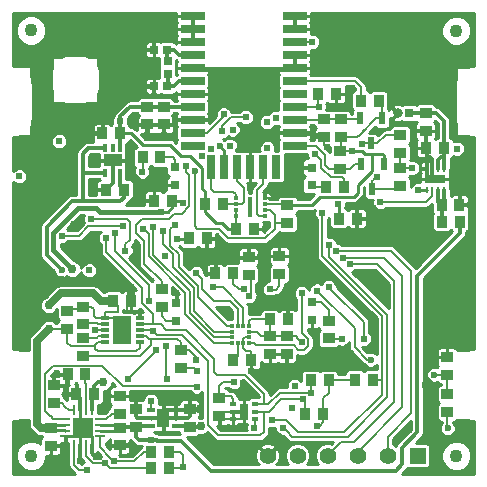
<source format=gtl>
%FSLAX46Y46*%
G04 Gerber Fmt 4.6, Leading zero omitted, Abs format (unit mm)*
G04 Created by KiCad (PCBNEW (2014-07-14 BZR 4996)-product) date wto, 15 lip 2014, 18:35:06*
%MOMM*%
G01*
G04 APERTURE LIST*
%ADD10C,0.100000*%
%ADD11R,0.899160X1.000760*%
%ADD12R,2.000000X0.700000*%
%ADD13R,0.700000X2.000000*%
%ADD14R,1.000760X0.899160*%
%ADD15R,0.797560X0.797560*%
%ADD16R,0.280000X0.600000*%
%ADD17R,1.800000X0.800000*%
%ADD18R,0.375000X0.350000*%
%ADD19R,0.350000X0.375000*%
%ADD20R,0.480000X0.360000*%
%ADD21R,0.710000X1.400000*%
%ADD22R,0.700000X0.300000*%
%ADD23R,1.580000X2.350000*%
%ADD24R,1.000000X1.600000*%
%ADD25R,0.850000X0.280000*%
%ADD26R,0.280000X0.850000*%
%ADD27R,1.700000X1.700000*%
%ADD28R,0.800100X0.698500*%
%ADD29R,0.698500X0.800100*%
%ADD30R,0.599440X1.000760*%
%ADD31R,0.300000X0.700000*%
%ADD32R,1.600000X1.000000*%
%ADD33R,1.397000X1.397000*%
%ADD34C,1.397000*%
%ADD35C,1.100000*%
%ADD36R,0.800000X0.800000*%
%ADD37C,0.800000*%
%ADD38R,0.450000X0.300000*%
%ADD39R,0.300000X1.700000*%
%ADD40C,0.609600*%
%ADD41C,0.600000*%
%ADD42C,0.762000*%
%ADD43C,0.203200*%
%ADD44C,0.254000*%
%ADD45C,0.304800*%
%ADD46C,0.355600*%
%ADD47C,0.635000*%
%ADD48C,0.457200*%
G04 APERTURE END LIST*
D10*
D11*
X105647700Y-93102619D03*
X107151380Y-93102619D03*
X104523080Y-90934382D03*
X103019400Y-90934382D03*
D12*
X101971401Y-75042600D03*
X101971401Y-76142600D03*
X101971401Y-77242600D03*
X101971401Y-78342600D03*
X101971401Y-79442600D03*
X101971401Y-80542600D03*
X101971401Y-81642600D03*
X101971401Y-82742600D03*
X101971401Y-83842600D03*
X101971401Y-84942600D03*
X101971401Y-86042600D03*
X110611401Y-86042600D03*
X110611401Y-84942600D03*
X110611401Y-83842600D03*
X110611401Y-82742600D03*
X110611401Y-81642600D03*
X110611401Y-80542600D03*
X110611401Y-79442600D03*
X110611401Y-78342600D03*
X110611401Y-77242600D03*
X110611401Y-76142600D03*
X110611401Y-75042600D03*
D13*
X103541401Y-87842600D03*
X104641401Y-87842600D03*
X105741401Y-87842600D03*
X106841401Y-87842600D03*
X107941401Y-87842600D03*
X109041401Y-87842600D03*
D11*
X100223868Y-90678324D03*
X98720188Y-90678324D03*
X101662035Y-93868278D03*
X103165715Y-93868278D03*
X105405070Y-96846578D03*
X103901390Y-96846578D03*
D14*
X106731722Y-96983167D03*
X106731722Y-95479487D03*
X109305122Y-96882067D03*
X109305122Y-95378387D03*
D15*
X112043790Y-89391818D03*
X112043790Y-87893218D03*
D16*
X123281017Y-87971820D03*
X122781017Y-87971820D03*
X122281017Y-87971820D03*
X121781017Y-87971820D03*
X121781017Y-89771820D03*
X122281017Y-89771820D03*
X122781017Y-89771820D03*
X123281017Y-89771820D03*
D17*
X122531017Y-88871820D03*
D18*
X105275792Y-101273380D03*
X105275792Y-101773380D03*
X105275792Y-102273380D03*
X105275792Y-102773380D03*
X106775792Y-102773380D03*
X106775792Y-102273380D03*
X106775792Y-101773380D03*
X106775792Y-101273380D03*
D19*
X105775792Y-102773380D03*
X106275792Y-102773380D03*
X106275792Y-101273380D03*
X105775792Y-101273380D03*
D20*
X105393243Y-107911000D03*
X105393243Y-108561000D03*
X105393243Y-109211000D03*
X107243243Y-109211000D03*
X107243243Y-108561000D03*
X107243243Y-107911000D03*
D21*
X106318243Y-108561000D03*
D22*
X97499600Y-102664743D03*
X97499600Y-102164743D03*
X97499600Y-101664743D03*
X97499600Y-101164743D03*
X97499600Y-100664743D03*
X94549600Y-100664743D03*
X94549600Y-101164743D03*
X94549600Y-101664743D03*
X94549600Y-102164743D03*
X94549600Y-102664743D03*
D23*
X96024600Y-101664743D03*
D22*
X100550323Y-109738380D03*
X100550323Y-109088380D03*
X100550323Y-108438380D03*
X98450323Y-108438380D03*
X98450323Y-109088380D03*
X98450323Y-109738380D03*
D24*
X99500323Y-109088380D03*
D25*
X91198442Y-109151398D03*
X91198442Y-109651398D03*
X91198442Y-110151398D03*
X91198442Y-110651398D03*
D26*
X91923442Y-111376398D03*
X92423442Y-111376398D03*
X92923442Y-111376398D03*
X93423442Y-111376398D03*
D25*
X94148442Y-110651398D03*
X94148442Y-110151398D03*
X94148442Y-109651398D03*
X94148442Y-109151398D03*
D26*
X93423442Y-108426398D03*
X92923442Y-108426398D03*
X92423442Y-108426398D03*
X91923442Y-108426398D03*
D27*
X92673442Y-109901398D03*
D14*
X123549378Y-108590261D03*
X123549378Y-107086581D03*
D11*
X114753680Y-89502224D03*
X113250000Y-89502224D03*
X97735600Y-87029896D03*
X99239280Y-87029896D03*
D14*
X99373924Y-98149420D03*
X99373924Y-99653100D03*
X113505976Y-102354620D03*
X113505976Y-100850940D03*
D11*
X113034240Y-108717982D03*
X111530560Y-108717982D03*
X113490700Y-105884422D03*
X111987020Y-105884422D03*
D14*
X114496580Y-83804037D03*
X114496580Y-85307717D03*
X119554622Y-85116940D03*
X119554622Y-86620620D03*
D11*
X116221940Y-82218578D03*
X117725620Y-82218578D03*
X95267405Y-99149880D03*
X96771085Y-99149880D03*
D14*
X92710023Y-103813862D03*
X92710023Y-102310182D03*
D11*
X91384757Y-105403622D03*
X92888437Y-105403622D03*
D14*
X95813778Y-107217620D03*
X95813778Y-108721300D03*
X90220222Y-106335720D03*
X90220222Y-107839400D03*
D11*
X98486720Y-111935738D03*
X99990400Y-111935738D03*
X98457920Y-113315038D03*
X99961600Y-113315038D03*
D14*
X121704618Y-84781340D03*
X121704618Y-83277660D03*
X123507378Y-105421260D03*
X123507378Y-103917580D03*
D11*
X114371019Y-92201396D03*
X115874699Y-92201396D03*
X123239660Y-86225662D03*
X121735980Y-86225662D03*
X105421940Y-104186198D03*
X106925620Y-104186198D03*
X108509740Y-100731798D03*
X110013420Y-100731798D03*
D14*
X108532322Y-102182660D03*
X108532322Y-103686340D03*
X109942022Y-102184360D03*
X109942022Y-103688040D03*
X104244482Y-107419640D03*
X104244482Y-108923320D03*
D11*
X95842620Y-84980375D03*
X94338940Y-84980375D03*
D14*
X99523778Y-82731580D03*
X99523778Y-84235260D03*
X98132397Y-82730799D03*
X98132397Y-84234479D03*
D11*
X112626340Y-81664578D03*
X114130020Y-81664578D03*
D14*
X113118822Y-83798540D03*
X113118822Y-85302220D03*
D11*
X96155600Y-89764982D03*
X94651920Y-89764982D03*
D14*
X92709954Y-101155520D03*
X92709954Y-99651840D03*
X100960515Y-103350778D03*
X100960515Y-104854458D03*
X91366397Y-101563785D03*
X91366397Y-100060105D03*
X89971778Y-109940484D03*
X89971778Y-111444164D03*
X101726758Y-109849940D03*
X101726758Y-108346260D03*
X95817502Y-109902240D03*
X95817502Y-111405920D03*
X97144462Y-109863340D03*
X97144462Y-108359660D03*
D11*
X93633680Y-107081102D03*
X92130000Y-107081102D03*
D15*
X112088302Y-99260621D03*
X112088302Y-100759221D03*
X100524778Y-87866031D03*
X100524778Y-89364631D03*
X100600001Y-100849300D03*
X100600001Y-99350700D03*
D28*
X99814260Y-77911222D03*
X98716980Y-77911222D03*
X99819460Y-80999822D03*
X98722180Y-80999822D03*
D29*
X99850001Y-78901360D03*
X99850001Y-79998640D03*
D30*
X118032500Y-83733359D03*
X117080000Y-85846639D03*
X116127500Y-83733359D03*
X118152500Y-87603359D03*
X117200000Y-89716639D03*
X116247500Y-87603359D03*
D14*
X109993059Y-92596340D03*
X109993059Y-91092660D03*
X114469999Y-88021840D03*
X114469999Y-86518160D03*
X119569999Y-89431840D03*
X119569999Y-87928160D03*
D31*
X95841920Y-86219972D03*
X95191920Y-86219972D03*
X94541920Y-86219972D03*
X94541920Y-88319972D03*
X95191920Y-88319972D03*
X95841920Y-88319972D03*
D32*
X95191920Y-87269972D03*
D33*
X121021899Y-112277740D03*
D34*
X118481899Y-112277740D03*
X115941899Y-112277740D03*
X113401899Y-112277740D03*
X110861899Y-112277740D03*
X108321899Y-112277740D03*
D35*
X88300000Y-112300000D03*
X124300000Y-112300000D03*
X124300000Y-76300000D03*
X88295480Y-76281280D03*
D36*
X120330000Y-83279999D03*
D37*
X119330000Y-83279999D03*
D11*
X123058160Y-91039999D03*
X124561840Y-91039999D03*
X124574400Y-92464701D03*
X123070720Y-92464701D03*
X117221840Y-105840001D03*
X115718160Y-105840001D03*
D38*
X108071261Y-91995360D03*
X108071261Y-91495360D03*
X108071261Y-90995360D03*
X108071261Y-90495360D03*
X105621261Y-90495360D03*
X105621261Y-90995360D03*
X105621261Y-91495360D03*
X105621261Y-91995360D03*
D39*
X106846261Y-91245360D03*
D40*
X125500000Y-91030000D03*
D41*
X116350000Y-104690000D03*
X93765809Y-112354901D03*
X92477452Y-112697260D03*
X87109300Y-110573820D03*
X87078820Y-113606580D03*
X122496580Y-98732340D03*
X125549660Y-113571020D03*
X125356620Y-110660180D03*
X120065800Y-110307120D03*
D40*
X95940880Y-79956660D03*
X123771660Y-82293460D03*
X94442280Y-79016860D03*
X110601760Y-104868980D03*
X125448060Y-78018640D03*
X125181360Y-87302340D03*
X125425200Y-94576900D03*
X125399800Y-97823020D03*
X125399800Y-101193600D03*
X119113300Y-79842360D03*
X118422420Y-77152500D03*
X115295680Y-78277720D03*
X122240040Y-77091540D03*
X125542040Y-75054460D03*
X121467880Y-75034140D03*
X118323360Y-75013820D03*
X115275360Y-75013820D03*
X87195660Y-77932280D03*
X87139780Y-75067160D03*
X95658940Y-77322680D03*
X90998040Y-75084940D03*
X94155260Y-75044300D03*
X97248980Y-75044300D03*
X112217200Y-78308200D03*
X112171480Y-75057000D03*
X108925360Y-81605120D03*
X106299000Y-81615280D03*
X103677720Y-81625440D03*
X108930440Y-79730600D03*
X106299000Y-79771240D03*
X103682800Y-79761080D03*
X100233480Y-76941680D03*
X100319840Y-75026520D03*
X98704400Y-76962000D03*
X97764600Y-77901800D03*
X91287600Y-106984800D03*
X106934000Y-105105180D03*
X88773000Y-110769400D03*
X97256620Y-94462600D03*
D42*
X91973400Y-92710000D03*
X102641380Y-108331000D03*
X96774000Y-98120200D03*
D40*
X108584259Y-98956766D03*
X104927400Y-100355400D03*
X100584000Y-98526600D03*
X97815400Y-90703400D03*
X120751600Y-84759800D03*
X123723400Y-78790800D03*
X89700000Y-89840000D03*
X87770000Y-94730000D03*
X87780000Y-93790000D03*
X90790000Y-97340000D03*
X87760000Y-97960000D03*
X87760000Y-90630000D03*
X115130000Y-81680000D03*
X93420000Y-84970000D03*
X100520000Y-83840000D03*
X96779080Y-111414560D03*
X97132140Y-107226100D03*
X117400000Y-102200000D03*
X88498680Y-85958680D03*
X90733880Y-76626720D03*
X92115640Y-85648800D03*
X118003320Y-97622360D03*
X123708160Y-102826820D03*
X113328625Y-86185835D03*
X98704400Y-81788000D03*
X97866200Y-81000600D03*
X98120200Y-85090000D03*
X99517200Y-85090000D03*
X112548384Y-102164421D03*
X106273600Y-106121200D03*
X105587800Y-110007390D03*
X116700320Y-97647760D03*
X89999820Y-112438180D03*
X117263006Y-91349452D03*
D41*
X104854331Y-95375799D03*
X107675680Y-95476060D03*
X110446820Y-95394780D03*
D40*
X107454700Y-83698050D03*
X103524111Y-83380559D03*
D41*
X108061760Y-93108780D03*
X110223300Y-89682320D03*
X106860340Y-89621360D03*
X122301000Y-101244400D03*
X121620280Y-106291380D03*
X123238260Y-93634560D03*
X93451391Y-89753440D03*
D40*
X90916760Y-90665300D03*
D42*
X94386400Y-106070400D03*
D40*
X99262836Y-91626343D03*
D42*
X91795600Y-96494600D03*
D40*
X105354120Y-84673440D03*
X101150400Y-90899792D03*
D41*
X123560000Y-109950000D03*
D40*
X108300520Y-86253320D03*
X112522000Y-109728000D03*
X93218000Y-96596200D03*
D42*
X102655199Y-109808954D03*
D40*
X106318760Y-98176080D03*
X108534200Y-98196400D03*
X99644200Y-95402400D03*
X120540000Y-87920000D03*
X101183440Y-113281460D03*
X124371100Y-86283800D03*
X106786680Y-98750120D03*
X87299800Y-88635840D03*
X90667840Y-85648800D03*
X121089420Y-89768680D03*
X111201200Y-102692200D03*
X105494121Y-106036933D03*
X110388400Y-108229400D03*
X110617000Y-106375190D03*
X114302540Y-90965040D03*
D42*
X89800000Y-101550000D03*
D40*
X102260400Y-104140000D03*
X100655906Y-93905308D03*
X96291400Y-94919800D03*
X93345000Y-92252800D03*
D41*
X122440000Y-105410000D03*
D40*
X113490000Y-98020000D03*
X116459000Y-102387400D03*
X96113580Y-92862400D03*
X90937726Y-93642340D03*
X114147600Y-94970600D03*
X103525480Y-86299219D03*
X114672428Y-95523051D03*
X102727760Y-86946740D03*
X115265200Y-96088200D03*
X105112820Y-86050120D03*
X94581980Y-112930920D03*
X95323406Y-112754993D03*
X93673855Y-101623855D03*
X94665800Y-93853000D03*
X111963200Y-106934000D03*
X95402400Y-93446600D03*
X98298000Y-99161600D03*
X98616743Y-101723553D03*
X111328200Y-107518200D03*
X114604800Y-102362000D03*
X108275120Y-84053660D03*
X101380770Y-87723980D03*
X97722985Y-88227525D03*
X112311012Y-86748788D03*
X106486960Y-83621880D03*
X109005834Y-83692980D03*
X104467660Y-84805500D03*
D41*
X117040000Y-104150000D03*
D40*
X112530000Y-98300000D03*
X116306600Y-85852000D03*
X112640000Y-82730000D03*
X104617777Y-83380559D03*
X98856800Y-103301800D03*
X96509840Y-105803700D03*
X99700080Y-102966520D03*
X99791520Y-105768140D03*
X109651800Y-109905800D03*
X113525300Y-94442280D03*
X108661200Y-109296200D03*
X112958880Y-91770200D03*
X107213400Y-109905800D03*
X100467582Y-92739636D03*
X99441000Y-93294200D03*
X98653600Y-92938600D03*
X97815400Y-93065600D03*
X111226600Y-98526600D03*
X103682800Y-97993200D03*
X102285800Y-96824800D03*
X117876320Y-90820240D03*
X96012000Y-102489000D03*
X102336600Y-105130600D03*
D42*
X89800000Y-99550000D03*
D40*
X102309770Y-106428530D03*
X115430000Y-86510000D03*
X95850000Y-83980000D03*
D41*
X104287320Y-86098380D03*
X102176492Y-88194461D03*
D40*
X117556280Y-88646000D03*
X112115600Y-77241400D03*
X92999560Y-113497360D03*
X98455480Y-107670600D03*
X98488500Y-110924340D03*
D41*
X90893684Y-96555776D03*
D43*
X104298681Y-95375799D02*
X104854331Y-95375799D01*
X104401658Y-93868278D02*
X104854331Y-94320951D01*
X104854331Y-94320951D02*
X104854331Y-95375799D01*
D44*
X125425200Y-94576900D02*
X125590000Y-94412100D01*
X125590000Y-91120000D02*
X125500000Y-91030000D01*
X125590000Y-94412100D02*
X125590000Y-91120000D01*
D45*
X124561840Y-91039999D02*
X125490001Y-91039999D01*
X125490001Y-91039999D02*
X125500000Y-91030000D01*
D44*
X125181360Y-87302340D02*
X125500000Y-87620980D01*
X125500000Y-87620980D02*
X125500000Y-90550000D01*
X125500000Y-90550000D02*
X125500000Y-91030000D01*
D45*
X93423442Y-111376398D02*
X93423442Y-112012534D01*
X93423442Y-112012534D02*
X93765809Y-112354901D01*
X92423442Y-111376398D02*
X92423442Y-112643250D01*
X92423442Y-112643250D02*
X92477452Y-112697260D01*
D43*
X88773000Y-110769400D02*
X87304880Y-110769400D01*
X87304880Y-110769400D02*
X87109300Y-110573820D01*
X89999820Y-112438180D02*
X89999820Y-112869232D01*
X89999820Y-112869232D02*
X89160872Y-113708180D01*
X89160872Y-113708180D02*
X87180420Y-113708180D01*
X87180420Y-113708180D02*
X87078820Y-113606580D01*
X125399800Y-97823020D02*
X123405900Y-97823020D01*
X123405900Y-97823020D02*
X122496580Y-98732340D01*
X123507378Y-103917580D02*
X123507378Y-103027602D01*
X123507378Y-103027602D02*
X123708160Y-102826820D01*
D44*
X95658940Y-79674720D02*
X95940880Y-79956660D01*
X95658940Y-77322680D02*
X95658940Y-79674720D01*
D43*
X94338940Y-84980375D02*
X94338940Y-84276795D01*
X94338940Y-84276795D02*
X94442280Y-84173455D01*
X94442280Y-84173455D02*
X94442280Y-79016860D01*
X109942022Y-103688040D02*
X109942022Y-104455622D01*
X109942022Y-104455622D02*
X110355380Y-104868980D01*
X110355380Y-104868980D02*
X110601760Y-104868980D01*
X108532322Y-103686340D02*
X109940322Y-103686340D01*
X109940322Y-103686340D02*
X109942022Y-103688040D01*
X106275792Y-102773380D02*
X106275792Y-102382680D01*
X106275792Y-102382680D02*
X106385092Y-102273380D01*
X106385092Y-102273380D02*
X106775792Y-102273380D01*
D44*
X125399800Y-97823020D02*
X125399800Y-94602300D01*
X125399800Y-94602300D02*
X125425200Y-94576900D01*
X125399800Y-101193600D02*
X125399800Y-97823020D01*
X123708160Y-102826820D02*
X123766580Y-102826820D01*
X123766580Y-102826820D02*
X125399800Y-101193600D01*
X118422420Y-77152500D02*
X118422420Y-79151480D01*
X118422420Y-79151480D02*
X119113300Y-79842360D01*
X118323360Y-75013820D02*
X118323360Y-77053440D01*
X118323360Y-77053440D02*
X118422420Y-77152500D01*
X115275360Y-75013820D02*
X115275360Y-78257400D01*
X115275360Y-78257400D02*
X115295680Y-78277720D01*
X121467880Y-75034140D02*
X121467880Y-76319380D01*
X121467880Y-76319380D02*
X122240040Y-77091540D01*
X118323360Y-75013820D02*
X121447560Y-75013820D01*
X121447560Y-75013820D02*
X121467880Y-75034140D01*
X115275360Y-75013820D02*
X118323360Y-75013820D01*
X112171480Y-75057000D02*
X115232180Y-75057000D01*
X115232180Y-75057000D02*
X115275360Y-75013820D01*
X94155260Y-75044300D02*
X94155260Y-75819000D01*
X94155260Y-75819000D02*
X95658940Y-77322680D01*
X94155260Y-75044300D02*
X91038680Y-75044300D01*
X91038680Y-75044300D02*
X90998040Y-75084940D01*
X97248980Y-75044300D02*
X94155260Y-75044300D01*
X100319840Y-75026520D02*
X97266760Y-75026520D01*
X97266760Y-75026520D02*
X97248980Y-75044300D01*
X110611401Y-78342600D02*
X112182800Y-78342600D01*
X112182800Y-78342600D02*
X112217200Y-78308200D01*
X110611401Y-75042600D02*
X112157080Y-75042600D01*
X112157080Y-75042600D02*
X112171480Y-75057000D01*
X110611401Y-84942600D02*
X110753721Y-85084920D01*
X110753721Y-85084920D02*
X112901522Y-85084920D01*
X112901522Y-85084920D02*
X113118822Y-85302220D01*
X106299000Y-81615280D02*
X108915200Y-81615280D01*
X108915200Y-81615280D02*
X108925360Y-81605120D01*
X103677720Y-81625440D02*
X106288840Y-81625440D01*
X106288840Y-81625440D02*
X106299000Y-81615280D01*
X101971401Y-81642600D02*
X103660560Y-81642600D01*
X103660560Y-81642600D02*
X103677720Y-81625440D01*
X108930440Y-79730600D02*
X106339640Y-79730600D01*
X106339640Y-79730600D02*
X106299000Y-79771240D01*
X110611401Y-79442600D02*
X110430081Y-79623920D01*
X110430081Y-79623920D02*
X109037120Y-79623920D01*
X109037120Y-79623920D02*
X108930440Y-79730600D01*
X103682800Y-79761080D02*
X106288840Y-79761080D01*
X106288840Y-79761080D02*
X106299000Y-79771240D01*
X101971401Y-79442600D02*
X102137481Y-79608680D01*
X102137481Y-79608680D02*
X103530400Y-79608680D01*
X103530400Y-79608680D02*
X103682800Y-79761080D01*
X101971401Y-77242600D02*
X100534400Y-77242600D01*
X100534400Y-77242600D02*
X100233480Y-76941680D01*
X101971401Y-75042600D02*
X100335920Y-75042600D01*
X100335920Y-75042600D02*
X100319840Y-75026520D01*
D45*
X98716980Y-77911222D02*
X98716980Y-76974580D01*
X98716980Y-76974580D02*
X98704400Y-76962000D01*
X98716980Y-77911222D02*
X97774022Y-77911222D01*
X97774022Y-77911222D02*
X97764600Y-77901800D01*
D43*
X90220222Y-106335720D02*
X91287600Y-106335720D01*
X91287600Y-106335720D02*
X91287600Y-106984800D01*
X91287600Y-106984800D02*
X91287600Y-105500779D01*
X91287600Y-105500779D02*
X91384757Y-105403622D01*
D46*
X91324820Y-107081102D02*
X91287600Y-107043882D01*
X92130000Y-107081102D02*
X91324820Y-107081102D01*
X91287600Y-107043882D02*
X91287600Y-106984800D01*
D43*
X106925620Y-104186198D02*
X106925620Y-105096800D01*
X106925620Y-105096800D02*
X106934000Y-105105180D01*
D46*
X102626120Y-108346260D02*
X102641380Y-108331000D01*
X101726758Y-108346260D02*
X102626120Y-108346260D01*
D47*
X96774000Y-98659015D02*
X96774000Y-98120200D01*
X96774000Y-99146965D02*
X96774000Y-98659015D01*
X96771085Y-99149880D02*
X96774000Y-99146965D01*
D43*
X106275792Y-102773380D02*
X106275792Y-103164080D01*
X106275792Y-103164080D02*
X106515112Y-103403400D01*
X106515112Y-103403400D02*
X106846402Y-103403400D01*
X106846402Y-103403400D02*
X106925620Y-103482618D01*
X106925620Y-103482618D02*
X106925620Y-104186198D01*
X100600001Y-99350700D02*
X100600001Y-98542601D01*
X100600001Y-98542601D02*
X100584000Y-98526600D01*
D44*
X98720188Y-90678324D02*
X97840476Y-90678324D01*
X97840476Y-90678324D02*
X97815400Y-90703400D01*
D45*
X121704618Y-84781340D02*
X120773140Y-84781340D01*
X120773140Y-84781340D02*
X120751600Y-84759800D01*
X122281017Y-87241017D02*
X122059790Y-87019790D01*
X122059790Y-87019790D02*
X121781017Y-87019790D01*
X122281017Y-87971820D02*
X122281017Y-87241017D01*
X121781017Y-87019790D02*
X121781017Y-86270699D01*
X121781017Y-87971820D02*
X121781017Y-87019790D01*
X121704618Y-84781340D02*
X121704618Y-86194300D01*
X121704618Y-86194300D02*
X121735980Y-86225662D01*
X121781017Y-86270699D02*
X121735980Y-86225662D01*
D43*
X114130020Y-81664578D02*
X115114578Y-81664578D01*
X115114578Y-81664578D02*
X115130000Y-81680000D01*
D45*
X95191920Y-88319972D02*
X95191920Y-87269972D01*
X94338940Y-84980375D02*
X93430375Y-84980375D01*
X93430375Y-84980375D02*
X93420000Y-84970000D01*
X95191920Y-88319972D02*
X95191920Y-89224982D01*
X95191920Y-89224982D02*
X94651920Y-89764982D01*
X101971401Y-83842600D02*
X100522600Y-83842600D01*
X100522600Y-83842600D02*
X100520000Y-83840000D01*
D43*
X95813778Y-107217620D02*
X97123660Y-107217620D01*
X97123660Y-107217620D02*
X97132140Y-107226100D01*
D46*
X96770440Y-111405920D02*
X96779080Y-111414560D01*
X95817502Y-111405920D02*
X96770440Y-111405920D01*
D43*
X105393243Y-109211000D02*
X106071780Y-109211000D01*
X106071780Y-109211000D02*
X106318243Y-108964537D01*
X106318243Y-108964537D02*
X106318243Y-108561000D01*
X105393243Y-108561000D02*
X106318243Y-108561000D01*
D46*
X97144462Y-108359660D02*
X97144462Y-107238422D01*
X97144462Y-107238422D02*
X97132140Y-107226100D01*
X100550323Y-108438380D02*
X101634638Y-108438380D01*
X101634638Y-108438380D02*
X101726758Y-108346260D01*
X100550323Y-109088380D02*
X100750323Y-109088380D01*
X100750323Y-109088380D02*
X100768544Y-109070159D01*
X100768544Y-109070159D02*
X101610141Y-109070159D01*
X101610141Y-109070159D02*
X101726758Y-108953542D01*
X101726758Y-108953542D02*
X101726758Y-108346260D01*
X100550323Y-108438380D02*
X99808600Y-108438380D01*
X99808600Y-108438380D02*
X99500323Y-108746657D01*
X99500323Y-108746657D02*
X99500323Y-109088380D01*
X100550323Y-109088380D02*
X99500323Y-109088380D01*
X98450323Y-109088380D02*
X99500323Y-109088380D01*
X97303039Y-109083559D02*
X97739902Y-109083559D01*
X97739902Y-109083559D02*
X97744723Y-109088380D01*
X97744723Y-109088380D02*
X98450323Y-109088380D01*
X97144462Y-108359660D02*
X97144462Y-108924982D01*
X97144462Y-108924982D02*
X97303039Y-109083559D01*
D44*
X89971778Y-111444164D02*
X90904936Y-111444164D01*
X90904936Y-111444164D02*
X91198442Y-111150658D01*
X91198442Y-110651398D02*
X91198442Y-111150658D01*
X93423442Y-111376398D02*
X93423442Y-110651398D01*
X93423442Y-110651398D02*
X92673442Y-109901398D01*
X92423442Y-111376398D02*
X92423442Y-110151398D01*
X92423442Y-110151398D02*
X92673442Y-109901398D01*
X91198442Y-110651398D02*
X91923442Y-110651398D01*
X91923442Y-110651398D02*
X92673442Y-109901398D01*
X92423442Y-108426398D02*
X92423442Y-109651398D01*
X92423442Y-109651398D02*
X92673442Y-109901398D01*
D46*
X92423442Y-108426398D02*
X92423442Y-107374544D01*
X92423442Y-107374544D02*
X92130000Y-107081102D01*
D43*
X97441742Y-100134142D02*
X97499600Y-100192000D01*
X97499600Y-100192000D02*
X97499600Y-100664743D01*
X96423480Y-100076000D02*
X96481622Y-100134142D01*
X96481622Y-100134142D02*
X97441742Y-100134142D01*
X96423480Y-99497485D02*
X96423480Y-100076000D01*
X96771085Y-99149880D02*
X96423480Y-99497485D01*
X106835410Y-95375799D02*
X106731722Y-95479487D01*
X103901390Y-95773090D02*
X104298681Y-95375799D01*
X103901390Y-96846578D02*
X103901390Y-95773090D01*
D45*
X122054380Y-88871820D02*
X122531017Y-88871820D01*
X121781017Y-88598457D02*
X122054380Y-88871820D01*
X121781017Y-87971820D02*
X121781017Y-88598457D01*
X122281017Y-88621820D02*
X122531017Y-88871820D01*
X122281017Y-87971820D02*
X122281017Y-88621820D01*
D43*
X113118822Y-85302220D02*
X113118822Y-85976032D01*
X113118822Y-85976032D02*
X113328625Y-86185835D01*
D45*
X98722180Y-80999822D02*
X98722180Y-81770220D01*
X98722180Y-81770220D02*
X98704400Y-81788000D01*
X98722180Y-80999822D02*
X97866978Y-80999822D01*
X97866978Y-80999822D02*
X97866200Y-81000600D01*
X98132397Y-84234479D02*
X98132397Y-85077803D01*
X98132397Y-85077803D02*
X98120200Y-85090000D01*
X99523778Y-84235260D02*
X99523778Y-85083422D01*
X99523778Y-85083422D02*
X99517200Y-85090000D01*
D43*
X100524778Y-89364631D02*
X99001769Y-89364631D01*
X98720188Y-89646212D02*
X98720188Y-90678324D01*
X99001769Y-89364631D02*
X98720188Y-89646212D01*
X112088302Y-101704339D02*
X112243585Y-101859622D01*
X112243585Y-101859622D02*
X112548384Y-102164421D01*
X112088302Y-100759221D02*
X112088302Y-101704339D01*
X109650166Y-98956766D02*
X108584259Y-98956766D01*
X110013420Y-99320020D02*
X109650166Y-98956766D01*
X110013420Y-100731798D02*
X110013420Y-99320020D01*
X104606802Y-108561000D02*
X104244482Y-108923320D01*
X105393243Y-108561000D02*
X104606802Y-108561000D01*
X104532162Y-109211000D02*
X104244482Y-108923320D01*
X105393243Y-109211000D02*
X104532162Y-109211000D01*
X104675772Y-110007390D02*
X105587800Y-110007390D01*
X104244482Y-109576100D02*
X104675772Y-110007390D01*
X104244482Y-108923320D02*
X104244482Y-109576100D01*
D44*
X86969600Y-77706220D02*
X87195660Y-77932280D01*
X86969600Y-75237340D02*
X86969600Y-77706220D01*
X87139780Y-75067160D02*
X86969600Y-75237340D01*
X87274400Y-74932540D02*
X87139780Y-75067160D01*
X90845640Y-74932540D02*
X87274400Y-74932540D01*
X90998040Y-75084940D02*
X90845640Y-74932540D01*
X125775720Y-77690980D02*
X125448060Y-78018640D01*
X125775720Y-75288140D02*
X125775720Y-77690980D01*
X125542040Y-75054460D02*
X125775720Y-75288140D01*
X125349000Y-74861420D02*
X125542040Y-75054460D01*
X121640600Y-74861420D02*
X125349000Y-74861420D01*
X121467880Y-75034140D02*
X121640600Y-74861420D01*
X89971778Y-112410138D02*
X89999820Y-112438180D01*
X89971778Y-111444164D02*
X89971778Y-112410138D01*
D43*
X112043790Y-87893218D02*
X110996782Y-87893218D01*
X110996782Y-87893218D02*
X110450000Y-88440000D01*
X110450000Y-88440000D02*
X110454331Y-88444331D01*
X103165715Y-93868278D02*
X104401658Y-93868278D01*
X107672253Y-95479487D02*
X107675680Y-95476060D01*
X106731722Y-95479487D02*
X107672253Y-95479487D01*
X110430427Y-95378387D02*
X110446820Y-95394780D01*
X109305122Y-95378387D02*
X110430427Y-95378387D01*
D44*
X106841401Y-84311349D02*
X107149901Y-84002849D01*
X107149901Y-84002849D02*
X107454700Y-83698050D01*
X106841401Y-87842600D02*
X106841401Y-84311349D01*
X103225401Y-83842600D02*
X103524111Y-83543890D01*
X101971401Y-83842600D02*
X103225401Y-83842600D01*
X103524111Y-83543890D02*
X103524111Y-83380559D01*
X108055599Y-93102619D02*
X108061760Y-93108780D01*
X107151380Y-93102619D02*
X108055599Y-93102619D01*
D43*
X108071261Y-90495360D02*
X108699060Y-90495360D01*
X109512100Y-89682320D02*
X110223300Y-89682320D01*
X108699060Y-90495360D02*
X109512100Y-89682320D01*
X110223300Y-88666700D02*
X110223300Y-89682320D01*
X110450000Y-88440000D02*
X110223300Y-88666700D01*
D44*
X106841401Y-89602421D02*
X106860340Y-89621360D01*
X106841401Y-87842600D02*
X106841401Y-89602421D01*
X115874699Y-92201396D02*
X117071744Y-92201396D01*
X117263006Y-92010134D02*
X117263006Y-91349452D01*
X117071744Y-92201396D02*
X117263006Y-92010134D01*
D43*
X125399800Y-101193600D02*
X122351800Y-101193600D01*
X122351800Y-101193600D02*
X122301000Y-101244400D01*
D44*
X118504908Y-93634560D02*
X123238260Y-93634560D01*
X117071744Y-92201396D02*
X118504908Y-93634560D01*
D45*
X93462933Y-89764982D02*
X93451391Y-89753440D01*
X94651920Y-89764982D02*
X93462933Y-89764982D01*
D46*
X93633680Y-107081102D02*
X93633680Y-106391320D01*
X93633680Y-106391320D02*
X93954600Y-106070400D01*
X93954600Y-106070400D02*
X94386400Y-106070400D01*
D44*
X100223868Y-90678324D02*
X100223868Y-91266732D01*
X100223868Y-91266732D02*
X99864257Y-91626343D01*
X99864257Y-91626343D02*
X99262836Y-91626343D01*
D46*
X93423442Y-108426398D02*
X93423442Y-107291340D01*
X93423442Y-107291340D02*
X93633680Y-107081102D01*
D44*
X100223868Y-90678324D02*
X100928932Y-90678324D01*
X100928932Y-90678324D02*
X101150400Y-90899792D01*
D48*
X90195400Y-94894400D02*
X91795600Y-96494600D01*
X90195400Y-93408500D02*
X90195400Y-94894400D01*
X92290900Y-91313000D02*
X90195400Y-93408500D01*
X93802200Y-91313000D02*
X92290900Y-91313000D01*
X94115543Y-91626343D02*
X93802200Y-91313000D01*
X99262836Y-91626343D02*
X94115543Y-91626343D01*
D43*
X115718160Y-105840001D02*
X113535121Y-105840001D01*
X113535121Y-105840001D02*
X113490700Y-105884422D01*
X123549378Y-108590261D02*
X123549378Y-109939378D01*
X123549378Y-109939378D02*
X123560000Y-109950000D01*
X113034240Y-108717982D02*
X113034240Y-109421562D01*
X112727802Y-109728000D02*
X112522000Y-109728000D01*
X113034240Y-109421562D02*
X112727802Y-109728000D01*
D46*
X102614213Y-109849940D02*
X102655199Y-109808954D01*
X101726758Y-109849940D02*
X102614213Y-109849940D01*
D43*
X109305122Y-96882067D02*
X109305122Y-97933478D01*
X109305122Y-97933478D02*
X109016800Y-98221800D01*
X109016800Y-98221800D02*
X108559600Y-98221800D01*
X108559600Y-98221800D02*
X108534200Y-98196400D01*
X105405070Y-96846578D02*
X105405070Y-97708870D01*
X105405070Y-97708870D02*
X105872280Y-98176080D01*
X105872280Y-98176080D02*
X106318760Y-98176080D01*
X108532322Y-102182660D02*
X108532322Y-100754380D01*
X108532322Y-100754380D02*
X108509740Y-100731798D01*
X108532322Y-102182660D02*
X109940322Y-102182660D01*
X109940322Y-102182660D02*
X109942022Y-102184360D01*
X107386780Y-101773380D02*
X107796060Y-102182660D01*
X107796060Y-102182660D02*
X108532322Y-102182660D01*
X106775792Y-101773380D02*
X107386780Y-101773380D01*
X106775792Y-101273380D02*
X106775792Y-100895180D01*
X106775792Y-100895180D02*
X106939174Y-100731798D01*
X106939174Y-100731798D02*
X107856960Y-100731798D01*
X107856960Y-100731798D02*
X108509740Y-100731798D01*
X119569999Y-87928160D02*
X120531840Y-87928160D01*
X120531840Y-87928160D02*
X120540000Y-87920000D01*
X119554622Y-86620620D02*
X119554622Y-87912783D01*
X119554622Y-87912783D02*
X119569999Y-87928160D01*
X99961600Y-113315038D02*
X101149862Y-113315038D01*
X101149862Y-113315038D02*
X101183440Y-113281460D01*
X101183440Y-112252760D02*
X101183440Y-113281460D01*
X100866418Y-111935738D02*
X101183440Y-112252760D01*
X99990400Y-111935738D02*
X100866418Y-111935738D01*
D46*
X100550323Y-109738380D02*
X101615198Y-109738380D01*
X101615198Y-109738380D02*
X101726758Y-109849940D01*
D43*
X106898440Y-97149885D02*
X106898440Y-98638360D01*
X106898440Y-98638360D02*
X106786680Y-98750120D01*
X106731722Y-96983167D02*
X106898440Y-97149885D01*
D44*
X121092560Y-89771820D02*
X121089420Y-89768680D01*
X121781017Y-89771820D02*
X121092560Y-89771820D01*
D43*
X110896401Y-102387401D02*
X111201200Y-102692200D01*
X110693360Y-102184360D02*
X110896401Y-102387401D01*
X109942022Y-102184360D02*
X110693360Y-102184360D01*
X104399922Y-107264200D02*
X104244482Y-107419640D01*
X105393243Y-107450643D02*
X105206800Y-107264200D01*
X105206800Y-107264200D02*
X104399922Y-107264200D01*
X105393243Y-107911000D02*
X105393243Y-107450643D01*
X104554467Y-106036933D02*
X105494121Y-106036933D01*
X104244482Y-106346918D02*
X104554467Y-106036933D01*
X104244482Y-107419640D02*
X104244482Y-106346918D01*
X113034240Y-107437760D02*
X113034240Y-108717982D01*
X113490700Y-106981300D02*
X113034240Y-107437760D01*
X113490700Y-105884422D02*
X113490700Y-106981300D01*
D44*
X114371019Y-91033519D02*
X114302540Y-90965040D01*
X114371019Y-92201396D02*
X114371019Y-91033519D01*
X89971778Y-109940484D02*
X90178394Y-110147100D01*
X90178394Y-110147100D02*
X91194144Y-110147100D01*
X91194144Y-110147100D02*
X91198442Y-110151398D01*
X89971778Y-109940484D02*
X89980376Y-109940484D01*
X90248461Y-109672399D02*
X91198442Y-109672399D01*
X89980376Y-109940484D02*
X90248461Y-109672399D01*
D47*
X89125184Y-109948104D02*
X89964158Y-109948104D01*
X89964158Y-109948104D02*
X89971778Y-109940484D01*
X88795860Y-109618780D02*
X89125184Y-109948104D01*
X88795860Y-102554140D02*
X88795860Y-109618780D01*
X89800000Y-101550000D02*
X88795860Y-102554140D01*
D43*
X91657752Y-103035100D02*
X93733620Y-103035100D01*
X91366397Y-101563785D02*
X91366397Y-102743745D01*
X91366397Y-102743745D02*
X91657752Y-103035100D01*
X89800000Y-101550000D02*
X91352612Y-101550000D01*
X91352612Y-101550000D02*
X91366397Y-101563785D01*
X89800000Y-101550000D02*
X90338815Y-101550000D01*
X93733620Y-103035100D02*
X93733620Y-103207820D01*
X93733620Y-103207820D02*
X93941900Y-103416100D01*
X93941900Y-103416100D02*
X97218500Y-103416100D01*
X97218500Y-103416100D02*
X97499600Y-103135000D01*
X97499600Y-103135000D02*
X97499600Y-102664743D01*
X93733620Y-103035100D02*
X93733620Y-102927523D01*
X93733620Y-102927523D02*
X93996400Y-102664743D01*
X94549600Y-102664743D02*
X93996400Y-102664743D01*
X100960515Y-103350778D02*
X101664095Y-103350778D01*
X101664095Y-103350778D02*
X102260400Y-103947083D01*
X102260400Y-103947083D02*
X102260400Y-104114600D01*
X102260400Y-104114600D02*
X102260400Y-104140000D01*
X98267837Y-102379780D02*
X98417149Y-102379780D01*
X98417149Y-102379780D02*
X100642297Y-102379780D01*
X92710023Y-103813862D02*
X97517712Y-103813862D01*
X97517712Y-103813862D02*
X98417149Y-102914425D01*
X98417149Y-102914425D02*
X98417149Y-102379780D01*
X100960515Y-102697998D02*
X100960515Y-103350778D01*
X100642297Y-102379780D02*
X100960515Y-102697998D01*
X98052800Y-102164743D02*
X98267837Y-102379780D01*
X97499600Y-102164743D02*
X98052800Y-102164743D01*
X92800420Y-101065054D02*
X92709954Y-101155520D01*
X93896711Y-101065054D02*
X92800420Y-101065054D01*
X94549600Y-101164743D02*
X93996400Y-101164743D01*
X93996400Y-101164743D02*
X93896711Y-101065054D01*
D45*
X101971401Y-80542600D02*
X100837400Y-80542600D01*
X100837400Y-80542600D02*
X100380000Y-81000000D01*
X100380000Y-81000000D02*
X99819638Y-81000000D01*
X99819638Y-81000000D02*
X99819460Y-80999822D01*
X99850001Y-79998640D02*
X99850001Y-80969281D01*
X99850001Y-80969281D02*
X99819460Y-80999822D01*
D43*
X114496580Y-83804037D02*
X116056822Y-83804037D01*
X116056822Y-83804037D02*
X116127500Y-83733359D01*
X113118822Y-83798540D02*
X114491083Y-83798540D01*
X114491083Y-83798540D02*
X114496580Y-83804037D01*
X110611401Y-83842600D02*
X113074762Y-83842600D01*
X113074762Y-83842600D02*
X113118822Y-83798540D01*
X105775792Y-102773380D02*
X105775792Y-103832346D01*
X105775792Y-103832346D02*
X105421940Y-104186198D01*
D45*
X121704618Y-83277660D02*
X120332339Y-83277660D01*
X120332339Y-83277660D02*
X120330000Y-83279999D01*
X123281017Y-87971820D02*
X123281017Y-87012708D01*
X123281017Y-87012708D02*
X123281017Y-86267019D01*
X122781017Y-87248983D02*
X123017292Y-87012708D01*
X123017292Y-87012708D02*
X123281017Y-87012708D01*
X122781017Y-87971820D02*
X122781017Y-87248983D01*
X122607660Y-83277660D02*
X123239660Y-83909660D01*
X123239660Y-83909660D02*
X123239660Y-86225662D01*
X121704618Y-83277660D02*
X122607660Y-83277660D01*
X121656957Y-83229999D02*
X121704618Y-83277660D01*
X123281017Y-86267019D02*
X123239660Y-86225662D01*
D44*
X101625005Y-93905308D02*
X101662035Y-93868278D01*
X100655906Y-93905308D02*
X101625005Y-93905308D01*
D43*
X96291400Y-94488748D02*
X96291400Y-94919800D01*
X96443234Y-92252800D02*
X96672400Y-92481966D01*
X96672400Y-92481966D02*
X96672400Y-93980000D01*
X93345000Y-92252800D02*
X96443234Y-92252800D01*
X96672400Y-93980000D02*
X96291400Y-94361000D01*
X96291400Y-94361000D02*
X96291400Y-94488748D01*
X123507378Y-105421260D02*
X122451260Y-105421260D01*
X122451260Y-105421260D02*
X122440000Y-105410000D01*
X123507378Y-105421260D02*
X123507378Y-107044581D01*
X123507378Y-107044581D02*
X123549378Y-107086581D01*
X113794799Y-98324799D02*
X113490000Y-98020000D01*
X116459000Y-100989000D02*
X113794799Y-98324799D01*
X116459000Y-102387400D02*
X116459000Y-100989000D01*
X112088302Y-99260621D02*
X112849621Y-99260621D01*
X112849621Y-99260621D02*
X113505976Y-99916976D01*
X113505976Y-100198160D02*
X113505976Y-100850940D01*
X113505976Y-99916976D02*
X113505976Y-100198160D01*
X99731700Y-100849300D02*
X99373924Y-100491524D01*
X99373924Y-100491524D02*
X99373924Y-99653100D01*
X100600001Y-100849300D02*
X99731700Y-100849300D01*
X100524778Y-87866031D02*
X100524778Y-87264051D01*
X100290623Y-87029896D02*
X100524778Y-87264051D01*
X99239280Y-87029896D02*
X100290623Y-87029896D01*
X112154196Y-89502224D02*
X112043790Y-89391818D01*
X113250000Y-89502224D02*
X112154196Y-89502224D01*
X95682528Y-92862400D02*
X96113580Y-92862400D01*
X93141800Y-92862400D02*
X95682528Y-92862400D01*
X90937726Y-93642340D02*
X92361860Y-93642340D01*
X92361860Y-93642340D02*
X93141800Y-92862400D01*
X118481899Y-112277740D02*
X118481899Y-110661661D01*
X114162840Y-94955360D02*
X114147600Y-94970600D01*
X118481899Y-110661661D02*
X120470000Y-108673560D01*
X120470000Y-108673560D02*
X120470000Y-96620000D01*
X120470000Y-96620000D02*
X118805360Y-94955360D01*
X118805360Y-94955360D02*
X114162840Y-94955360D01*
X115941899Y-112277740D02*
X115941899Y-111985001D01*
X115941899Y-111985001D02*
X119730000Y-108196900D01*
X119730000Y-108196900D02*
X119730000Y-97110000D01*
X118143051Y-95523051D02*
X115103480Y-95523051D01*
X119730000Y-97110000D02*
X118143051Y-95523051D01*
X115103480Y-95523051D02*
X114672428Y-95523051D01*
X115265200Y-96088200D02*
X117598200Y-96088200D01*
X117598200Y-96088200D02*
X119040000Y-97530000D01*
X119040000Y-97530000D02*
X119040000Y-107708340D01*
X119040000Y-107708340D02*
X115623340Y-111125000D01*
X114554639Y-111125000D02*
X114100398Y-111579241D01*
X114100398Y-111579241D02*
X113401899Y-112277740D01*
X115623340Y-111125000D02*
X114554639Y-111125000D01*
X92923442Y-111376398D02*
X92923442Y-112323962D01*
X92923442Y-112323962D02*
X93530400Y-112930920D01*
X93530400Y-112930920D02*
X94150928Y-112930920D01*
X94150928Y-112930920D02*
X94581980Y-112930920D01*
X94886779Y-113235719D02*
X94581980Y-112930920D01*
X98457920Y-113315038D02*
X94966098Y-113315038D01*
X94966098Y-113315038D02*
X94886779Y-113235719D01*
X94148442Y-111580029D02*
X95018607Y-112450194D01*
X94148442Y-110651398D02*
X94148442Y-111580029D01*
X97014685Y-112754993D02*
X95323406Y-112754993D01*
X98486720Y-111935738D02*
X97833940Y-111935738D01*
X97833940Y-111935738D02*
X97014685Y-112754993D01*
X95018607Y-112450194D02*
X95323406Y-112754993D01*
X91210278Y-108125876D02*
X91510800Y-108426398D01*
X91510800Y-108426398D02*
X91923442Y-108426398D01*
X90220222Y-107839400D02*
X90923802Y-107839400D01*
X90923802Y-107839400D02*
X91210278Y-108125876D01*
X94148442Y-109151398D02*
X94148420Y-109151420D01*
X94148420Y-109151420D02*
X94680078Y-109151420D01*
X94680078Y-109151420D02*
X95110198Y-108721300D01*
X95110198Y-108721300D02*
X95813778Y-108721300D01*
X92923442Y-106110958D02*
X92892193Y-106110958D01*
X92892193Y-106110958D02*
X92888437Y-106107202D01*
X92888437Y-106107202D02*
X92888437Y-105403622D01*
X92923442Y-108426398D02*
X92923442Y-106110958D01*
X94549600Y-101664743D02*
X93714743Y-101664743D01*
X93714743Y-101664743D02*
X93673855Y-101623855D01*
X94549600Y-102164743D02*
X93996400Y-102164743D01*
X93996400Y-102164743D02*
X93850961Y-102310182D01*
X93850961Y-102310182D02*
X93413603Y-102310182D01*
X93413603Y-102310182D02*
X92710023Y-102310182D01*
X115732600Y-80542600D02*
X116221940Y-81031940D01*
X116221940Y-81031940D02*
X116221940Y-82218578D01*
X110611401Y-80542600D02*
X115732600Y-80542600D01*
X94665800Y-94284052D02*
X94665800Y-93853000D01*
X94665800Y-95072198D02*
X94665800Y-94284052D01*
X97688400Y-98094798D02*
X94665800Y-95072198D01*
X98594259Y-100296059D02*
X97688400Y-99390200D01*
X97688400Y-99390200D02*
X97688400Y-98094798D01*
X98594259Y-101164743D02*
X98594259Y-100296059D01*
X97499600Y-101164743D02*
X98594259Y-101164743D01*
X111963200Y-106934000D02*
X109372400Y-106934000D01*
X109372400Y-106934000D02*
X108395400Y-107911000D01*
X108038543Y-107911000D02*
X107243243Y-107911000D01*
X108395400Y-107911000D02*
X108038543Y-107911000D01*
X111963200Y-105908242D02*
X111987020Y-105884422D01*
X111963200Y-106934000D02*
X111963200Y-105908242D01*
X108038543Y-107036769D02*
X108038543Y-107911000D01*
X106411774Y-105410000D02*
X108038543Y-107036769D01*
X104038400Y-105410000D02*
X106411774Y-105410000D01*
X103809800Y-105181400D02*
X104038400Y-105410000D01*
X101406940Y-101668560D02*
X103809800Y-104071420D01*
X99763560Y-101668560D02*
X101406940Y-101668560D01*
X99259743Y-101164743D02*
X99763560Y-101668560D01*
X103809800Y-104071420D02*
X103809800Y-105181400D01*
X98594259Y-101164743D02*
X99259743Y-101164743D01*
X95402400Y-93877652D02*
X95402400Y-93446600D01*
X95402400Y-94970600D02*
X95402400Y-93877652D01*
X98298000Y-97866200D02*
X95402400Y-94970600D01*
X98298000Y-99161600D02*
X98298000Y-97866200D01*
X98616743Y-101664743D02*
X98616743Y-101723553D01*
X97499600Y-101664743D02*
X98616743Y-101664743D01*
X108440935Y-108561000D02*
X107243243Y-108561000D01*
X108000800Y-108561000D02*
X108440935Y-108561000D01*
X107721400Y-110566200D02*
X108000800Y-110286800D01*
X103276400Y-109677200D02*
X104165400Y-110566200D01*
X103276400Y-104246680D02*
X103276400Y-109677200D01*
X104165400Y-110566200D02*
X107721400Y-110566200D01*
X101053890Y-102024170D02*
X103276400Y-104246680D01*
X108000800Y-110286800D02*
X108000800Y-108561000D01*
X98976170Y-102024170D02*
X101053890Y-102024170D01*
X98616743Y-101664743D02*
X98976170Y-102024170D01*
X111530560Y-108717982D02*
X111530560Y-107720560D01*
X111530560Y-107720560D02*
X111328200Y-107518200D01*
X108440935Y-108561000D02*
X109483735Y-107518200D01*
X109483735Y-107518200D02*
X110897148Y-107518200D01*
X110897148Y-107518200D02*
X111328200Y-107518200D01*
X114604800Y-102362000D02*
X113513356Y-102362000D01*
X113513356Y-102362000D02*
X113505976Y-102354620D01*
X99373924Y-97496640D02*
X97891590Y-96014306D01*
X97688400Y-92278200D02*
X99949000Y-92278200D01*
X99373924Y-98149420D02*
X99373924Y-97496640D01*
X101380770Y-88155032D02*
X101380770Y-87723980D01*
X100406200Y-91821000D02*
X101061520Y-91821000D01*
X97180400Y-93421200D02*
X97180400Y-92786200D01*
X97891590Y-96014306D02*
X97891590Y-94132390D01*
X97180400Y-92786200D02*
X97688400Y-92278200D01*
X97891590Y-94132390D02*
X97180400Y-93421200D01*
X99949000Y-92278200D02*
X100406200Y-91821000D01*
X101061520Y-91821000D02*
X101709219Y-91173301D01*
X101709219Y-88552280D02*
X101380770Y-88223831D01*
X101709219Y-91173301D02*
X101709219Y-88552280D01*
X101380770Y-88223831D02*
X101380770Y-88155032D01*
X97735600Y-88214910D02*
X97722985Y-88227525D01*
X97735600Y-87029896D02*
X97735600Y-88214910D01*
X106486960Y-83621880D02*
X105220228Y-83621880D01*
X105220228Y-83621880D02*
X104467660Y-84374448D01*
X104467660Y-84374448D02*
X104467660Y-84805500D01*
X114753680Y-88845680D02*
X114753680Y-89502224D01*
X114633421Y-88725421D02*
X114753680Y-88845680D01*
X113655421Y-88725421D02*
X114633421Y-88725421D01*
X112836230Y-87906230D02*
X113655421Y-88725421D01*
X112836230Y-87274006D02*
X112836230Y-87906230D01*
X112311012Y-86748788D02*
X112836230Y-87274006D01*
X115700000Y-103120000D02*
X116730000Y-104150000D01*
X116730000Y-104150000D02*
X117040000Y-104150000D01*
X115700000Y-101470000D02*
X115700000Y-103120000D01*
X112530000Y-98300000D02*
X115700000Y-101470000D01*
X117080000Y-85846639D02*
X116311961Y-85846639D01*
X116311961Y-85846639D02*
X116306600Y-85852000D01*
X117623361Y-85846639D02*
X118353060Y-85116940D01*
X118353060Y-85116940D02*
X119554622Y-85116940D01*
X117080000Y-85846639D02*
X117623361Y-85846639D01*
X112626340Y-81664578D02*
X112626340Y-82716340D01*
X112626340Y-82716340D02*
X112640000Y-82730000D01*
X110611401Y-82742600D02*
X112627400Y-82742600D01*
X112627400Y-82742600D02*
X112640000Y-82730000D01*
X103174601Y-84942600D02*
X104617777Y-83499424D01*
X101971401Y-84942600D02*
X103174601Y-84942600D01*
X104617777Y-83499424D02*
X104617777Y-83380559D01*
X98856800Y-103456740D02*
X98856800Y-103301800D01*
X96509840Y-105803700D02*
X98856800Y-103456740D01*
X99700080Y-102966520D02*
X99700080Y-105676700D01*
X99700080Y-105676700D02*
X99791520Y-105768140D01*
X113525300Y-94442280D02*
X113525300Y-95420192D01*
X115102640Y-110667800D02*
X110413800Y-110667800D01*
X113525300Y-95420192D02*
X118440000Y-100334892D01*
X118440000Y-100334892D02*
X118440000Y-107330440D01*
X118440000Y-107330440D02*
X115102640Y-110667800D01*
X110413800Y-110667800D02*
X109956599Y-110210599D01*
X109956599Y-110210599D02*
X109651800Y-109905800D01*
X118040000Y-100437800D02*
X118040000Y-105824581D01*
X118040000Y-105824581D02*
X118040000Y-107105600D01*
X117221840Y-105840001D02*
X118024580Y-105840001D01*
X118024580Y-105840001D02*
X118040000Y-105824581D01*
X112958880Y-91770200D02*
X112958880Y-95356680D01*
X112958880Y-95356680D02*
X118040000Y-100437800D01*
X118040000Y-107105600D02*
X114833410Y-110312190D01*
X114833410Y-110312190D02*
X110885216Y-110312190D01*
X110885216Y-110312190D02*
X109869226Y-109296200D01*
X109869226Y-109296200D02*
X109092252Y-109296200D01*
X109092252Y-109296200D02*
X108661200Y-109296200D01*
X107243243Y-109875957D02*
X107213400Y-109905800D01*
X107243243Y-109211000D02*
X107243243Y-109875957D01*
X102438200Y-98826488D02*
X104885092Y-101273380D01*
X100787200Y-96296492D02*
X102438200Y-97947492D01*
X104885092Y-101273380D02*
X105275792Y-101273380D01*
X100097105Y-94525371D02*
X100787200Y-95215466D01*
X102438200Y-97947492D02*
X102438200Y-98826488D01*
X100787200Y-95215466D02*
X100787200Y-96296492D01*
X100097105Y-93110113D02*
X100097105Y-94525371D01*
X100467582Y-92739636D02*
X100097105Y-93110113D01*
X99441000Y-93725252D02*
X99441000Y-93294200D01*
X99441000Y-94372174D02*
X99441000Y-93725252D01*
X100279200Y-95210374D02*
X99441000Y-94372174D01*
X100279200Y-96291400D02*
X100279200Y-95210374D01*
X102082590Y-98094790D02*
X100279200Y-96291400D01*
X102082590Y-100030282D02*
X102082590Y-98094790D01*
X103825688Y-101773380D02*
X102082590Y-100030282D01*
X105275792Y-101773380D02*
X103825688Y-101773380D01*
X105275792Y-102273380D02*
X103822780Y-102273380D01*
X101726980Y-98328472D02*
X98653600Y-95255092D01*
X101726980Y-100177580D02*
X101726980Y-98328472D01*
X103822780Y-102273380D02*
X101726980Y-100177580D01*
X98653600Y-95255092D02*
X98653600Y-93369652D01*
X98653600Y-93369652D02*
X98653600Y-92938600D01*
X98120199Y-93370399D02*
X97815400Y-93065600D01*
X98247200Y-93497400D02*
X98120199Y-93370399D01*
X98247200Y-95351600D02*
X98247200Y-93497400D01*
X101371370Y-98475770D02*
X98247200Y-95351600D01*
X101371370Y-100324878D02*
X101371370Y-98475770D01*
X103819872Y-102773380D02*
X101371370Y-100324878D01*
X105275792Y-102773380D02*
X103819872Y-102773380D01*
X107339313Y-102946201D02*
X110526575Y-102946201D01*
X106775792Y-102773380D02*
X107166492Y-102773380D01*
X111226600Y-101890574D02*
X111226600Y-98957652D01*
X107166492Y-102773380D02*
X107339313Y-102946201D01*
X111226600Y-98957652D02*
X111226600Y-98526600D01*
X111760001Y-102960425D02*
X111760001Y-102423975D01*
X111393226Y-103327200D02*
X111760001Y-102960425D01*
X111760001Y-102423975D02*
X111226600Y-101890574D01*
X110907574Y-103327200D02*
X111393226Y-103327200D01*
X110526575Y-102946201D02*
X110907574Y-103327200D01*
X104521000Y-97993200D02*
X106275792Y-99747992D01*
X106275792Y-99747992D02*
X106275792Y-101273380D01*
X103682800Y-97993200D02*
X104521000Y-97993200D01*
X103809800Y-99187000D02*
X105130600Y-99187000D01*
X105130600Y-99187000D02*
X105775792Y-99832192D01*
X105775792Y-100882680D02*
X105775792Y-101273380D01*
X105775792Y-99832192D02*
X105775792Y-100882680D01*
X102793810Y-98171010D02*
X103809800Y-99187000D01*
X102285800Y-96824800D02*
X102793810Y-97332810D01*
X102793810Y-97332810D02*
X102793810Y-98171010D01*
X122281017Y-89771820D02*
X122281017Y-90275020D01*
X122281017Y-90275020D02*
X121735797Y-90820240D01*
X121735797Y-90820240D02*
X118307372Y-90820240D01*
X118307372Y-90820240D02*
X117876320Y-90820240D01*
X96012000Y-102057948D02*
X96012000Y-102489000D01*
X96012000Y-101677343D02*
X96012000Y-102057948D01*
X96024600Y-101664743D02*
X96012000Y-101677343D01*
X100960515Y-104854458D02*
X102060458Y-104854458D01*
X102060458Y-104854458D02*
X102336600Y-105130600D01*
X96024600Y-101664743D02*
X96024600Y-101279743D01*
X96024600Y-101279743D02*
X95403999Y-100659142D01*
X95403999Y-100659142D02*
X95184081Y-100659142D01*
X95184081Y-100659142D02*
X94549600Y-100659142D01*
X92572840Y-99829620D02*
X92709954Y-99692506D01*
X92709954Y-99692506D02*
X92709954Y-99651840D01*
X91663520Y-99829620D02*
X92572840Y-99829620D01*
X91433035Y-100060105D02*
X91663520Y-99829620D01*
X91366397Y-100060105D02*
X91433035Y-100060105D01*
D47*
X94182825Y-99149880D02*
X93557005Y-98524060D01*
X93557005Y-98524060D02*
X90825940Y-98524060D01*
X94182825Y-99149880D02*
X95267405Y-99149880D01*
X89800000Y-99550000D02*
X90825940Y-98524060D01*
D43*
X93621860Y-99860166D02*
X93621860Y-100426520D01*
X93621860Y-100426520D02*
X93829329Y-100633989D01*
X93829329Y-100633989D02*
X94518846Y-100633989D01*
X94518846Y-100633989D02*
X94543999Y-100659142D01*
X94543999Y-100659142D02*
X94549600Y-100659142D01*
X92709954Y-99651840D02*
X93413534Y-99651840D01*
X93413534Y-99651840D02*
X93621860Y-99860166D01*
X94587060Y-100136960D02*
X94549600Y-100174420D01*
X94549600Y-100174420D02*
X94549600Y-100664743D01*
X94549600Y-100664743D02*
X94549600Y-100659142D01*
X95559880Y-100136960D02*
X94587060Y-100136960D01*
X95615760Y-100081080D02*
X95559880Y-100136960D01*
X95615760Y-99498235D02*
X95615760Y-100081080D01*
X95267405Y-99149880D02*
X95615760Y-99498235D01*
X102243741Y-106362501D02*
X102309770Y-106428530D01*
X94336841Y-104649241D02*
X96050101Y-106362501D01*
X89465841Y-108492181D02*
X89465841Y-105324219D01*
X96050101Y-106362501D02*
X102243741Y-106362501D01*
X90140819Y-104649241D02*
X94336841Y-104649241D01*
X89973583Y-108939722D02*
X89913382Y-108939722D01*
X89913382Y-108939722D02*
X89465841Y-108492181D01*
X90175121Y-109141260D02*
X89973583Y-108939722D01*
X89465841Y-105324219D02*
X90140819Y-104649241D01*
X91188304Y-109141260D02*
X90175121Y-109141260D01*
X91198442Y-109151398D02*
X91188304Y-109141260D01*
D45*
X99814260Y-77911222D02*
X99814260Y-78865619D01*
X99814260Y-78865619D02*
X99850001Y-78901360D01*
X99814260Y-77911222D02*
X100401222Y-77911222D01*
X100401222Y-77911222D02*
X100832600Y-78342600D01*
X100832600Y-78342600D02*
X100896150Y-78342600D01*
X100896150Y-78342600D02*
X101971401Y-78342600D01*
D43*
X115932283Y-85307717D02*
X116125187Y-85114813D01*
X116125187Y-85114813D02*
X116500000Y-84740000D01*
X118032500Y-83733359D02*
X117506641Y-83733359D01*
X117506641Y-83733359D02*
X116125187Y-85114813D01*
X118032500Y-87223359D02*
X118152500Y-87343359D01*
X114496580Y-85307717D02*
X114496580Y-86491579D01*
X114496580Y-86491579D02*
X114469999Y-86518160D01*
X114496580Y-85307717D02*
X115932283Y-85307717D01*
X118032500Y-83733359D02*
X118032500Y-82525458D01*
X118032500Y-82525458D02*
X117725620Y-82218578D01*
D45*
X101971401Y-82742600D02*
X99534798Y-82742600D01*
X99534798Y-82742600D02*
X99523778Y-82731580D01*
X98132397Y-82730799D02*
X99522997Y-82730799D01*
X99522997Y-82730799D02*
X99523778Y-82731580D01*
X95850000Y-83980000D02*
X95850000Y-83548948D01*
X95850000Y-83548948D02*
X96668149Y-82730799D01*
X96668149Y-82730799D02*
X97327217Y-82730799D01*
X97327217Y-82730799D02*
X98132397Y-82730799D01*
X95842620Y-84980375D02*
X95842620Y-83987380D01*
X95842620Y-83987380D02*
X95850000Y-83980000D01*
X95841920Y-86219972D02*
X95841920Y-84981075D01*
X95841920Y-84981075D02*
X95842620Y-84980375D01*
D43*
X114478159Y-86510000D02*
X114469999Y-86518160D01*
X115430000Y-86510000D02*
X114478159Y-86510000D01*
X105621261Y-91495360D02*
X105621261Y-91995360D01*
X105621261Y-93076180D02*
X105647700Y-93102619D01*
X105621261Y-91995360D02*
X105621261Y-93076180D01*
D44*
X95842620Y-84980375D02*
X96778675Y-84980375D01*
X96778675Y-84980375D02*
X97746820Y-85948520D01*
X100024399Y-85948520D02*
X101022619Y-86946740D01*
X97746820Y-85948520D02*
X100024399Y-85948520D01*
X102755893Y-87916348D02*
X102755893Y-89654187D01*
X101786285Y-86946740D02*
X102755893Y-87916348D01*
X101022619Y-86946740D02*
X101786285Y-86946740D01*
X103019400Y-89917694D02*
X103019400Y-90934382D01*
X102755893Y-89654187D02*
X103019400Y-89917694D01*
X104944120Y-93102619D02*
X105647700Y-93102619D01*
X103925354Y-92594716D02*
X104436217Y-92594716D01*
X103019400Y-91688762D02*
X103925354Y-92594716D01*
X103019400Y-90934382D02*
X103019400Y-91688762D01*
X104436217Y-92594716D02*
X104944120Y-93102619D01*
D43*
X109895759Y-90995360D02*
X109993059Y-91092660D01*
X108071261Y-90995360D02*
X109895759Y-90995360D01*
D44*
X118152500Y-86848979D02*
X118152500Y-87603359D01*
X118050899Y-86747378D02*
X118152500Y-86848979D01*
X116330000Y-86510000D02*
X116567378Y-86747378D01*
X115430000Y-86510000D02*
X116330000Y-86510000D01*
X116567378Y-86747378D02*
X117152313Y-86747378D01*
X117152313Y-86747378D02*
X118050899Y-86747378D01*
X115981480Y-89336880D02*
X117152313Y-88166047D01*
X112069825Y-91092660D02*
X112781665Y-90380820D01*
X117152313Y-88166047D02*
X117152313Y-86747378D01*
X109993059Y-91092660D02*
X112069825Y-91092660D01*
X115981480Y-90017368D02*
X115981480Y-89336880D01*
X115618028Y-90380820D02*
X115981480Y-90017368D01*
X112781665Y-90380820D02*
X115618028Y-90380820D01*
X104641401Y-86452461D02*
X104287320Y-86098380D01*
X104641401Y-87842600D02*
X104641401Y-86452461D01*
D43*
X102176492Y-92864875D02*
X102176492Y-88618725D01*
X102377217Y-93065600D02*
X102176492Y-92864875D01*
X102176492Y-88618725D02*
X102176492Y-88194461D01*
X104203519Y-93065600D02*
X102377217Y-93065600D01*
X104994919Y-93857000D02*
X104203519Y-93065600D01*
X108144120Y-93857000D02*
X104994919Y-93857000D01*
X108932980Y-93068140D02*
X108144120Y-93857000D01*
X108499461Y-91495360D02*
X108932980Y-91928879D01*
X108071261Y-91495360D02*
X108499461Y-91495360D01*
X109993059Y-92596340D02*
X108964046Y-92596340D01*
X108932980Y-92565274D02*
X108932980Y-93068140D01*
X108964046Y-92596340D02*
X108932980Y-92565274D01*
X108932980Y-91928879D02*
X108932980Y-92565274D01*
X117200000Y-89716639D02*
X119285200Y-89716639D01*
X119285200Y-89716639D02*
X119569999Y-89431840D01*
X117251481Y-88950799D02*
X117556280Y-88646000D01*
X117200000Y-89716639D02*
X117200000Y-89002280D01*
X117200000Y-89002280D02*
X117251481Y-88950799D01*
X110611401Y-77242600D02*
X112114400Y-77242600D01*
X112114400Y-77242600D02*
X112115600Y-77241400D01*
X114469999Y-88021840D02*
X115278160Y-88021840D01*
X115278160Y-88021840D02*
X115696641Y-87603359D01*
X115696641Y-87603359D02*
X116247500Y-87603359D01*
X113555030Y-88021840D02*
X114469999Y-88021840D01*
X113191840Y-87658650D02*
X113555030Y-88021840D01*
X113191840Y-86839340D02*
X113191840Y-87658650D01*
X112395100Y-86042600D02*
X113191840Y-86839340D01*
X110611401Y-86042600D02*
X112395100Y-86042600D01*
X103541401Y-89680621D02*
X103541401Y-87842600D01*
X103804720Y-89943940D02*
X103541401Y-89680621D01*
X105423041Y-89943940D02*
X103804720Y-89943940D01*
X105621261Y-90142160D02*
X105423041Y-89943940D01*
X105621261Y-90495360D02*
X105621261Y-90142160D01*
X107941401Y-89251499D02*
X107941401Y-87842600D01*
X107426760Y-89766140D02*
X107941401Y-89251499D01*
X107426760Y-91782900D02*
X107426760Y-89766140D01*
X107629960Y-91986100D02*
X107426760Y-91782900D01*
X108062001Y-91986100D02*
X107629960Y-91986100D01*
X108071261Y-91995360D02*
X108062001Y-91986100D01*
X92389960Y-113497360D02*
X92568508Y-113497360D01*
X91923442Y-113030842D02*
X92389960Y-113497360D01*
X91923442Y-111376398D02*
X91923442Y-113030842D01*
X92568508Y-113497360D02*
X92999560Y-113497360D01*
D46*
X98450323Y-109738380D02*
X97269422Y-109738380D01*
X97269422Y-109738380D02*
X97144462Y-109863340D01*
X97218622Y-109789180D02*
X97144462Y-109863340D01*
X97144462Y-109863340D02*
X95856402Y-109863340D01*
X95856402Y-109863340D02*
X95817502Y-109902240D01*
X97170362Y-109837440D02*
X97144462Y-109863340D01*
D44*
X94148442Y-110151398D02*
X95568344Y-110151398D01*
X95568344Y-110151398D02*
X95817502Y-109902240D01*
X94148442Y-109651398D02*
X95566660Y-109651398D01*
X95566660Y-109651398D02*
X95817502Y-109902240D01*
D43*
X98450323Y-107675757D02*
X98455480Y-107670600D01*
X98450323Y-108438380D02*
X98450323Y-107675757D01*
X98432620Y-109756083D02*
X98450323Y-109738380D01*
D46*
X97144462Y-109863340D02*
X97144462Y-110668520D01*
X97400282Y-110924340D02*
X97144462Y-110668520D01*
X98488500Y-110924340D02*
X97400282Y-110924340D01*
X124574400Y-93446500D02*
X124574400Y-92464701D01*
X119710200Y-111595418D02*
X120990079Y-110315539D01*
X119710200Y-113012220D02*
X119710200Y-111595418D01*
X119181880Y-113540540D02*
X119710200Y-113012220D01*
X103550720Y-113540540D02*
X119181880Y-113540540D01*
X120990079Y-110315539D02*
X120990079Y-97030821D01*
X101008190Y-110998010D02*
X103550720Y-113540540D01*
X98993222Y-110998010D02*
X101008190Y-110998010D01*
X98919552Y-110924340D02*
X98993222Y-110998010D01*
X120990079Y-97030821D02*
X124574400Y-93446500D01*
X98488500Y-110924340D02*
X98919552Y-110924340D01*
X89636590Y-95298682D02*
X90893684Y-96555776D01*
X89636590Y-92885272D02*
X89636590Y-95298682D01*
X91767672Y-90754190D02*
X89636590Y-92885272D01*
X92656676Y-90754190D02*
X91767672Y-90754190D01*
X96155600Y-90427720D02*
X95829130Y-90754190D01*
X96155600Y-89764982D02*
X96155600Y-90427720D01*
D45*
X92656676Y-86700344D02*
X93137048Y-86219972D01*
X92658425Y-88319972D02*
X92656676Y-88321721D01*
X94541920Y-88319972D02*
X92658425Y-88319972D01*
X92656676Y-88321721D02*
X92656676Y-86700344D01*
X92656676Y-90754190D02*
X92656676Y-88321721D01*
X94541920Y-86219972D02*
X93137048Y-86219972D01*
D46*
X95829130Y-90754190D02*
X93397268Y-90754190D01*
X93397268Y-90754190D02*
X92656676Y-90754190D01*
D45*
X95841920Y-89451302D02*
X96155600Y-89764982D01*
X95841920Y-88319972D02*
X95841920Y-89451302D01*
X123281017Y-89771820D02*
X123281017Y-90817142D01*
X123281017Y-90817142D02*
X123058160Y-91039999D01*
X122781017Y-89771820D02*
X122781017Y-90762856D01*
X122781017Y-90762856D02*
X123058160Y-91039999D01*
X123058160Y-92452141D02*
X123070720Y-92464701D01*
X123058160Y-91039999D02*
X123058160Y-92452141D01*
D43*
X105741401Y-89045800D02*
X106291380Y-89595779D01*
X105741401Y-87842600D02*
X105741401Y-89045800D01*
X106291380Y-89595779D02*
X106291380Y-90832940D01*
X106128960Y-90995360D02*
X105621261Y-90995360D01*
X106291380Y-90832940D02*
X106128960Y-90995360D01*
X104594218Y-91005520D02*
X104523080Y-90934382D01*
X104584058Y-90995360D02*
X104523080Y-90934382D01*
X105621261Y-90995360D02*
X104584058Y-90995360D01*
D44*
G36*
X92038758Y-113823000D02*
X90849158Y-113823000D01*
X90849158Y-111968734D01*
X90849158Y-111563814D01*
X90754908Y-111469564D01*
X89997178Y-111469564D01*
X89997178Y-112176494D01*
X90091428Y-112270744D01*
X90397168Y-112270744D01*
X90547148Y-112270744D01*
X90685711Y-112213349D01*
X90791763Y-112107297D01*
X90849158Y-111968734D01*
X90849158Y-113823000D01*
X86777000Y-113823000D01*
X86777000Y-109327000D01*
X86950000Y-109327000D01*
X86996076Y-109317835D01*
X87043058Y-109317835D01*
X87425741Y-109241715D01*
X87461265Y-109227000D01*
X87461266Y-109227000D01*
X88101360Y-109227000D01*
X88101360Y-109618780D01*
X88154226Y-109884554D01*
X88304774Y-110109866D01*
X88634095Y-110439186D01*
X88634098Y-110439190D01*
X88859410Y-110589738D01*
X88859411Y-110589738D01*
X89125184Y-110642604D01*
X89190780Y-110642604D01*
X89240500Y-110692324D01*
X89151793Y-110781031D01*
X89094398Y-110919594D01*
X89094398Y-111288256D01*
X89024307Y-111218043D01*
X88555125Y-111023222D01*
X88047103Y-111022779D01*
X87577583Y-111216781D01*
X87218043Y-111575693D01*
X87023222Y-112044875D01*
X87022779Y-112552897D01*
X87216781Y-113022417D01*
X87575693Y-113381957D01*
X88044875Y-113576778D01*
X88552897Y-113577221D01*
X89022417Y-113383219D01*
X89381957Y-113024307D01*
X89576778Y-112555125D01*
X89577025Y-112270744D01*
X89852128Y-112270744D01*
X89946378Y-112176494D01*
X89946378Y-111469564D01*
X89926378Y-111469564D01*
X89926378Y-111418764D01*
X89946378Y-111418764D01*
X89946378Y-111398764D01*
X89997178Y-111398764D01*
X89997178Y-111418764D01*
X90754908Y-111418764D01*
X90849158Y-111324514D01*
X90849158Y-111168398D01*
X91078792Y-111168398D01*
X91173042Y-111074148D01*
X91173042Y-110676798D01*
X91153042Y-110676798D01*
X91153042Y-110668398D01*
X91243842Y-110668398D01*
X91243842Y-110676798D01*
X91223842Y-110676798D01*
X91223842Y-111074148D01*
X91318092Y-111168398D01*
X91406442Y-111168398D01*
X91406442Y-111876388D01*
X91444842Y-111969093D01*
X91444842Y-113030842D01*
X91481273Y-113213995D01*
X91585021Y-113369263D01*
X92038758Y-113823000D01*
X92038758Y-113823000D01*
G37*
X92038758Y-113823000D02*
X90849158Y-113823000D01*
X90849158Y-111968734D01*
X90849158Y-111563814D01*
X90754908Y-111469564D01*
X89997178Y-111469564D01*
X89997178Y-112176494D01*
X90091428Y-112270744D01*
X90397168Y-112270744D01*
X90547148Y-112270744D01*
X90685711Y-112213349D01*
X90791763Y-112107297D01*
X90849158Y-111968734D01*
X90849158Y-113823000D01*
X86777000Y-113823000D01*
X86777000Y-109327000D01*
X86950000Y-109327000D01*
X86996076Y-109317835D01*
X87043058Y-109317835D01*
X87425741Y-109241715D01*
X87461265Y-109227000D01*
X87461266Y-109227000D01*
X88101360Y-109227000D01*
X88101360Y-109618780D01*
X88154226Y-109884554D01*
X88304774Y-110109866D01*
X88634095Y-110439186D01*
X88634098Y-110439190D01*
X88859410Y-110589738D01*
X88859411Y-110589738D01*
X89125184Y-110642604D01*
X89190780Y-110642604D01*
X89240500Y-110692324D01*
X89151793Y-110781031D01*
X89094398Y-110919594D01*
X89094398Y-111288256D01*
X89024307Y-111218043D01*
X88555125Y-111023222D01*
X88047103Y-111022779D01*
X87577583Y-111216781D01*
X87218043Y-111575693D01*
X87023222Y-112044875D01*
X87022779Y-112552897D01*
X87216781Y-113022417D01*
X87575693Y-113381957D01*
X88044875Y-113576778D01*
X88552897Y-113577221D01*
X89022417Y-113383219D01*
X89381957Y-113024307D01*
X89576778Y-112555125D01*
X89577025Y-112270744D01*
X89852128Y-112270744D01*
X89946378Y-112176494D01*
X89946378Y-111469564D01*
X89926378Y-111469564D01*
X89926378Y-111418764D01*
X89946378Y-111418764D01*
X89946378Y-111398764D01*
X89997178Y-111398764D01*
X89997178Y-111418764D01*
X90754908Y-111418764D01*
X90849158Y-111324514D01*
X90849158Y-111168398D01*
X91078792Y-111168398D01*
X91173042Y-111074148D01*
X91173042Y-110676798D01*
X91153042Y-110676798D01*
X91153042Y-110668398D01*
X91243842Y-110668398D01*
X91243842Y-110676798D01*
X91223842Y-110676798D01*
X91223842Y-111074148D01*
X91318092Y-111168398D01*
X91406442Y-111168398D01*
X91406442Y-111876388D01*
X91444842Y-111969093D01*
X91444842Y-113030842D01*
X91481273Y-113213995D01*
X91585021Y-113369263D01*
X92038758Y-113823000D01*
G36*
X92228458Y-106224913D02*
X92155400Y-106297972D01*
X92155400Y-107055702D01*
X92175400Y-107055702D01*
X92175400Y-107106502D01*
X92155400Y-107106502D01*
X92155400Y-107126502D01*
X92104600Y-107126502D01*
X92104600Y-107106502D01*
X91397670Y-107106502D01*
X91303420Y-107200752D01*
X91303420Y-107506492D01*
X91303420Y-107542176D01*
X91262223Y-107500979D01*
X91106955Y-107397231D01*
X91097602Y-107395370D01*
X91097602Y-107314830D01*
X91040207Y-107176267D01*
X90951500Y-107087560D01*
X91040207Y-106998853D01*
X91097602Y-106860290D01*
X91097602Y-106455370D01*
X91003352Y-106361120D01*
X90245622Y-106361120D01*
X90245622Y-106381120D01*
X90194822Y-106381120D01*
X90194822Y-106361120D01*
X90174822Y-106361120D01*
X90174822Y-106310320D01*
X90194822Y-106310320D01*
X90194822Y-105603390D01*
X90100572Y-105509140D01*
X89957762Y-105509140D01*
X90339061Y-105127841D01*
X90558177Y-105127841D01*
X90558177Y-105283972D01*
X90652427Y-105378222D01*
X91359357Y-105378222D01*
X91359357Y-105358222D01*
X91410157Y-105358222D01*
X91410157Y-105378222D01*
X91430157Y-105378222D01*
X91430157Y-105429022D01*
X91410157Y-105429022D01*
X91410157Y-106186752D01*
X91479350Y-106255945D01*
X91466867Y-106261117D01*
X91360815Y-106367169D01*
X91359357Y-106370688D01*
X91359357Y-106186752D01*
X91359357Y-105429022D01*
X90652427Y-105429022D01*
X90572309Y-105509140D01*
X90339872Y-105509140D01*
X90245622Y-105603390D01*
X90245622Y-106310320D01*
X91003352Y-106310320D01*
X91032670Y-106281002D01*
X91265107Y-106281002D01*
X91359357Y-106186752D01*
X91359357Y-106370688D01*
X91303420Y-106505732D01*
X91303420Y-106655712D01*
X91303420Y-106961452D01*
X91397670Y-107055702D01*
X92104600Y-107055702D01*
X92104600Y-106297972D01*
X92035406Y-106228778D01*
X92047890Y-106223607D01*
X92136597Y-106134900D01*
X92225304Y-106223607D01*
X92228458Y-106224913D01*
X92228458Y-106224913D01*
G37*
X92228458Y-106224913D02*
X92155400Y-106297972D01*
X92155400Y-107055702D01*
X92175400Y-107055702D01*
X92175400Y-107106502D01*
X92155400Y-107106502D01*
X92155400Y-107126502D01*
X92104600Y-107126502D01*
X92104600Y-107106502D01*
X91397670Y-107106502D01*
X91303420Y-107200752D01*
X91303420Y-107506492D01*
X91303420Y-107542176D01*
X91262223Y-107500979D01*
X91106955Y-107397231D01*
X91097602Y-107395370D01*
X91097602Y-107314830D01*
X91040207Y-107176267D01*
X90951500Y-107087560D01*
X91040207Y-106998853D01*
X91097602Y-106860290D01*
X91097602Y-106455370D01*
X91003352Y-106361120D01*
X90245622Y-106361120D01*
X90245622Y-106381120D01*
X90194822Y-106381120D01*
X90194822Y-106361120D01*
X90174822Y-106361120D01*
X90174822Y-106310320D01*
X90194822Y-106310320D01*
X90194822Y-105603390D01*
X90100572Y-105509140D01*
X89957762Y-105509140D01*
X90339061Y-105127841D01*
X90558177Y-105127841D01*
X90558177Y-105283972D01*
X90652427Y-105378222D01*
X91359357Y-105378222D01*
X91359357Y-105358222D01*
X91410157Y-105358222D01*
X91410157Y-105378222D01*
X91430157Y-105378222D01*
X91430157Y-105429022D01*
X91410157Y-105429022D01*
X91410157Y-106186752D01*
X91479350Y-106255945D01*
X91466867Y-106261117D01*
X91360815Y-106367169D01*
X91359357Y-106370688D01*
X91359357Y-106186752D01*
X91359357Y-105429022D01*
X90652427Y-105429022D01*
X90572309Y-105509140D01*
X90339872Y-105509140D01*
X90245622Y-105603390D01*
X90245622Y-106310320D01*
X91003352Y-106310320D01*
X91032670Y-106281002D01*
X91265107Y-106281002D01*
X91359357Y-106186752D01*
X91359357Y-106370688D01*
X91303420Y-106505732D01*
X91303420Y-106655712D01*
X91303420Y-106961452D01*
X91397670Y-107055702D01*
X92104600Y-107055702D01*
X92104600Y-106297972D01*
X92035406Y-106228778D01*
X92047890Y-106223607D01*
X92136597Y-106134900D01*
X92225304Y-106223607D01*
X92228458Y-106224913D01*
G36*
X92718842Y-109926798D02*
X92698842Y-109926798D01*
X92698842Y-109946798D01*
X92648042Y-109946798D01*
X92648042Y-109926798D01*
X92628042Y-109926798D01*
X92628042Y-109875998D01*
X92648042Y-109875998D01*
X92648042Y-109855998D01*
X92698842Y-109855998D01*
X92698842Y-109875998D01*
X92718842Y-109875998D01*
X92718842Y-109926798D01*
X92718842Y-109926798D01*
G37*
X92718842Y-109926798D02*
X92698842Y-109926798D01*
X92698842Y-109946798D01*
X92648042Y-109946798D01*
X92648042Y-109926798D01*
X92628042Y-109926798D01*
X92628042Y-109875998D01*
X92648042Y-109875998D01*
X92648042Y-109855998D01*
X92698842Y-109855998D01*
X92698842Y-109875998D01*
X92718842Y-109875998D01*
X92718842Y-109926798D01*
G36*
X92745529Y-91918600D02*
X92663319Y-92116587D01*
X92663082Y-92387823D01*
X92743911Y-92583446D01*
X92163618Y-93163740D01*
X91423331Y-93163740D01*
X91360024Y-93100323D01*
X92541748Y-91918600D01*
X92745529Y-91918600D01*
X92745529Y-91918600D01*
G37*
X92745529Y-91918600D02*
X92663319Y-92116587D01*
X92663082Y-92387823D01*
X92743911Y-92583446D01*
X92163618Y-93163740D01*
X91423331Y-93163740D01*
X91360024Y-93100323D01*
X92541748Y-91918600D01*
X92745529Y-91918600D01*
G36*
X92775053Y-112852415D02*
X92613856Y-112919021D01*
X92551104Y-112981662D01*
X92402042Y-112832600D01*
X92402042Y-111969093D01*
X92423442Y-111917429D01*
X92444842Y-111969093D01*
X92444842Y-112323962D01*
X92481273Y-112507115D01*
X92585021Y-112662383D01*
X92775053Y-112852415D01*
X92775053Y-112852415D01*
G37*
X92775053Y-112852415D02*
X92613856Y-112919021D01*
X92551104Y-112981662D01*
X92402042Y-112832600D01*
X92402042Y-111969093D01*
X92423442Y-111917429D01*
X92444842Y-111969093D01*
X92444842Y-112323962D01*
X92481273Y-112507115D01*
X92585021Y-112662383D01*
X92775053Y-112852415D01*
G36*
X94230153Y-112338582D02*
X94196276Y-112352581D01*
X94096362Y-112452320D01*
X93728642Y-112452320D01*
X93448844Y-112172522D01*
X93448844Y-112084150D01*
X93543092Y-112178398D01*
X93638432Y-112178398D01*
X93776995Y-112121003D01*
X93883047Y-112014951D01*
X93889922Y-111998351D01*
X94230153Y-112338582D01*
X94230153Y-112338582D01*
G37*
X94230153Y-112338582D02*
X94196276Y-112352581D01*
X94096362Y-112452320D01*
X93728642Y-112452320D01*
X93448844Y-112172522D01*
X93448844Y-112084150D01*
X93543092Y-112178398D01*
X93638432Y-112178398D01*
X93776995Y-112121003D01*
X93883047Y-112014951D01*
X93889922Y-111998351D01*
X94230153Y-112338582D01*
G36*
X94697320Y-89790382D02*
X94677320Y-89790382D01*
X94677320Y-89810382D01*
X94626520Y-89810382D01*
X94626520Y-89790382D01*
X93919590Y-89790382D01*
X93825340Y-89884632D01*
X93825340Y-90190372D01*
X93825340Y-90199390D01*
X93397268Y-90199390D01*
X93186076Y-90199390D01*
X93186076Y-88849372D01*
X94058168Y-88849372D01*
X94072315Y-88883525D01*
X94091317Y-88902527D01*
X93988787Y-88944997D01*
X93882735Y-89051049D01*
X93825340Y-89189612D01*
X93825340Y-89339592D01*
X93825340Y-89645332D01*
X93919590Y-89739582D01*
X94626520Y-89739582D01*
X94626520Y-89719582D01*
X94677320Y-89719582D01*
X94677320Y-89739582D01*
X94697320Y-89739582D01*
X94697320Y-89790382D01*
X94697320Y-89790382D01*
G37*
X94697320Y-89790382D02*
X94677320Y-89790382D01*
X94677320Y-89810382D01*
X94626520Y-89810382D01*
X94626520Y-89790382D01*
X93919590Y-89790382D01*
X93825340Y-89884632D01*
X93825340Y-90190372D01*
X93825340Y-90199390D01*
X93397268Y-90199390D01*
X93186076Y-90199390D01*
X93186076Y-88849372D01*
X94058168Y-88849372D01*
X94072315Y-88883525D01*
X94091317Y-88902527D01*
X93988787Y-88944997D01*
X93882735Y-89051049D01*
X93825340Y-89189612D01*
X93825340Y-89339592D01*
X93825340Y-89645332D01*
X93919590Y-89739582D01*
X94626520Y-89739582D01*
X94626520Y-89719582D01*
X94677320Y-89719582D01*
X94677320Y-89739582D01*
X94697320Y-89739582D01*
X94697320Y-89790382D01*
G36*
X97660140Y-111491708D02*
X97650788Y-111493569D01*
X97495519Y-111597316D01*
X96816442Y-112276393D01*
X96694882Y-112276393D01*
X96694882Y-111930490D01*
X96694882Y-111525570D01*
X96600632Y-111431320D01*
X95842902Y-111431320D01*
X95842902Y-112138250D01*
X95937152Y-112232500D01*
X96242892Y-112232500D01*
X96392872Y-112232500D01*
X96531435Y-112175105D01*
X96637487Y-112069053D01*
X96694882Y-111930490D01*
X96694882Y-112276393D01*
X95809011Y-112276393D01*
X95731552Y-112198799D01*
X95792102Y-112138250D01*
X95792102Y-111431320D01*
X95034372Y-111431320D01*
X94940122Y-111525570D01*
X94940122Y-111694867D01*
X94627042Y-111381787D01*
X94627042Y-111168398D01*
X94648432Y-111168398D01*
X94786995Y-111111003D01*
X94893047Y-111004951D01*
X94940122Y-110891302D01*
X94940122Y-111286270D01*
X95034372Y-111380520D01*
X95792102Y-111380520D01*
X95792102Y-111360520D01*
X95842902Y-111360520D01*
X95842902Y-111380520D01*
X96600632Y-111380520D01*
X96694882Y-111286270D01*
X96694882Y-110975101D01*
X96752159Y-111060823D01*
X97007979Y-111316643D01*
X97187969Y-111436908D01*
X97187970Y-111436908D01*
X97400282Y-111479140D01*
X97660140Y-111479140D01*
X97660140Y-111491708D01*
X97660140Y-111491708D01*
G37*
X97660140Y-111491708D02*
X97650788Y-111493569D01*
X97495519Y-111597316D01*
X96816442Y-112276393D01*
X96694882Y-112276393D01*
X96694882Y-111930490D01*
X96694882Y-111525570D01*
X96600632Y-111431320D01*
X95842902Y-111431320D01*
X95842902Y-112138250D01*
X95937152Y-112232500D01*
X96242892Y-112232500D01*
X96392872Y-112232500D01*
X96531435Y-112175105D01*
X96637487Y-112069053D01*
X96694882Y-111930490D01*
X96694882Y-112276393D01*
X95809011Y-112276393D01*
X95731552Y-112198799D01*
X95792102Y-112138250D01*
X95792102Y-111431320D01*
X95034372Y-111431320D01*
X94940122Y-111525570D01*
X94940122Y-111694867D01*
X94627042Y-111381787D01*
X94627042Y-111168398D01*
X94648432Y-111168398D01*
X94786995Y-111111003D01*
X94893047Y-111004951D01*
X94940122Y-110891302D01*
X94940122Y-111286270D01*
X95034372Y-111380520D01*
X95792102Y-111380520D01*
X95792102Y-111360520D01*
X95842902Y-111360520D01*
X95842902Y-111380520D01*
X96600632Y-111380520D01*
X96694882Y-111286270D01*
X96694882Y-110975101D01*
X96752159Y-111060823D01*
X97007979Y-111316643D01*
X97187969Y-111436908D01*
X97187970Y-111436908D01*
X97400282Y-111479140D01*
X97660140Y-111479140D01*
X97660140Y-111491708D01*
G36*
X98620334Y-97419892D02*
X98574434Y-97465792D01*
X96627342Y-95518700D01*
X96677104Y-95498139D01*
X96869065Y-95306513D01*
X96973081Y-95056013D01*
X96973318Y-94784777D01*
X96869739Y-94534096D01*
X96832475Y-94496767D01*
X97010821Y-94318422D01*
X97010821Y-94318421D01*
X97080142Y-94214674D01*
X97114568Y-94163153D01*
X97114569Y-94163152D01*
X97136293Y-94053935D01*
X97412990Y-94330632D01*
X97412990Y-96014306D01*
X97449421Y-96197459D01*
X97553169Y-96352727D01*
X98620334Y-97419892D01*
X98620334Y-97419892D01*
G37*
X98620334Y-97419892D02*
X98574434Y-97465792D01*
X96627342Y-95518700D01*
X96677104Y-95498139D01*
X96869065Y-95306513D01*
X96973081Y-95056013D01*
X96973318Y-94784777D01*
X96869739Y-94534096D01*
X96832475Y-94496767D01*
X97010821Y-94318422D01*
X97010821Y-94318421D01*
X97080142Y-94214674D01*
X97114568Y-94163153D01*
X97114569Y-94163152D01*
X97136293Y-94053935D01*
X97412990Y-94330632D01*
X97412990Y-96014306D01*
X97449421Y-96197459D01*
X97553169Y-96352727D01*
X98620334Y-97419892D01*
G36*
X100570178Y-89390031D02*
X100550178Y-89390031D01*
X100550178Y-89410031D01*
X100499378Y-89410031D01*
X100499378Y-89390031D01*
X99843248Y-89390031D01*
X99748998Y-89484281D01*
X99748998Y-89800944D01*
X99699298Y-89800944D01*
X99560735Y-89858339D01*
X99472028Y-89947046D01*
X99383321Y-89858339D01*
X99244758Y-89800944D01*
X98839838Y-89800944D01*
X98745588Y-89895194D01*
X98745588Y-90652924D01*
X98765588Y-90652924D01*
X98765588Y-90703724D01*
X98745588Y-90703724D01*
X98745588Y-90723724D01*
X98694788Y-90723724D01*
X98694788Y-90703724D01*
X98694788Y-90652924D01*
X98694788Y-89895194D01*
X98600538Y-89800944D01*
X98195618Y-89800944D01*
X98057055Y-89858339D01*
X97951003Y-89964391D01*
X97893608Y-90102954D01*
X97893608Y-90252934D01*
X97893608Y-90558674D01*
X97987858Y-90652924D01*
X98694788Y-90652924D01*
X98694788Y-90703724D01*
X97987858Y-90703724D01*
X97893608Y-90797974D01*
X97893608Y-91020743D01*
X96347183Y-91020743D01*
X96547903Y-90820023D01*
X96666611Y-90642362D01*
X96680170Y-90642362D01*
X96818733Y-90584967D01*
X96924785Y-90478915D01*
X96982180Y-90340352D01*
X96982180Y-90190372D01*
X96982180Y-89189612D01*
X96924785Y-89051049D01*
X96818733Y-88944997D01*
X96680170Y-88887602D01*
X96530190Y-88887602D01*
X96371320Y-88887602D01*
X96371320Y-88319972D01*
X96368920Y-88307906D01*
X96368920Y-87894982D01*
X96358560Y-87869972D01*
X96368920Y-87844962D01*
X96368920Y-87389622D01*
X96274670Y-87295372D01*
X95217320Y-87295372D01*
X95217320Y-87687222D01*
X95217320Y-88052722D01*
X95217320Y-88294572D01*
X95237320Y-88294572D01*
X95237320Y-88345372D01*
X95217320Y-88345372D01*
X95217320Y-88365372D01*
X95166520Y-88365372D01*
X95166520Y-88345372D01*
X95146520Y-88345372D01*
X95146520Y-88294572D01*
X95166520Y-88294572D01*
X95166520Y-88052722D01*
X95166520Y-87687222D01*
X95166520Y-87295372D01*
X94109170Y-87295372D01*
X94014920Y-87389622D01*
X94014920Y-87790572D01*
X93186076Y-87790572D01*
X93186076Y-86919628D01*
X93356332Y-86749372D01*
X94014920Y-86749372D01*
X94014920Y-87150322D01*
X94109170Y-87244572D01*
X95166520Y-87244572D01*
X95166520Y-87224572D01*
X95217320Y-87224572D01*
X95217320Y-87244572D01*
X96274670Y-87244572D01*
X96368920Y-87150322D01*
X96368920Y-86694982D01*
X96358560Y-86669972D01*
X96368920Y-86644962D01*
X96368920Y-86494982D01*
X96368920Y-86232037D01*
X96371320Y-86219972D01*
X96371320Y-85856044D01*
X96505753Y-85800360D01*
X96611805Y-85694308D01*
X96661022Y-85575486D01*
X97238052Y-86152516D01*
X97211030Y-86152516D01*
X97072467Y-86209911D01*
X96966415Y-86315963D01*
X96909020Y-86454526D01*
X96909020Y-86604506D01*
X96909020Y-87605266D01*
X96966415Y-87743829D01*
X97072467Y-87849881D01*
X97131415Y-87874298D01*
X97041304Y-88091312D01*
X97041067Y-88362548D01*
X97144646Y-88613229D01*
X97336272Y-88805190D01*
X97586772Y-88909206D01*
X97858008Y-88909443D01*
X98108689Y-88805864D01*
X98300650Y-88614238D01*
X98404666Y-88363738D01*
X98404903Y-88092502D01*
X98318402Y-87883155D01*
X98398733Y-87849881D01*
X98487440Y-87761174D01*
X98576147Y-87849881D01*
X98714710Y-87907276D01*
X98864690Y-87907276D01*
X99748998Y-87907276D01*
X99748998Y-88339801D01*
X99806393Y-88478364D01*
X99912445Y-88584416D01*
X99987079Y-88615331D01*
X99912445Y-88646246D01*
X99806393Y-88752298D01*
X99748998Y-88890861D01*
X99748998Y-89244981D01*
X99843248Y-89339231D01*
X100499378Y-89339231D01*
X100499378Y-89319231D01*
X100550178Y-89319231D01*
X100550178Y-89339231D01*
X100570178Y-89339231D01*
X100570178Y-89390031D01*
X100570178Y-89390031D01*
G37*
X100570178Y-89390031D02*
X100550178Y-89390031D01*
X100550178Y-89410031D01*
X100499378Y-89410031D01*
X100499378Y-89390031D01*
X99843248Y-89390031D01*
X99748998Y-89484281D01*
X99748998Y-89800944D01*
X99699298Y-89800944D01*
X99560735Y-89858339D01*
X99472028Y-89947046D01*
X99383321Y-89858339D01*
X99244758Y-89800944D01*
X98839838Y-89800944D01*
X98745588Y-89895194D01*
X98745588Y-90652924D01*
X98765588Y-90652924D01*
X98765588Y-90703724D01*
X98745588Y-90703724D01*
X98745588Y-90723724D01*
X98694788Y-90723724D01*
X98694788Y-90703724D01*
X98694788Y-90652924D01*
X98694788Y-89895194D01*
X98600538Y-89800944D01*
X98195618Y-89800944D01*
X98057055Y-89858339D01*
X97951003Y-89964391D01*
X97893608Y-90102954D01*
X97893608Y-90252934D01*
X97893608Y-90558674D01*
X97987858Y-90652924D01*
X98694788Y-90652924D01*
X98694788Y-90703724D01*
X97987858Y-90703724D01*
X97893608Y-90797974D01*
X97893608Y-91020743D01*
X96347183Y-91020743D01*
X96547903Y-90820023D01*
X96666611Y-90642362D01*
X96680170Y-90642362D01*
X96818733Y-90584967D01*
X96924785Y-90478915D01*
X96982180Y-90340352D01*
X96982180Y-90190372D01*
X96982180Y-89189612D01*
X96924785Y-89051049D01*
X96818733Y-88944997D01*
X96680170Y-88887602D01*
X96530190Y-88887602D01*
X96371320Y-88887602D01*
X96371320Y-88319972D01*
X96368920Y-88307906D01*
X96368920Y-87894982D01*
X96358560Y-87869972D01*
X96368920Y-87844962D01*
X96368920Y-87389622D01*
X96274670Y-87295372D01*
X95217320Y-87295372D01*
X95217320Y-87687222D01*
X95217320Y-88052722D01*
X95217320Y-88294572D01*
X95237320Y-88294572D01*
X95237320Y-88345372D01*
X95217320Y-88345372D01*
X95217320Y-88365372D01*
X95166520Y-88365372D01*
X95166520Y-88345372D01*
X95146520Y-88345372D01*
X95146520Y-88294572D01*
X95166520Y-88294572D01*
X95166520Y-88052722D01*
X95166520Y-87687222D01*
X95166520Y-87295372D01*
X94109170Y-87295372D01*
X94014920Y-87389622D01*
X94014920Y-87790572D01*
X93186076Y-87790572D01*
X93186076Y-86919628D01*
X93356332Y-86749372D01*
X94014920Y-86749372D01*
X94014920Y-87150322D01*
X94109170Y-87244572D01*
X95166520Y-87244572D01*
X95166520Y-87224572D01*
X95217320Y-87224572D01*
X95217320Y-87244572D01*
X96274670Y-87244572D01*
X96368920Y-87150322D01*
X96368920Y-86694982D01*
X96358560Y-86669972D01*
X96368920Y-86644962D01*
X96368920Y-86494982D01*
X96368920Y-86232037D01*
X96371320Y-86219972D01*
X96371320Y-85856044D01*
X96505753Y-85800360D01*
X96611805Y-85694308D01*
X96661022Y-85575486D01*
X97238052Y-86152516D01*
X97211030Y-86152516D01*
X97072467Y-86209911D01*
X96966415Y-86315963D01*
X96909020Y-86454526D01*
X96909020Y-86604506D01*
X96909020Y-87605266D01*
X96966415Y-87743829D01*
X97072467Y-87849881D01*
X97131415Y-87874298D01*
X97041304Y-88091312D01*
X97041067Y-88362548D01*
X97144646Y-88613229D01*
X97336272Y-88805190D01*
X97586772Y-88909206D01*
X97858008Y-88909443D01*
X98108689Y-88805864D01*
X98300650Y-88614238D01*
X98404666Y-88363738D01*
X98404903Y-88092502D01*
X98318402Y-87883155D01*
X98398733Y-87849881D01*
X98487440Y-87761174D01*
X98576147Y-87849881D01*
X98714710Y-87907276D01*
X98864690Y-87907276D01*
X99748998Y-87907276D01*
X99748998Y-88339801D01*
X99806393Y-88478364D01*
X99912445Y-88584416D01*
X99987079Y-88615331D01*
X99912445Y-88646246D01*
X99806393Y-88752298D01*
X99748998Y-88890861D01*
X99748998Y-89244981D01*
X99843248Y-89339231D01*
X100499378Y-89339231D01*
X100499378Y-89319231D01*
X100550178Y-89319231D01*
X100550178Y-89339231D01*
X100570178Y-89339231D01*
X100570178Y-89390031D01*
G36*
X100793677Y-98574920D02*
X100719651Y-98574920D01*
X100625401Y-98669170D01*
X100625401Y-99325300D01*
X100645401Y-99325300D01*
X100645401Y-99376100D01*
X100625401Y-99376100D01*
X100625401Y-99396100D01*
X100574601Y-99396100D01*
X100574601Y-99376100D01*
X100554601Y-99376100D01*
X100554601Y-99325300D01*
X100574601Y-99325300D01*
X100574601Y-98669170D01*
X100480351Y-98574920D01*
X100276211Y-98574920D01*
X100251304Y-98574920D01*
X100251304Y-98524010D01*
X100251304Y-98032546D01*
X100793677Y-98574920D01*
X100793677Y-98574920D01*
G37*
X100793677Y-98574920D02*
X100719651Y-98574920D01*
X100625401Y-98669170D01*
X100625401Y-99325300D01*
X100645401Y-99325300D01*
X100645401Y-99376100D01*
X100625401Y-99376100D01*
X100625401Y-99396100D01*
X100574601Y-99396100D01*
X100574601Y-99376100D01*
X100554601Y-99376100D01*
X100554601Y-99325300D01*
X100574601Y-99325300D01*
X100574601Y-98669170D01*
X100480351Y-98574920D01*
X100276211Y-98574920D01*
X100251304Y-98574920D01*
X100251304Y-98524010D01*
X100251304Y-98032546D01*
X100793677Y-98574920D01*
G36*
X102797800Y-109051078D02*
X102505312Y-109050823D01*
X102546743Y-109009393D01*
X102604138Y-108870830D01*
X102604138Y-108465910D01*
X102604138Y-108226610D01*
X102604138Y-107821690D01*
X102546743Y-107683127D01*
X102440691Y-107577075D01*
X102302128Y-107519680D01*
X102152148Y-107519680D01*
X101846408Y-107519680D01*
X101752158Y-107613930D01*
X101752158Y-108320860D01*
X102509888Y-108320860D01*
X102604138Y-108226610D01*
X102604138Y-108465910D01*
X102509888Y-108371660D01*
X101752158Y-108371660D01*
X101752158Y-108391660D01*
X101701358Y-108391660D01*
X101701358Y-108371660D01*
X101681358Y-108371660D01*
X101681358Y-108320860D01*
X101701358Y-108320860D01*
X101701358Y-107613930D01*
X101607108Y-107519680D01*
X101301368Y-107519680D01*
X101151388Y-107519680D01*
X101012825Y-107577075D01*
X100906773Y-107683127D01*
X100849378Y-107821690D01*
X100849378Y-107911380D01*
X100669973Y-107911380D01*
X100575723Y-108005630D01*
X100575723Y-108412980D01*
X100595723Y-108412980D01*
X100595723Y-108463780D01*
X100575723Y-108463780D01*
X100575723Y-108655630D01*
X100575723Y-108871130D01*
X100575723Y-109062980D01*
X100595723Y-109062980D01*
X100595723Y-109113780D01*
X100575723Y-109113780D01*
X100575723Y-109133780D01*
X100524923Y-109133780D01*
X100524923Y-109113780D01*
X100524923Y-109062980D01*
X100524923Y-108871130D01*
X100524923Y-108655630D01*
X100524923Y-108463780D01*
X100504923Y-108463780D01*
X100504923Y-108412980D01*
X100524923Y-108412980D01*
X100524923Y-108005630D01*
X100430673Y-107911380D01*
X100125333Y-107911380D01*
X100100323Y-107921739D01*
X100075313Y-107911380D01*
X99619973Y-107911380D01*
X99525723Y-108005630D01*
X99525723Y-109062980D01*
X99917573Y-109062980D01*
X100283073Y-109062980D01*
X100524923Y-109062980D01*
X100524923Y-109113780D01*
X100283073Y-109113780D01*
X99917573Y-109113780D01*
X99525723Y-109113780D01*
X99525723Y-110171130D01*
X99619973Y-110265380D01*
X100075313Y-110265380D01*
X100100323Y-110255020D01*
X100125333Y-110265380D01*
X100275313Y-110265380D01*
X100410564Y-110265380D01*
X100550323Y-110293180D01*
X100849378Y-110293180D01*
X100849378Y-110374510D01*
X100877834Y-110443210D01*
X99178915Y-110443210D01*
X99131865Y-110411772D01*
X98919552Y-110369540D01*
X98898038Y-110369540D01*
X98875213Y-110346675D01*
X98679431Y-110265380D01*
X98875313Y-110265380D01*
X98900323Y-110255020D01*
X98925333Y-110265380D01*
X99380673Y-110265380D01*
X99474923Y-110171130D01*
X99474923Y-109113780D01*
X99083073Y-109113780D01*
X98717573Y-109113780D01*
X98475723Y-109113780D01*
X98475723Y-109133780D01*
X98424923Y-109133780D01*
X98424923Y-109113780D01*
X98404923Y-109113780D01*
X98404923Y-109062980D01*
X98424923Y-109062980D01*
X98424923Y-109042980D01*
X98475723Y-109042980D01*
X98475723Y-109062980D01*
X98717573Y-109062980D01*
X99083073Y-109062980D01*
X99474923Y-109062980D01*
X99474923Y-108005630D01*
X99380673Y-107911380D01*
X99093741Y-107911380D01*
X99137161Y-107806813D01*
X99137398Y-107535577D01*
X99033819Y-107284896D01*
X98842193Y-107092935D01*
X98591693Y-106988919D01*
X98320457Y-106988682D01*
X98069776Y-107092261D01*
X97877815Y-107283887D01*
X97773799Y-107534387D01*
X97773780Y-107555426D01*
X97719832Y-107533080D01*
X97569852Y-107533080D01*
X97264112Y-107533080D01*
X97169862Y-107627330D01*
X97169862Y-108334260D01*
X97189862Y-108334260D01*
X97189862Y-108385060D01*
X97169862Y-108385060D01*
X97169862Y-108405060D01*
X97119062Y-108405060D01*
X97119062Y-108385060D01*
X97099062Y-108385060D01*
X97099062Y-108334260D01*
X97119062Y-108334260D01*
X97119062Y-107627330D01*
X97024812Y-107533080D01*
X96719072Y-107533080D01*
X96691158Y-107533080D01*
X96691158Y-107337270D01*
X96596908Y-107243020D01*
X95839178Y-107243020D01*
X95839178Y-107263020D01*
X95788378Y-107263020D01*
X95788378Y-107243020D01*
X95030648Y-107243020D01*
X94936398Y-107337270D01*
X94936398Y-107742190D01*
X94993793Y-107880753D01*
X95082500Y-107969460D01*
X94993793Y-108058167D01*
X94936398Y-108196730D01*
X94936398Y-108277270D01*
X94927046Y-108279131D01*
X94771777Y-108382878D01*
X94520257Y-108634398D01*
X94498452Y-108634398D01*
X93940442Y-108634398D01*
X93940442Y-108616429D01*
X93978242Y-108426398D01*
X93978242Y-107958482D01*
X94158250Y-107958482D01*
X94296813Y-107901087D01*
X94402865Y-107795035D01*
X94460260Y-107656472D01*
X94460260Y-107506492D01*
X94460260Y-106828464D01*
X94536514Y-106828531D01*
X94815212Y-106713376D01*
X95028626Y-106500333D01*
X95144268Y-106221837D01*
X95144344Y-106133587D01*
X95401797Y-106391040D01*
X95388388Y-106391040D01*
X95238408Y-106391040D01*
X95099845Y-106448435D01*
X94993793Y-106554487D01*
X94936398Y-106693050D01*
X94936398Y-107097970D01*
X95030648Y-107192220D01*
X95788378Y-107192220D01*
X95788378Y-107172220D01*
X95839178Y-107172220D01*
X95839178Y-107192220D01*
X96596908Y-107192220D01*
X96691158Y-107097970D01*
X96691158Y-106841101D01*
X101758251Y-106841101D01*
X101923057Y-107006195D01*
X102173557Y-107110211D01*
X102444793Y-107110448D01*
X102695474Y-107006869D01*
X102797800Y-106904721D01*
X102797800Y-109051078D01*
X102797800Y-109051078D01*
G37*
X102797800Y-109051078D02*
X102505312Y-109050823D01*
X102546743Y-109009393D01*
X102604138Y-108870830D01*
X102604138Y-108465910D01*
X102604138Y-108226610D01*
X102604138Y-107821690D01*
X102546743Y-107683127D01*
X102440691Y-107577075D01*
X102302128Y-107519680D01*
X102152148Y-107519680D01*
X101846408Y-107519680D01*
X101752158Y-107613930D01*
X101752158Y-108320860D01*
X102509888Y-108320860D01*
X102604138Y-108226610D01*
X102604138Y-108465910D01*
X102509888Y-108371660D01*
X101752158Y-108371660D01*
X101752158Y-108391660D01*
X101701358Y-108391660D01*
X101701358Y-108371660D01*
X101681358Y-108371660D01*
X101681358Y-108320860D01*
X101701358Y-108320860D01*
X101701358Y-107613930D01*
X101607108Y-107519680D01*
X101301368Y-107519680D01*
X101151388Y-107519680D01*
X101012825Y-107577075D01*
X100906773Y-107683127D01*
X100849378Y-107821690D01*
X100849378Y-107911380D01*
X100669973Y-107911380D01*
X100575723Y-108005630D01*
X100575723Y-108412980D01*
X100595723Y-108412980D01*
X100595723Y-108463780D01*
X100575723Y-108463780D01*
X100575723Y-108655630D01*
X100575723Y-108871130D01*
X100575723Y-109062980D01*
X100595723Y-109062980D01*
X100595723Y-109113780D01*
X100575723Y-109113780D01*
X100575723Y-109133780D01*
X100524923Y-109133780D01*
X100524923Y-109113780D01*
X100524923Y-109062980D01*
X100524923Y-108871130D01*
X100524923Y-108655630D01*
X100524923Y-108463780D01*
X100504923Y-108463780D01*
X100504923Y-108412980D01*
X100524923Y-108412980D01*
X100524923Y-108005630D01*
X100430673Y-107911380D01*
X100125333Y-107911380D01*
X100100323Y-107921739D01*
X100075313Y-107911380D01*
X99619973Y-107911380D01*
X99525723Y-108005630D01*
X99525723Y-109062980D01*
X99917573Y-109062980D01*
X100283073Y-109062980D01*
X100524923Y-109062980D01*
X100524923Y-109113780D01*
X100283073Y-109113780D01*
X99917573Y-109113780D01*
X99525723Y-109113780D01*
X99525723Y-110171130D01*
X99619973Y-110265380D01*
X100075313Y-110265380D01*
X100100323Y-110255020D01*
X100125333Y-110265380D01*
X100275313Y-110265380D01*
X100410564Y-110265380D01*
X100550323Y-110293180D01*
X100849378Y-110293180D01*
X100849378Y-110374510D01*
X100877834Y-110443210D01*
X99178915Y-110443210D01*
X99131865Y-110411772D01*
X98919552Y-110369540D01*
X98898038Y-110369540D01*
X98875213Y-110346675D01*
X98679431Y-110265380D01*
X98875313Y-110265380D01*
X98900323Y-110255020D01*
X98925333Y-110265380D01*
X99380673Y-110265380D01*
X99474923Y-110171130D01*
X99474923Y-109113780D01*
X99083073Y-109113780D01*
X98717573Y-109113780D01*
X98475723Y-109113780D01*
X98475723Y-109133780D01*
X98424923Y-109133780D01*
X98424923Y-109113780D01*
X98404923Y-109113780D01*
X98404923Y-109062980D01*
X98424923Y-109062980D01*
X98424923Y-109042980D01*
X98475723Y-109042980D01*
X98475723Y-109062980D01*
X98717573Y-109062980D01*
X99083073Y-109062980D01*
X99474923Y-109062980D01*
X99474923Y-108005630D01*
X99380673Y-107911380D01*
X99093741Y-107911380D01*
X99137161Y-107806813D01*
X99137398Y-107535577D01*
X99033819Y-107284896D01*
X98842193Y-107092935D01*
X98591693Y-106988919D01*
X98320457Y-106988682D01*
X98069776Y-107092261D01*
X97877815Y-107283887D01*
X97773799Y-107534387D01*
X97773780Y-107555426D01*
X97719832Y-107533080D01*
X97569852Y-107533080D01*
X97264112Y-107533080D01*
X97169862Y-107627330D01*
X97169862Y-108334260D01*
X97189862Y-108334260D01*
X97189862Y-108385060D01*
X97169862Y-108385060D01*
X97169862Y-108405060D01*
X97119062Y-108405060D01*
X97119062Y-108385060D01*
X97099062Y-108385060D01*
X97099062Y-108334260D01*
X97119062Y-108334260D01*
X97119062Y-107627330D01*
X97024812Y-107533080D01*
X96719072Y-107533080D01*
X96691158Y-107533080D01*
X96691158Y-107337270D01*
X96596908Y-107243020D01*
X95839178Y-107243020D01*
X95839178Y-107263020D01*
X95788378Y-107263020D01*
X95788378Y-107243020D01*
X95030648Y-107243020D01*
X94936398Y-107337270D01*
X94936398Y-107742190D01*
X94993793Y-107880753D01*
X95082500Y-107969460D01*
X94993793Y-108058167D01*
X94936398Y-108196730D01*
X94936398Y-108277270D01*
X94927046Y-108279131D01*
X94771777Y-108382878D01*
X94520257Y-108634398D01*
X94498452Y-108634398D01*
X93940442Y-108634398D01*
X93940442Y-108616429D01*
X93978242Y-108426398D01*
X93978242Y-107958482D01*
X94158250Y-107958482D01*
X94296813Y-107901087D01*
X94402865Y-107795035D01*
X94460260Y-107656472D01*
X94460260Y-107506492D01*
X94460260Y-106828464D01*
X94536514Y-106828531D01*
X94815212Y-106713376D01*
X95028626Y-106500333D01*
X95144268Y-106221837D01*
X95144344Y-106133587D01*
X95401797Y-106391040D01*
X95388388Y-106391040D01*
X95238408Y-106391040D01*
X95099845Y-106448435D01*
X94993793Y-106554487D01*
X94936398Y-106693050D01*
X94936398Y-107097970D01*
X95030648Y-107192220D01*
X95788378Y-107192220D01*
X95788378Y-107172220D01*
X95839178Y-107172220D01*
X95839178Y-107192220D01*
X96596908Y-107192220D01*
X96691158Y-107097970D01*
X96691158Y-106841101D01*
X101758251Y-106841101D01*
X101923057Y-107006195D01*
X102173557Y-107110211D01*
X102444793Y-107110448D01*
X102695474Y-107006869D01*
X102797800Y-106904721D01*
X102797800Y-109051078D01*
G36*
X105297192Y-100721380D02*
X105013302Y-100721380D01*
X105010920Y-100722366D01*
X103954154Y-99665600D01*
X104932357Y-99665600D01*
X105297192Y-100030434D01*
X105297192Y-100721380D01*
X105297192Y-100721380D01*
G37*
X105297192Y-100721380D02*
X105013302Y-100721380D01*
X105010920Y-100722366D01*
X103954154Y-99665600D01*
X104932357Y-99665600D01*
X105297192Y-100030434D01*
X105297192Y-100721380D01*
G36*
X107559943Y-107354708D02*
X107558233Y-107354000D01*
X107408253Y-107354000D01*
X106928253Y-107354000D01*
X106789690Y-107411395D01*
X106717085Y-107484000D01*
X106437893Y-107484000D01*
X106343643Y-107578250D01*
X106343643Y-108535600D01*
X106363643Y-108535600D01*
X106363643Y-108586400D01*
X106343643Y-108586400D01*
X106343643Y-109543750D01*
X106437893Y-109638000D01*
X106586358Y-109638000D01*
X106531719Y-109769587D01*
X106531482Y-110040823D01*
X106550809Y-110087600D01*
X106292843Y-110087600D01*
X106292843Y-109543750D01*
X106292843Y-108586400D01*
X105915993Y-108586400D01*
X105680493Y-108586400D01*
X105418643Y-108586400D01*
X105418643Y-108748250D01*
X105418643Y-109023750D01*
X105418643Y-109185600D01*
X105438643Y-109185600D01*
X105438643Y-109236400D01*
X105418643Y-109236400D01*
X105418643Y-109673750D01*
X105512893Y-109768000D01*
X105708233Y-109768000D01*
X105846796Y-109710605D01*
X105919401Y-109638000D01*
X106198593Y-109638000D01*
X106292843Y-109543750D01*
X106292843Y-110087600D01*
X104363642Y-110087600D01*
X104025942Y-109749900D01*
X104124832Y-109749900D01*
X104219082Y-109655650D01*
X104219082Y-108948720D01*
X104199082Y-108948720D01*
X104199082Y-108897920D01*
X104219082Y-108897920D01*
X104219082Y-108877920D01*
X104269882Y-108877920D01*
X104269882Y-108897920D01*
X104289882Y-108897920D01*
X104289882Y-108948720D01*
X104269882Y-108948720D01*
X104269882Y-109655650D01*
X104364132Y-109749900D01*
X104669872Y-109749900D01*
X104819852Y-109749900D01*
X104932375Y-109703290D01*
X104939690Y-109710605D01*
X105078253Y-109768000D01*
X105273593Y-109768000D01*
X105367843Y-109673750D01*
X105367843Y-109236400D01*
X105347843Y-109236400D01*
X105347843Y-109185600D01*
X105367843Y-109185600D01*
X105367843Y-109023750D01*
X105367843Y-108748250D01*
X105367843Y-108586400D01*
X105347843Y-108586400D01*
X105347843Y-108535600D01*
X105367843Y-108535600D01*
X105367843Y-108515600D01*
X105418643Y-108515600D01*
X105418643Y-108535600D01*
X105680493Y-108535600D01*
X105915993Y-108535600D01*
X106292843Y-108535600D01*
X106292843Y-107578250D01*
X106198593Y-107484000D01*
X105919401Y-107484000D01*
X105868316Y-107432915D01*
X105841456Y-107297876D01*
X105835412Y-107267491D01*
X105835412Y-107267490D01*
X105731664Y-107112222D01*
X105545221Y-106925779D01*
X105389953Y-106822031D01*
X105206800Y-106785600D01*
X105076517Y-106785600D01*
X105064467Y-106756507D01*
X104958415Y-106650455D01*
X104819852Y-106593060D01*
X104723082Y-106593060D01*
X104723082Y-106545160D01*
X104752709Y-106515533D01*
X105008515Y-106515533D01*
X105107408Y-106614598D01*
X105357908Y-106718614D01*
X105629144Y-106718851D01*
X105879825Y-106615272D01*
X106071786Y-106423646D01*
X106175802Y-106173146D01*
X106176039Y-105901910D01*
X106170539Y-105888600D01*
X106213531Y-105888600D01*
X107559943Y-107235011D01*
X107559943Y-107354708D01*
X107559943Y-107354708D01*
G37*
X107559943Y-107354708D02*
X107558233Y-107354000D01*
X107408253Y-107354000D01*
X106928253Y-107354000D01*
X106789690Y-107411395D01*
X106717085Y-107484000D01*
X106437893Y-107484000D01*
X106343643Y-107578250D01*
X106343643Y-108535600D01*
X106363643Y-108535600D01*
X106363643Y-108586400D01*
X106343643Y-108586400D01*
X106343643Y-109543750D01*
X106437893Y-109638000D01*
X106586358Y-109638000D01*
X106531719Y-109769587D01*
X106531482Y-110040823D01*
X106550809Y-110087600D01*
X106292843Y-110087600D01*
X106292843Y-109543750D01*
X106292843Y-108586400D01*
X105915993Y-108586400D01*
X105680493Y-108586400D01*
X105418643Y-108586400D01*
X105418643Y-108748250D01*
X105418643Y-109023750D01*
X105418643Y-109185600D01*
X105438643Y-109185600D01*
X105438643Y-109236400D01*
X105418643Y-109236400D01*
X105418643Y-109673750D01*
X105512893Y-109768000D01*
X105708233Y-109768000D01*
X105846796Y-109710605D01*
X105919401Y-109638000D01*
X106198593Y-109638000D01*
X106292843Y-109543750D01*
X106292843Y-110087600D01*
X104363642Y-110087600D01*
X104025942Y-109749900D01*
X104124832Y-109749900D01*
X104219082Y-109655650D01*
X104219082Y-108948720D01*
X104199082Y-108948720D01*
X104199082Y-108897920D01*
X104219082Y-108897920D01*
X104219082Y-108877920D01*
X104269882Y-108877920D01*
X104269882Y-108897920D01*
X104289882Y-108897920D01*
X104289882Y-108948720D01*
X104269882Y-108948720D01*
X104269882Y-109655650D01*
X104364132Y-109749900D01*
X104669872Y-109749900D01*
X104819852Y-109749900D01*
X104932375Y-109703290D01*
X104939690Y-109710605D01*
X105078253Y-109768000D01*
X105273593Y-109768000D01*
X105367843Y-109673750D01*
X105367843Y-109236400D01*
X105347843Y-109236400D01*
X105347843Y-109185600D01*
X105367843Y-109185600D01*
X105367843Y-109023750D01*
X105367843Y-108748250D01*
X105367843Y-108586400D01*
X105347843Y-108586400D01*
X105347843Y-108535600D01*
X105367843Y-108535600D01*
X105367843Y-108515600D01*
X105418643Y-108515600D01*
X105418643Y-108535600D01*
X105680493Y-108535600D01*
X105915993Y-108535600D01*
X106292843Y-108535600D01*
X106292843Y-107578250D01*
X106198593Y-107484000D01*
X105919401Y-107484000D01*
X105868316Y-107432915D01*
X105841456Y-107297876D01*
X105835412Y-107267491D01*
X105835412Y-107267490D01*
X105731664Y-107112222D01*
X105545221Y-106925779D01*
X105389953Y-106822031D01*
X105206800Y-106785600D01*
X105076517Y-106785600D01*
X105064467Y-106756507D01*
X104958415Y-106650455D01*
X104819852Y-106593060D01*
X104723082Y-106593060D01*
X104723082Y-106545160D01*
X104752709Y-106515533D01*
X105008515Y-106515533D01*
X105107408Y-106614598D01*
X105357908Y-106718614D01*
X105629144Y-106718851D01*
X105879825Y-106615272D01*
X106071786Y-106423646D01*
X106175802Y-106173146D01*
X106176039Y-105901910D01*
X106170539Y-105888600D01*
X106213531Y-105888600D01*
X107559943Y-107235011D01*
X107559943Y-107354708D01*
G36*
X108454380Y-92869897D02*
X107977960Y-93346317D01*
X107977960Y-93222269D01*
X107883710Y-93128019D01*
X107176780Y-93128019D01*
X107176780Y-93148019D01*
X107125980Y-93148019D01*
X107125980Y-93128019D01*
X107105980Y-93128019D01*
X107105980Y-93077219D01*
X107125980Y-93077219D01*
X107125980Y-93057219D01*
X107176780Y-93057219D01*
X107176780Y-93077219D01*
X107883710Y-93077219D01*
X107977960Y-92982969D01*
X107977960Y-92677229D01*
X107977960Y-92527249D01*
X107975934Y-92522360D01*
X108371251Y-92522360D01*
X108454380Y-92487926D01*
X108454380Y-92565274D01*
X108454380Y-92869897D01*
X108454380Y-92869897D01*
G37*
X108454380Y-92869897D02*
X107977960Y-93346317D01*
X107977960Y-93222269D01*
X107883710Y-93128019D01*
X107176780Y-93128019D01*
X107176780Y-93148019D01*
X107125980Y-93148019D01*
X107125980Y-93128019D01*
X107105980Y-93128019D01*
X107105980Y-93077219D01*
X107125980Y-93077219D01*
X107125980Y-93057219D01*
X107176780Y-93057219D01*
X107176780Y-93077219D01*
X107883710Y-93077219D01*
X107977960Y-92982969D01*
X107977960Y-92677229D01*
X107977960Y-92527249D01*
X107975934Y-92522360D01*
X108371251Y-92522360D01*
X108454380Y-92487926D01*
X108454380Y-92565274D01*
X108454380Y-92869897D01*
G36*
X112282123Y-90167598D02*
X111861061Y-90588660D01*
X110870439Y-90588660D01*
X110870439Y-90568090D01*
X110813044Y-90429527D01*
X110706992Y-90323475D01*
X110568429Y-90266080D01*
X110418449Y-90266080D01*
X109417689Y-90266080D01*
X109279126Y-90323475D01*
X109173074Y-90429527D01*
X109136940Y-90516760D01*
X108488098Y-90516760D01*
X108375113Y-90469960D01*
X108579011Y-90469960D01*
X108673261Y-90375710D01*
X108673261Y-90270370D01*
X108615866Y-90131807D01*
X108509814Y-90025755D01*
X108371251Y-89968360D01*
X108221271Y-89968360D01*
X108190911Y-89968360D01*
X108096661Y-90062610D01*
X108096661Y-90468360D01*
X108045861Y-90468360D01*
X108045861Y-90062610D01*
X107951611Y-89968360D01*
X107921251Y-89968360D01*
X107905360Y-89968360D01*
X107905360Y-89964382D01*
X108279822Y-89589921D01*
X108279822Y-89589920D01*
X108383570Y-89434652D01*
X108383570Y-89434651D01*
X108389614Y-89404265D01*
X108420000Y-89251499D01*
X108420001Y-89251499D01*
X108420001Y-89197393D01*
X108491401Y-89167818D01*
X108616411Y-89219600D01*
X108766391Y-89219600D01*
X109466391Y-89219600D01*
X109604954Y-89162205D01*
X109711006Y-89056153D01*
X109768401Y-88917590D01*
X109768401Y-88767610D01*
X109768401Y-86769600D01*
X111629193Y-86769600D01*
X111629094Y-86883811D01*
X111725626Y-87117438D01*
X111720000Y-87117438D01*
X111570020Y-87117438D01*
X111431457Y-87174833D01*
X111325405Y-87280885D01*
X111268010Y-87419448D01*
X111268010Y-87773568D01*
X111362260Y-87867818D01*
X112018390Y-87867818D01*
X112018390Y-87847818D01*
X112069190Y-87847818D01*
X112069190Y-87867818D01*
X112089190Y-87867818D01*
X112089190Y-87918618D01*
X112069190Y-87918618D01*
X112069190Y-87938618D01*
X112018390Y-87938618D01*
X112018390Y-87918618D01*
X111362260Y-87918618D01*
X111268010Y-88012868D01*
X111268010Y-88366988D01*
X111325405Y-88505551D01*
X111431457Y-88611603D01*
X111506091Y-88642518D01*
X111431457Y-88673433D01*
X111325405Y-88779485D01*
X111268010Y-88918048D01*
X111268010Y-89068028D01*
X111268010Y-89865588D01*
X111325405Y-90004151D01*
X111431457Y-90110203D01*
X111570020Y-90167598D01*
X111720000Y-90167598D01*
X112282123Y-90167598D01*
X112282123Y-90167598D01*
G37*
X112282123Y-90167598D02*
X111861061Y-90588660D01*
X110870439Y-90588660D01*
X110870439Y-90568090D01*
X110813044Y-90429527D01*
X110706992Y-90323475D01*
X110568429Y-90266080D01*
X110418449Y-90266080D01*
X109417689Y-90266080D01*
X109279126Y-90323475D01*
X109173074Y-90429527D01*
X109136940Y-90516760D01*
X108488098Y-90516760D01*
X108375113Y-90469960D01*
X108579011Y-90469960D01*
X108673261Y-90375710D01*
X108673261Y-90270370D01*
X108615866Y-90131807D01*
X108509814Y-90025755D01*
X108371251Y-89968360D01*
X108221271Y-89968360D01*
X108190911Y-89968360D01*
X108096661Y-90062610D01*
X108096661Y-90468360D01*
X108045861Y-90468360D01*
X108045861Y-90062610D01*
X107951611Y-89968360D01*
X107921251Y-89968360D01*
X107905360Y-89968360D01*
X107905360Y-89964382D01*
X108279822Y-89589921D01*
X108279822Y-89589920D01*
X108383570Y-89434652D01*
X108383570Y-89434651D01*
X108389614Y-89404265D01*
X108420000Y-89251499D01*
X108420001Y-89251499D01*
X108420001Y-89197393D01*
X108491401Y-89167818D01*
X108616411Y-89219600D01*
X108766391Y-89219600D01*
X109466391Y-89219600D01*
X109604954Y-89162205D01*
X109711006Y-89056153D01*
X109768401Y-88917590D01*
X109768401Y-88767610D01*
X109768401Y-86769600D01*
X111629193Y-86769600D01*
X111629094Y-86883811D01*
X111725626Y-87117438D01*
X111720000Y-87117438D01*
X111570020Y-87117438D01*
X111431457Y-87174833D01*
X111325405Y-87280885D01*
X111268010Y-87419448D01*
X111268010Y-87773568D01*
X111362260Y-87867818D01*
X112018390Y-87867818D01*
X112018390Y-87847818D01*
X112069190Y-87847818D01*
X112069190Y-87867818D01*
X112089190Y-87867818D01*
X112089190Y-87918618D01*
X112069190Y-87918618D01*
X112069190Y-87938618D01*
X112018390Y-87938618D01*
X112018390Y-87918618D01*
X111362260Y-87918618D01*
X111268010Y-88012868D01*
X111268010Y-88366988D01*
X111325405Y-88505551D01*
X111431457Y-88611603D01*
X111506091Y-88642518D01*
X111431457Y-88673433D01*
X111325405Y-88779485D01*
X111268010Y-88918048D01*
X111268010Y-89068028D01*
X111268010Y-89865588D01*
X111325405Y-90004151D01*
X111431457Y-90110203D01*
X111570020Y-90167598D01*
X111720000Y-90167598D01*
X112282123Y-90167598D01*
G36*
X113592619Y-86594243D02*
X113530262Y-86500919D01*
X113144224Y-86114881D01*
X113144224Y-86034552D01*
X113238472Y-86128800D01*
X113544212Y-86128800D01*
X113592619Y-86128800D01*
X113592619Y-86143570D01*
X113592619Y-86594243D01*
X113592619Y-86594243D01*
G37*
X113592619Y-86594243D02*
X113530262Y-86500919D01*
X113144224Y-86114881D01*
X113144224Y-86034552D01*
X113238472Y-86128800D01*
X113544212Y-86128800D01*
X113592619Y-86128800D01*
X113592619Y-86143570D01*
X113592619Y-86594243D01*
G36*
X113856396Y-111146400D02*
X113761977Y-111240820D01*
X113746500Y-111256296D01*
X113616768Y-111202427D01*
X113188907Y-111202054D01*
X112793473Y-111365444D01*
X112490666Y-111667723D01*
X112326586Y-112062871D01*
X112326213Y-112490732D01*
X112489603Y-112886166D01*
X112589003Y-112985740D01*
X111674977Y-112985740D01*
X111773132Y-112887757D01*
X111937212Y-112492609D01*
X111937585Y-112064748D01*
X111774195Y-111669314D01*
X111471916Y-111366507D01*
X111076768Y-111202427D01*
X110648907Y-111202054D01*
X110253473Y-111365444D01*
X109950666Y-111667723D01*
X109786586Y-112062871D01*
X109786213Y-112490732D01*
X109949603Y-112886166D01*
X110049003Y-112985740D01*
X109400705Y-112985740D01*
X109065823Y-112985740D01*
X109048381Y-112968298D01*
X109223735Y-112901566D01*
X109393815Y-112508963D01*
X109400705Y-112081157D01*
X109243357Y-111683280D01*
X109223735Y-111653914D01*
X109048379Y-111587181D01*
X109012458Y-111623102D01*
X109012458Y-111551260D01*
X108945725Y-111375904D01*
X108553122Y-111205824D01*
X108125316Y-111198934D01*
X107727439Y-111356282D01*
X107698073Y-111375904D01*
X107631340Y-111551260D01*
X108321899Y-112241819D01*
X109012458Y-111551260D01*
X109012458Y-111623102D01*
X108357820Y-112277740D01*
X108371962Y-112291882D01*
X108336041Y-112327803D01*
X108321899Y-112313661D01*
X108307756Y-112327803D01*
X108285978Y-112306025D01*
X108271835Y-112291882D01*
X108285978Y-112277740D01*
X107595419Y-111587181D01*
X107420063Y-111653914D01*
X107249983Y-112046517D01*
X107243093Y-112474323D01*
X107400441Y-112872200D01*
X107420063Y-112901566D01*
X107595416Y-112968298D01*
X107577975Y-112985740D01*
X103780525Y-112985740D01*
X101471306Y-110676520D01*
X102302128Y-110676520D01*
X102440691Y-110619125D01*
X102496153Y-110563662D01*
X102503762Y-110566822D01*
X102805313Y-110567085D01*
X103084011Y-110451930D01*
X103229275Y-110306917D01*
X103826979Y-110904621D01*
X103982247Y-111008369D01*
X103982248Y-111008369D01*
X104165400Y-111044800D01*
X107721400Y-111044800D01*
X107904552Y-111008369D01*
X107904553Y-111008369D01*
X108059821Y-110904621D01*
X108339221Y-110625221D01*
X108442969Y-110469953D01*
X108442969Y-110469952D01*
X108449013Y-110439566D01*
X108479399Y-110286800D01*
X108479400Y-110286800D01*
X108479400Y-109958951D01*
X108524987Y-109977881D01*
X108796223Y-109978118D01*
X108969999Y-109906315D01*
X108969882Y-110040823D01*
X109073461Y-110291504D01*
X109265087Y-110483465D01*
X109515587Y-110587481D01*
X109656762Y-110587604D01*
X110075379Y-111006221D01*
X110230647Y-111109969D01*
X110230648Y-111109969D01*
X110413800Y-111146400D01*
X113856396Y-111146400D01*
X113856396Y-111146400D01*
G37*
X113856396Y-111146400D02*
X113761977Y-111240820D01*
X113746500Y-111256296D01*
X113616768Y-111202427D01*
X113188907Y-111202054D01*
X112793473Y-111365444D01*
X112490666Y-111667723D01*
X112326586Y-112062871D01*
X112326213Y-112490732D01*
X112489603Y-112886166D01*
X112589003Y-112985740D01*
X111674977Y-112985740D01*
X111773132Y-112887757D01*
X111937212Y-112492609D01*
X111937585Y-112064748D01*
X111774195Y-111669314D01*
X111471916Y-111366507D01*
X111076768Y-111202427D01*
X110648907Y-111202054D01*
X110253473Y-111365444D01*
X109950666Y-111667723D01*
X109786586Y-112062871D01*
X109786213Y-112490732D01*
X109949603Y-112886166D01*
X110049003Y-112985740D01*
X109400705Y-112985740D01*
X109065823Y-112985740D01*
X109048381Y-112968298D01*
X109223735Y-112901566D01*
X109393815Y-112508963D01*
X109400705Y-112081157D01*
X109243357Y-111683280D01*
X109223735Y-111653914D01*
X109048379Y-111587181D01*
X109012458Y-111623102D01*
X109012458Y-111551260D01*
X108945725Y-111375904D01*
X108553122Y-111205824D01*
X108125316Y-111198934D01*
X107727439Y-111356282D01*
X107698073Y-111375904D01*
X107631340Y-111551260D01*
X108321899Y-112241819D01*
X109012458Y-111551260D01*
X109012458Y-111623102D01*
X108357820Y-112277740D01*
X108371962Y-112291882D01*
X108336041Y-112327803D01*
X108321899Y-112313661D01*
X108307756Y-112327803D01*
X108285978Y-112306025D01*
X108271835Y-112291882D01*
X108285978Y-112277740D01*
X107595419Y-111587181D01*
X107420063Y-111653914D01*
X107249983Y-112046517D01*
X107243093Y-112474323D01*
X107400441Y-112872200D01*
X107420063Y-112901566D01*
X107595416Y-112968298D01*
X107577975Y-112985740D01*
X103780525Y-112985740D01*
X101471306Y-110676520D01*
X102302128Y-110676520D01*
X102440691Y-110619125D01*
X102496153Y-110563662D01*
X102503762Y-110566822D01*
X102805313Y-110567085D01*
X103084011Y-110451930D01*
X103229275Y-110306917D01*
X103826979Y-110904621D01*
X103982247Y-111008369D01*
X103982248Y-111008369D01*
X104165400Y-111044800D01*
X107721400Y-111044800D01*
X107904552Y-111008369D01*
X107904553Y-111008369D01*
X108059821Y-110904621D01*
X108339221Y-110625221D01*
X108442969Y-110469953D01*
X108442969Y-110469952D01*
X108449013Y-110439566D01*
X108479399Y-110286800D01*
X108479400Y-110286800D01*
X108479400Y-109958951D01*
X108524987Y-109977881D01*
X108796223Y-109978118D01*
X108969999Y-109906315D01*
X108969882Y-110040823D01*
X109073461Y-110291504D01*
X109265087Y-110483465D01*
X109515587Y-110587481D01*
X109656762Y-110587604D01*
X110075379Y-111006221D01*
X110230647Y-111109969D01*
X110230648Y-111109969D01*
X110413800Y-111146400D01*
X113856396Y-111146400D01*
G36*
X115743340Y-81341198D02*
X115697370Y-81341198D01*
X115558807Y-81398593D01*
X115452755Y-81504645D01*
X115395360Y-81643208D01*
X115395360Y-81793188D01*
X115395360Y-82793948D01*
X115452755Y-82932511D01*
X115523922Y-83003678D01*
X115508175Y-83019426D01*
X115450780Y-83157989D01*
X115450780Y-83307969D01*
X115450780Y-83325437D01*
X115373960Y-83325437D01*
X115373960Y-83279467D01*
X115316565Y-83140904D01*
X115210513Y-83034852D01*
X115071950Y-82977457D01*
X114956600Y-82977457D01*
X114956600Y-82239948D01*
X114956600Y-82089968D01*
X114956600Y-81784228D01*
X114862350Y-81689978D01*
X114155420Y-81689978D01*
X114155420Y-82447708D01*
X114249670Y-82541958D01*
X114654590Y-82541958D01*
X114793153Y-82484563D01*
X114899205Y-82378511D01*
X114956600Y-82239948D01*
X114956600Y-82977457D01*
X114921970Y-82977457D01*
X113921210Y-82977457D01*
X113814336Y-83021725D01*
X113694192Y-82971960D01*
X113544212Y-82971960D01*
X113277771Y-82971960D01*
X113321681Y-82866213D01*
X113321918Y-82594977D01*
X113278221Y-82489223D01*
X113289473Y-82484563D01*
X113378180Y-82395856D01*
X113466887Y-82484563D01*
X113605450Y-82541958D01*
X114010370Y-82541958D01*
X114104620Y-82447708D01*
X114104620Y-81689978D01*
X114084620Y-81689978D01*
X114084620Y-81639178D01*
X114104620Y-81639178D01*
X114104620Y-81619178D01*
X114155420Y-81619178D01*
X114155420Y-81639178D01*
X114862350Y-81639178D01*
X114956600Y-81544928D01*
X114956600Y-81239188D01*
X114956600Y-81089208D01*
X114928430Y-81021200D01*
X115534358Y-81021200D01*
X115743340Y-81230182D01*
X115743340Y-81341198D01*
X115743340Y-81341198D01*
G37*
X115743340Y-81341198D02*
X115697370Y-81341198D01*
X115558807Y-81398593D01*
X115452755Y-81504645D01*
X115395360Y-81643208D01*
X115395360Y-81793188D01*
X115395360Y-82793948D01*
X115452755Y-82932511D01*
X115523922Y-83003678D01*
X115508175Y-83019426D01*
X115450780Y-83157989D01*
X115450780Y-83307969D01*
X115450780Y-83325437D01*
X115373960Y-83325437D01*
X115373960Y-83279467D01*
X115316565Y-83140904D01*
X115210513Y-83034852D01*
X115071950Y-82977457D01*
X114956600Y-82977457D01*
X114956600Y-82239948D01*
X114956600Y-82089968D01*
X114956600Y-81784228D01*
X114862350Y-81689978D01*
X114155420Y-81689978D01*
X114155420Y-82447708D01*
X114249670Y-82541958D01*
X114654590Y-82541958D01*
X114793153Y-82484563D01*
X114899205Y-82378511D01*
X114956600Y-82239948D01*
X114956600Y-82977457D01*
X114921970Y-82977457D01*
X113921210Y-82977457D01*
X113814336Y-83021725D01*
X113694192Y-82971960D01*
X113544212Y-82971960D01*
X113277771Y-82971960D01*
X113321681Y-82866213D01*
X113321918Y-82594977D01*
X113278221Y-82489223D01*
X113289473Y-82484563D01*
X113378180Y-82395856D01*
X113466887Y-82484563D01*
X113605450Y-82541958D01*
X114010370Y-82541958D01*
X114104620Y-82447708D01*
X114104620Y-81689978D01*
X114084620Y-81689978D01*
X114084620Y-81639178D01*
X114104620Y-81639178D01*
X114104620Y-81619178D01*
X114155420Y-81619178D01*
X114155420Y-81639178D01*
X114862350Y-81639178D01*
X114956600Y-81544928D01*
X114956600Y-81239188D01*
X114956600Y-81089208D01*
X114928430Y-81021200D01*
X115534358Y-81021200D01*
X115743340Y-81230182D01*
X115743340Y-81341198D01*
G36*
X117561400Y-103714051D02*
X117423990Y-103576402D01*
X117175254Y-103473118D01*
X116905927Y-103472883D01*
X116781243Y-103524401D01*
X116325925Y-103069083D01*
X116594023Y-103069318D01*
X116844704Y-102965739D01*
X117036665Y-102774113D01*
X117140681Y-102523613D01*
X117140918Y-102252377D01*
X117037339Y-102001696D01*
X116937600Y-101901782D01*
X116937600Y-100989000D01*
X116907213Y-100836233D01*
X116901169Y-100805848D01*
X116901169Y-100805847D01*
X116797421Y-100650579D01*
X114171795Y-98024953D01*
X114171918Y-97884977D01*
X114068339Y-97634296D01*
X113876713Y-97442335D01*
X113626213Y-97338319D01*
X113354977Y-97338082D01*
X113104296Y-97441661D01*
X112912335Y-97633287D01*
X112881440Y-97707688D01*
X112666213Y-97618319D01*
X112394977Y-97618082D01*
X112144296Y-97721661D01*
X111952335Y-97913287D01*
X111848319Y-98163787D01*
X111848247Y-98245710D01*
X111804939Y-98140896D01*
X111613313Y-97948935D01*
X111362813Y-97844919D01*
X111091577Y-97844682D01*
X110840896Y-97948261D01*
X110648935Y-98139887D01*
X110544919Y-98390387D01*
X110544682Y-98661623D01*
X110648261Y-98912304D01*
X110748000Y-99012217D01*
X110748000Y-99983260D01*
X110676553Y-99911813D01*
X110537990Y-99854418D01*
X110182502Y-99854418D01*
X110182502Y-97406637D01*
X110182502Y-97256657D01*
X110182502Y-96357497D01*
X110125107Y-96218934D01*
X110036400Y-96130227D01*
X110125107Y-96041520D01*
X110182502Y-95902957D01*
X110182502Y-95498037D01*
X110182502Y-95258737D01*
X110182502Y-94853817D01*
X110125107Y-94715254D01*
X110019055Y-94609202D01*
X109880492Y-94551807D01*
X109730512Y-94551807D01*
X109424772Y-94551807D01*
X109330522Y-94646057D01*
X109330522Y-95352987D01*
X110088252Y-95352987D01*
X110182502Y-95258737D01*
X110182502Y-95498037D01*
X110088252Y-95403787D01*
X109330522Y-95403787D01*
X109330522Y-95423787D01*
X109279722Y-95423787D01*
X109279722Y-95403787D01*
X109279722Y-95352987D01*
X109279722Y-94646057D01*
X109185472Y-94551807D01*
X108879732Y-94551807D01*
X108729752Y-94551807D01*
X108591189Y-94609202D01*
X108485137Y-94715254D01*
X108427742Y-94853817D01*
X108427742Y-95258737D01*
X108521992Y-95352987D01*
X109279722Y-95352987D01*
X109279722Y-95403787D01*
X108521992Y-95403787D01*
X108427742Y-95498037D01*
X108427742Y-95902957D01*
X108485137Y-96041520D01*
X108573844Y-96130227D01*
X108485137Y-96218934D01*
X108427742Y-96357497D01*
X108427742Y-96507477D01*
X108427742Y-97406637D01*
X108472439Y-97514546D01*
X108399177Y-97514482D01*
X108148496Y-97618061D01*
X107956535Y-97809687D01*
X107852519Y-98060187D01*
X107852282Y-98331423D01*
X107955861Y-98582104D01*
X108147487Y-98774065D01*
X108397987Y-98878081D01*
X108669223Y-98878318D01*
X108919904Y-98774739D01*
X108994372Y-98700400D01*
X109016800Y-98700400D01*
X109199952Y-98663969D01*
X109199953Y-98663969D01*
X109355221Y-98560221D01*
X109643543Y-98271899D01*
X109747291Y-98116631D01*
X109747291Y-98116630D01*
X109783722Y-97933478D01*
X109783722Y-97708647D01*
X109880492Y-97708647D01*
X110019055Y-97651252D01*
X110125107Y-97545200D01*
X110182502Y-97406637D01*
X110182502Y-99854418D01*
X110133070Y-99854418D01*
X110038820Y-99948668D01*
X110038820Y-100706398D01*
X110058820Y-100706398D01*
X110058820Y-100757198D01*
X110038820Y-100757198D01*
X110038820Y-100777198D01*
X109988020Y-100777198D01*
X109988020Y-100757198D01*
X109968020Y-100757198D01*
X109968020Y-100706398D01*
X109988020Y-100706398D01*
X109988020Y-99948668D01*
X109893770Y-99854418D01*
X109488850Y-99854418D01*
X109350287Y-99911813D01*
X109261580Y-100000520D01*
X109172873Y-99911813D01*
X109034310Y-99854418D01*
X108884330Y-99854418D01*
X107985170Y-99854418D01*
X107846607Y-99911813D01*
X107740555Y-100017865D01*
X107683160Y-100156428D01*
X107683160Y-100253198D01*
X106939174Y-100253198D01*
X106756021Y-100289629D01*
X106754392Y-100290717D01*
X106754392Y-99747992D01*
X106717961Y-99564840D01*
X106620850Y-99419503D01*
X106650467Y-99431801D01*
X106921703Y-99432038D01*
X107172384Y-99328459D01*
X107364345Y-99136833D01*
X107468361Y-98886333D01*
X107468598Y-98615097D01*
X107377040Y-98393509D01*
X107377040Y-97780773D01*
X107445655Y-97752352D01*
X107551707Y-97646300D01*
X107609102Y-97507737D01*
X107609102Y-97357757D01*
X107609102Y-96458597D01*
X107551707Y-96320034D01*
X107463000Y-96231327D01*
X107551707Y-96142620D01*
X107609102Y-96004057D01*
X107609102Y-95599137D01*
X107609102Y-95359837D01*
X107609102Y-94954917D01*
X107551707Y-94816354D01*
X107445655Y-94710302D01*
X107307092Y-94652907D01*
X107157112Y-94652907D01*
X106851372Y-94652907D01*
X106757122Y-94747157D01*
X106757122Y-95454087D01*
X107514852Y-95454087D01*
X107609102Y-95359837D01*
X107609102Y-95599137D01*
X107514852Y-95504887D01*
X106757122Y-95504887D01*
X106757122Y-95524887D01*
X106706322Y-95524887D01*
X106706322Y-95504887D01*
X106706322Y-95454087D01*
X106706322Y-94747157D01*
X106612072Y-94652907D01*
X106306332Y-94652907D01*
X106156352Y-94652907D01*
X106017789Y-94710302D01*
X105911737Y-94816354D01*
X105854342Y-94954917D01*
X105854342Y-95359837D01*
X105948592Y-95454087D01*
X106706322Y-95454087D01*
X106706322Y-95504887D01*
X105948592Y-95504887D01*
X105854342Y-95599137D01*
X105854342Y-95969198D01*
X105779660Y-95969198D01*
X104880500Y-95969198D01*
X104741937Y-96026593D01*
X104653230Y-96115300D01*
X104564523Y-96026593D01*
X104425960Y-95969198D01*
X104021040Y-95969198D01*
X103992295Y-95997943D01*
X103992295Y-94443648D01*
X103992295Y-94293668D01*
X103992295Y-93987928D01*
X103898045Y-93893678D01*
X103191115Y-93893678D01*
X103191115Y-94651408D01*
X103285365Y-94745658D01*
X103690285Y-94745658D01*
X103828848Y-94688263D01*
X103934900Y-94582211D01*
X103992295Y-94443648D01*
X103992295Y-95997943D01*
X103926790Y-96063448D01*
X103926790Y-96821178D01*
X103946790Y-96821178D01*
X103946790Y-96871978D01*
X103926790Y-96871978D01*
X103926790Y-96891978D01*
X103875990Y-96891978D01*
X103875990Y-96871978D01*
X103875990Y-96821178D01*
X103875990Y-96063448D01*
X103781740Y-95969198D01*
X103376820Y-95969198D01*
X103238257Y-96026593D01*
X103132205Y-96132645D01*
X103074810Y-96271208D01*
X103074810Y-96421188D01*
X103074810Y-96726928D01*
X103169060Y-96821178D01*
X103875990Y-96821178D01*
X103875990Y-96871978D01*
X103169060Y-96871978D01*
X103089440Y-96951597D01*
X102967595Y-96829753D01*
X102967718Y-96689777D01*
X102864139Y-96439096D01*
X102672513Y-96247135D01*
X102422013Y-96143119D01*
X102150777Y-96142882D01*
X101900096Y-96246461D01*
X101708135Y-96438087D01*
X101678061Y-96510511D01*
X101265800Y-96098249D01*
X101265800Y-95215466D01*
X101229369Y-95032314D01*
X101125622Y-94877045D01*
X100822682Y-94574105D01*
X100879729Y-94550534D01*
X100892850Y-94582211D01*
X100998902Y-94688263D01*
X101137465Y-94745658D01*
X101287445Y-94745658D01*
X102186605Y-94745658D01*
X102325168Y-94688263D01*
X102413875Y-94599556D01*
X102502582Y-94688263D01*
X102641145Y-94745658D01*
X103046065Y-94745658D01*
X103140315Y-94651408D01*
X103140315Y-93893678D01*
X103120315Y-93893678D01*
X103120315Y-93842878D01*
X103140315Y-93842878D01*
X103140315Y-93822878D01*
X103191115Y-93822878D01*
X103191115Y-93842878D01*
X103898045Y-93842878D01*
X103992295Y-93748628D01*
X103992295Y-93544200D01*
X104005276Y-93544200D01*
X104656498Y-94195422D01*
X104811767Y-94299169D01*
X104994919Y-94335600D01*
X108144120Y-94335600D01*
X108327272Y-94299169D01*
X108327273Y-94299169D01*
X108482541Y-94195421D01*
X109271401Y-93406561D01*
X109271402Y-93406561D01*
X109294551Y-93371914D01*
X109417689Y-93422920D01*
X109567669Y-93422920D01*
X110568429Y-93422920D01*
X110706992Y-93365525D01*
X110813044Y-93259473D01*
X110870439Y-93120910D01*
X110870439Y-92970930D01*
X110870439Y-92071770D01*
X110813044Y-91933207D01*
X110724337Y-91844500D01*
X110813044Y-91755793D01*
X110870439Y-91617230D01*
X110870439Y-91596660D01*
X112069825Y-91596660D01*
X112262697Y-91558295D01*
X112262698Y-91558295D01*
X112326265Y-91515820D01*
X112277199Y-91633987D01*
X112276962Y-91905223D01*
X112380541Y-92155904D01*
X112480280Y-92255817D01*
X112480280Y-95356680D01*
X112516711Y-95539833D01*
X112620459Y-95695101D01*
X117561400Y-100636042D01*
X117561400Y-103714051D01*
X117561400Y-103714051D01*
G37*
X117561400Y-103714051D02*
X117423990Y-103576402D01*
X117175254Y-103473118D01*
X116905927Y-103472883D01*
X116781243Y-103524401D01*
X116325925Y-103069083D01*
X116594023Y-103069318D01*
X116844704Y-102965739D01*
X117036665Y-102774113D01*
X117140681Y-102523613D01*
X117140918Y-102252377D01*
X117037339Y-102001696D01*
X116937600Y-101901782D01*
X116937600Y-100989000D01*
X116907213Y-100836233D01*
X116901169Y-100805848D01*
X116901169Y-100805847D01*
X116797421Y-100650579D01*
X114171795Y-98024953D01*
X114171918Y-97884977D01*
X114068339Y-97634296D01*
X113876713Y-97442335D01*
X113626213Y-97338319D01*
X113354977Y-97338082D01*
X113104296Y-97441661D01*
X112912335Y-97633287D01*
X112881440Y-97707688D01*
X112666213Y-97618319D01*
X112394977Y-97618082D01*
X112144296Y-97721661D01*
X111952335Y-97913287D01*
X111848319Y-98163787D01*
X111848247Y-98245710D01*
X111804939Y-98140896D01*
X111613313Y-97948935D01*
X111362813Y-97844919D01*
X111091577Y-97844682D01*
X110840896Y-97948261D01*
X110648935Y-98139887D01*
X110544919Y-98390387D01*
X110544682Y-98661623D01*
X110648261Y-98912304D01*
X110748000Y-99012217D01*
X110748000Y-99983260D01*
X110676553Y-99911813D01*
X110537990Y-99854418D01*
X110182502Y-99854418D01*
X110182502Y-97406637D01*
X110182502Y-97256657D01*
X110182502Y-96357497D01*
X110125107Y-96218934D01*
X110036400Y-96130227D01*
X110125107Y-96041520D01*
X110182502Y-95902957D01*
X110182502Y-95498037D01*
X110182502Y-95258737D01*
X110182502Y-94853817D01*
X110125107Y-94715254D01*
X110019055Y-94609202D01*
X109880492Y-94551807D01*
X109730512Y-94551807D01*
X109424772Y-94551807D01*
X109330522Y-94646057D01*
X109330522Y-95352987D01*
X110088252Y-95352987D01*
X110182502Y-95258737D01*
X110182502Y-95498037D01*
X110088252Y-95403787D01*
X109330522Y-95403787D01*
X109330522Y-95423787D01*
X109279722Y-95423787D01*
X109279722Y-95403787D01*
X109279722Y-95352987D01*
X109279722Y-94646057D01*
X109185472Y-94551807D01*
X108879732Y-94551807D01*
X108729752Y-94551807D01*
X108591189Y-94609202D01*
X108485137Y-94715254D01*
X108427742Y-94853817D01*
X108427742Y-95258737D01*
X108521992Y-95352987D01*
X109279722Y-95352987D01*
X109279722Y-95403787D01*
X108521992Y-95403787D01*
X108427742Y-95498037D01*
X108427742Y-95902957D01*
X108485137Y-96041520D01*
X108573844Y-96130227D01*
X108485137Y-96218934D01*
X108427742Y-96357497D01*
X108427742Y-96507477D01*
X108427742Y-97406637D01*
X108472439Y-97514546D01*
X108399177Y-97514482D01*
X108148496Y-97618061D01*
X107956535Y-97809687D01*
X107852519Y-98060187D01*
X107852282Y-98331423D01*
X107955861Y-98582104D01*
X108147487Y-98774065D01*
X108397987Y-98878081D01*
X108669223Y-98878318D01*
X108919904Y-98774739D01*
X108994372Y-98700400D01*
X109016800Y-98700400D01*
X109199952Y-98663969D01*
X109199953Y-98663969D01*
X109355221Y-98560221D01*
X109643543Y-98271899D01*
X109747291Y-98116631D01*
X109747291Y-98116630D01*
X109783722Y-97933478D01*
X109783722Y-97708647D01*
X109880492Y-97708647D01*
X110019055Y-97651252D01*
X110125107Y-97545200D01*
X110182502Y-97406637D01*
X110182502Y-99854418D01*
X110133070Y-99854418D01*
X110038820Y-99948668D01*
X110038820Y-100706398D01*
X110058820Y-100706398D01*
X110058820Y-100757198D01*
X110038820Y-100757198D01*
X110038820Y-100777198D01*
X109988020Y-100777198D01*
X109988020Y-100757198D01*
X109968020Y-100757198D01*
X109968020Y-100706398D01*
X109988020Y-100706398D01*
X109988020Y-99948668D01*
X109893770Y-99854418D01*
X109488850Y-99854418D01*
X109350287Y-99911813D01*
X109261580Y-100000520D01*
X109172873Y-99911813D01*
X109034310Y-99854418D01*
X108884330Y-99854418D01*
X107985170Y-99854418D01*
X107846607Y-99911813D01*
X107740555Y-100017865D01*
X107683160Y-100156428D01*
X107683160Y-100253198D01*
X106939174Y-100253198D01*
X106756021Y-100289629D01*
X106754392Y-100290717D01*
X106754392Y-99747992D01*
X106717961Y-99564840D01*
X106620850Y-99419503D01*
X106650467Y-99431801D01*
X106921703Y-99432038D01*
X107172384Y-99328459D01*
X107364345Y-99136833D01*
X107468361Y-98886333D01*
X107468598Y-98615097D01*
X107377040Y-98393509D01*
X107377040Y-97780773D01*
X107445655Y-97752352D01*
X107551707Y-97646300D01*
X107609102Y-97507737D01*
X107609102Y-97357757D01*
X107609102Y-96458597D01*
X107551707Y-96320034D01*
X107463000Y-96231327D01*
X107551707Y-96142620D01*
X107609102Y-96004057D01*
X107609102Y-95599137D01*
X107609102Y-95359837D01*
X107609102Y-94954917D01*
X107551707Y-94816354D01*
X107445655Y-94710302D01*
X107307092Y-94652907D01*
X107157112Y-94652907D01*
X106851372Y-94652907D01*
X106757122Y-94747157D01*
X106757122Y-95454087D01*
X107514852Y-95454087D01*
X107609102Y-95359837D01*
X107609102Y-95599137D01*
X107514852Y-95504887D01*
X106757122Y-95504887D01*
X106757122Y-95524887D01*
X106706322Y-95524887D01*
X106706322Y-95504887D01*
X106706322Y-95454087D01*
X106706322Y-94747157D01*
X106612072Y-94652907D01*
X106306332Y-94652907D01*
X106156352Y-94652907D01*
X106017789Y-94710302D01*
X105911737Y-94816354D01*
X105854342Y-94954917D01*
X105854342Y-95359837D01*
X105948592Y-95454087D01*
X106706322Y-95454087D01*
X106706322Y-95504887D01*
X105948592Y-95504887D01*
X105854342Y-95599137D01*
X105854342Y-95969198D01*
X105779660Y-95969198D01*
X104880500Y-95969198D01*
X104741937Y-96026593D01*
X104653230Y-96115300D01*
X104564523Y-96026593D01*
X104425960Y-95969198D01*
X104021040Y-95969198D01*
X103992295Y-95997943D01*
X103992295Y-94443648D01*
X103992295Y-94293668D01*
X103992295Y-93987928D01*
X103898045Y-93893678D01*
X103191115Y-93893678D01*
X103191115Y-94651408D01*
X103285365Y-94745658D01*
X103690285Y-94745658D01*
X103828848Y-94688263D01*
X103934900Y-94582211D01*
X103992295Y-94443648D01*
X103992295Y-95997943D01*
X103926790Y-96063448D01*
X103926790Y-96821178D01*
X103946790Y-96821178D01*
X103946790Y-96871978D01*
X103926790Y-96871978D01*
X103926790Y-96891978D01*
X103875990Y-96891978D01*
X103875990Y-96871978D01*
X103875990Y-96821178D01*
X103875990Y-96063448D01*
X103781740Y-95969198D01*
X103376820Y-95969198D01*
X103238257Y-96026593D01*
X103132205Y-96132645D01*
X103074810Y-96271208D01*
X103074810Y-96421188D01*
X103074810Y-96726928D01*
X103169060Y-96821178D01*
X103875990Y-96821178D01*
X103875990Y-96871978D01*
X103169060Y-96871978D01*
X103089440Y-96951597D01*
X102967595Y-96829753D01*
X102967718Y-96689777D01*
X102864139Y-96439096D01*
X102672513Y-96247135D01*
X102422013Y-96143119D01*
X102150777Y-96142882D01*
X101900096Y-96246461D01*
X101708135Y-96438087D01*
X101678061Y-96510511D01*
X101265800Y-96098249D01*
X101265800Y-95215466D01*
X101229369Y-95032314D01*
X101125622Y-94877045D01*
X100822682Y-94574105D01*
X100879729Y-94550534D01*
X100892850Y-94582211D01*
X100998902Y-94688263D01*
X101137465Y-94745658D01*
X101287445Y-94745658D01*
X102186605Y-94745658D01*
X102325168Y-94688263D01*
X102413875Y-94599556D01*
X102502582Y-94688263D01*
X102641145Y-94745658D01*
X103046065Y-94745658D01*
X103140315Y-94651408D01*
X103140315Y-93893678D01*
X103120315Y-93893678D01*
X103120315Y-93842878D01*
X103140315Y-93842878D01*
X103140315Y-93822878D01*
X103191115Y-93822878D01*
X103191115Y-93842878D01*
X103898045Y-93842878D01*
X103992295Y-93748628D01*
X103992295Y-93544200D01*
X104005276Y-93544200D01*
X104656498Y-94195422D01*
X104811767Y-94299169D01*
X104994919Y-94335600D01*
X108144120Y-94335600D01*
X108327272Y-94299169D01*
X108327273Y-94299169D01*
X108482541Y-94195421D01*
X109271401Y-93406561D01*
X109271402Y-93406561D01*
X109294551Y-93371914D01*
X109417689Y-93422920D01*
X109567669Y-93422920D01*
X110568429Y-93422920D01*
X110706992Y-93365525D01*
X110813044Y-93259473D01*
X110870439Y-93120910D01*
X110870439Y-92970930D01*
X110870439Y-92071770D01*
X110813044Y-91933207D01*
X110724337Y-91844500D01*
X110813044Y-91755793D01*
X110870439Y-91617230D01*
X110870439Y-91596660D01*
X112069825Y-91596660D01*
X112262697Y-91558295D01*
X112262698Y-91558295D01*
X112326265Y-91515820D01*
X112277199Y-91633987D01*
X112276962Y-91905223D01*
X112380541Y-92155904D01*
X112480280Y-92255817D01*
X112480280Y-95356680D01*
X112516711Y-95539833D01*
X112620459Y-95695101D01*
X117561400Y-100636042D01*
X117561400Y-103714051D01*
G36*
X117561400Y-104962621D02*
X116697270Y-104962621D01*
X116558707Y-105020016D01*
X116470000Y-105108723D01*
X116381293Y-105020016D01*
X116242730Y-104962621D01*
X116092750Y-104962621D01*
X115193590Y-104962621D01*
X115055027Y-105020016D01*
X114948975Y-105126068D01*
X114891580Y-105264631D01*
X114891580Y-105361401D01*
X114317280Y-105361401D01*
X114317280Y-105309052D01*
X114259885Y-105170489D01*
X114153833Y-105064437D01*
X114015270Y-105007042D01*
X113865290Y-105007042D01*
X112966130Y-105007042D01*
X112827567Y-105064437D01*
X112738860Y-105153144D01*
X112650153Y-105064437D01*
X112511590Y-105007042D01*
X112361610Y-105007042D01*
X111462450Y-105007042D01*
X111323887Y-105064437D01*
X111217835Y-105170489D01*
X111160440Y-105309052D01*
X111160440Y-105459032D01*
X111160440Y-105954525D01*
X111003713Y-105797525D01*
X110753213Y-105693509D01*
X110481977Y-105693272D01*
X110231296Y-105796851D01*
X110039335Y-105988477D01*
X109935319Y-106238977D01*
X109935129Y-106455400D01*
X109916622Y-106455400D01*
X109916622Y-104420370D01*
X109916622Y-103713440D01*
X109317152Y-103713440D01*
X109315452Y-103711740D01*
X108557722Y-103711740D01*
X108557722Y-104418670D01*
X108651972Y-104512920D01*
X108957712Y-104512920D01*
X109107692Y-104512920D01*
X109235119Y-104460137D01*
X109366652Y-104514620D01*
X109516632Y-104514620D01*
X109822372Y-104514620D01*
X109916622Y-104420370D01*
X109916622Y-106455400D01*
X109372400Y-106455400D01*
X109189248Y-106491831D01*
X109033979Y-106595578D01*
X108517143Y-107112414D01*
X108517143Y-107036769D01*
X108480712Y-106853617D01*
X108480712Y-106853616D01*
X108376964Y-106698348D01*
X106750195Y-105071579D01*
X106738220Y-105063578D01*
X106805970Y-105063578D01*
X106900220Y-104969328D01*
X106900220Y-104211598D01*
X106880220Y-104211598D01*
X106880220Y-104160798D01*
X106900220Y-104160798D01*
X106900220Y-104140798D01*
X106951020Y-104140798D01*
X106951020Y-104160798D01*
X106971020Y-104160798D01*
X106971020Y-104211598D01*
X106951020Y-104211598D01*
X106951020Y-104969328D01*
X107045270Y-105063578D01*
X107450190Y-105063578D01*
X107588753Y-105006183D01*
X107694805Y-104900131D01*
X107752200Y-104761568D01*
X107752200Y-104611588D01*
X107752200Y-104389336D01*
X107818389Y-104455525D01*
X107956952Y-104512920D01*
X108106932Y-104512920D01*
X108412672Y-104512920D01*
X108506922Y-104418670D01*
X108506922Y-103711740D01*
X108486922Y-103711740D01*
X108486922Y-103660940D01*
X108506922Y-103660940D01*
X108506922Y-103640940D01*
X108557722Y-103640940D01*
X108557722Y-103660940D01*
X109157192Y-103660940D01*
X109158892Y-103662640D01*
X109916622Y-103662640D01*
X109916622Y-103642640D01*
X109967422Y-103642640D01*
X109967422Y-103662640D01*
X109987422Y-103662640D01*
X109987422Y-103713440D01*
X109967422Y-103713440D01*
X109967422Y-104420370D01*
X110061672Y-104514620D01*
X110367412Y-104514620D01*
X110517392Y-104514620D01*
X110655955Y-104457225D01*
X110762007Y-104351173D01*
X110819402Y-104212610D01*
X110819402Y-103807690D01*
X110795149Y-103783437D01*
X110907574Y-103805800D01*
X111393226Y-103805800D01*
X111576378Y-103769369D01*
X111576379Y-103769369D01*
X111731647Y-103665621D01*
X112098422Y-103298846D01*
X112202170Y-103143578D01*
X112202170Y-103143577D01*
X112208214Y-103113191D01*
X112238600Y-102960425D01*
X112238601Y-102960425D01*
X112238601Y-102423975D01*
X112202170Y-102240823D01*
X112202170Y-102240822D01*
X112098422Y-102085554D01*
X111705200Y-101692332D01*
X111705200Y-101535001D01*
X111764512Y-101535001D01*
X111968652Y-101535001D01*
X112062902Y-101440751D01*
X112062902Y-100784621D01*
X112042902Y-100784621D01*
X112042902Y-100733821D01*
X112062902Y-100733821D01*
X112062902Y-100713821D01*
X112113702Y-100713821D01*
X112113702Y-100733821D01*
X112133702Y-100733821D01*
X112133702Y-100784621D01*
X112113702Y-100784621D01*
X112113702Y-101440751D01*
X112207952Y-101535001D01*
X112412092Y-101535001D01*
X112562072Y-101535001D01*
X112675242Y-101488123D01*
X112685991Y-101514073D01*
X112774698Y-101602780D01*
X112685991Y-101691487D01*
X112628596Y-101830050D01*
X112628596Y-101980030D01*
X112628596Y-102879190D01*
X112685991Y-103017753D01*
X112792043Y-103123805D01*
X112930606Y-103181200D01*
X113080586Y-103181200D01*
X114081346Y-103181200D01*
X114219909Y-103123805D01*
X114325961Y-103017753D01*
X114337728Y-102989344D01*
X114468587Y-103043681D01*
X114739823Y-103043918D01*
X114990504Y-102940339D01*
X115182465Y-102748713D01*
X115221400Y-102654946D01*
X115221400Y-103120000D01*
X115257831Y-103303153D01*
X115361579Y-103458421D01*
X116391579Y-104488421D01*
X116480663Y-104547945D01*
X116480665Y-104547947D01*
X116656010Y-104723598D01*
X116904746Y-104826882D01*
X117174073Y-104827117D01*
X117422989Y-104724267D01*
X117561400Y-104586097D01*
X117561400Y-104962621D01*
X117561400Y-104962621D01*
G37*
X117561400Y-104962621D02*
X116697270Y-104962621D01*
X116558707Y-105020016D01*
X116470000Y-105108723D01*
X116381293Y-105020016D01*
X116242730Y-104962621D01*
X116092750Y-104962621D01*
X115193590Y-104962621D01*
X115055027Y-105020016D01*
X114948975Y-105126068D01*
X114891580Y-105264631D01*
X114891580Y-105361401D01*
X114317280Y-105361401D01*
X114317280Y-105309052D01*
X114259885Y-105170489D01*
X114153833Y-105064437D01*
X114015270Y-105007042D01*
X113865290Y-105007042D01*
X112966130Y-105007042D01*
X112827567Y-105064437D01*
X112738860Y-105153144D01*
X112650153Y-105064437D01*
X112511590Y-105007042D01*
X112361610Y-105007042D01*
X111462450Y-105007042D01*
X111323887Y-105064437D01*
X111217835Y-105170489D01*
X111160440Y-105309052D01*
X111160440Y-105459032D01*
X111160440Y-105954525D01*
X111003713Y-105797525D01*
X110753213Y-105693509D01*
X110481977Y-105693272D01*
X110231296Y-105796851D01*
X110039335Y-105988477D01*
X109935319Y-106238977D01*
X109935129Y-106455400D01*
X109916622Y-106455400D01*
X109916622Y-104420370D01*
X109916622Y-103713440D01*
X109317152Y-103713440D01*
X109315452Y-103711740D01*
X108557722Y-103711740D01*
X108557722Y-104418670D01*
X108651972Y-104512920D01*
X108957712Y-104512920D01*
X109107692Y-104512920D01*
X109235119Y-104460137D01*
X109366652Y-104514620D01*
X109516632Y-104514620D01*
X109822372Y-104514620D01*
X109916622Y-104420370D01*
X109916622Y-106455400D01*
X109372400Y-106455400D01*
X109189248Y-106491831D01*
X109033979Y-106595578D01*
X108517143Y-107112414D01*
X108517143Y-107036769D01*
X108480712Y-106853617D01*
X108480712Y-106853616D01*
X108376964Y-106698348D01*
X106750195Y-105071579D01*
X106738220Y-105063578D01*
X106805970Y-105063578D01*
X106900220Y-104969328D01*
X106900220Y-104211598D01*
X106880220Y-104211598D01*
X106880220Y-104160798D01*
X106900220Y-104160798D01*
X106900220Y-104140798D01*
X106951020Y-104140798D01*
X106951020Y-104160798D01*
X106971020Y-104160798D01*
X106971020Y-104211598D01*
X106951020Y-104211598D01*
X106951020Y-104969328D01*
X107045270Y-105063578D01*
X107450190Y-105063578D01*
X107588753Y-105006183D01*
X107694805Y-104900131D01*
X107752200Y-104761568D01*
X107752200Y-104611588D01*
X107752200Y-104389336D01*
X107818389Y-104455525D01*
X107956952Y-104512920D01*
X108106932Y-104512920D01*
X108412672Y-104512920D01*
X108506922Y-104418670D01*
X108506922Y-103711740D01*
X108486922Y-103711740D01*
X108486922Y-103660940D01*
X108506922Y-103660940D01*
X108506922Y-103640940D01*
X108557722Y-103640940D01*
X108557722Y-103660940D01*
X109157192Y-103660940D01*
X109158892Y-103662640D01*
X109916622Y-103662640D01*
X109916622Y-103642640D01*
X109967422Y-103642640D01*
X109967422Y-103662640D01*
X109987422Y-103662640D01*
X109987422Y-103713440D01*
X109967422Y-103713440D01*
X109967422Y-104420370D01*
X110061672Y-104514620D01*
X110367412Y-104514620D01*
X110517392Y-104514620D01*
X110655955Y-104457225D01*
X110762007Y-104351173D01*
X110819402Y-104212610D01*
X110819402Y-103807690D01*
X110795149Y-103783437D01*
X110907574Y-103805800D01*
X111393226Y-103805800D01*
X111576378Y-103769369D01*
X111576379Y-103769369D01*
X111731647Y-103665621D01*
X112098422Y-103298846D01*
X112202170Y-103143578D01*
X112202170Y-103143577D01*
X112208214Y-103113191D01*
X112238600Y-102960425D01*
X112238601Y-102960425D01*
X112238601Y-102423975D01*
X112202170Y-102240823D01*
X112202170Y-102240822D01*
X112098422Y-102085554D01*
X111705200Y-101692332D01*
X111705200Y-101535001D01*
X111764512Y-101535001D01*
X111968652Y-101535001D01*
X112062902Y-101440751D01*
X112062902Y-100784621D01*
X112042902Y-100784621D01*
X112042902Y-100733821D01*
X112062902Y-100733821D01*
X112062902Y-100713821D01*
X112113702Y-100713821D01*
X112113702Y-100733821D01*
X112133702Y-100733821D01*
X112133702Y-100784621D01*
X112113702Y-100784621D01*
X112113702Y-101440751D01*
X112207952Y-101535001D01*
X112412092Y-101535001D01*
X112562072Y-101535001D01*
X112675242Y-101488123D01*
X112685991Y-101514073D01*
X112774698Y-101602780D01*
X112685991Y-101691487D01*
X112628596Y-101830050D01*
X112628596Y-101980030D01*
X112628596Y-102879190D01*
X112685991Y-103017753D01*
X112792043Y-103123805D01*
X112930606Y-103181200D01*
X113080586Y-103181200D01*
X114081346Y-103181200D01*
X114219909Y-103123805D01*
X114325961Y-103017753D01*
X114337728Y-102989344D01*
X114468587Y-103043681D01*
X114739823Y-103043918D01*
X114990504Y-102940339D01*
X115182465Y-102748713D01*
X115221400Y-102654946D01*
X115221400Y-103120000D01*
X115257831Y-103303153D01*
X115361579Y-103458421D01*
X116391579Y-104488421D01*
X116480663Y-104547945D01*
X116480665Y-104547947D01*
X116656010Y-104723598D01*
X116904746Y-104826882D01*
X117174073Y-104827117D01*
X117422989Y-104724267D01*
X117561400Y-104586097D01*
X117561400Y-104962621D01*
G36*
X118561400Y-99779449D02*
X115507671Y-96725721D01*
X115650904Y-96666539D01*
X115750817Y-96566800D01*
X117399958Y-96566800D01*
X118561400Y-97728242D01*
X118561400Y-99779449D01*
X118561400Y-99779449D01*
G37*
X118561400Y-99779449D02*
X115507671Y-96725721D01*
X115650904Y-96666539D01*
X115750817Y-96566800D01*
X117399958Y-96566800D01*
X118561400Y-97728242D01*
X118561400Y-99779449D01*
G36*
X120435279Y-110085733D02*
X119317897Y-111203115D01*
X119197632Y-111383105D01*
X119182820Y-111457569D01*
X119182819Y-111457569D01*
X119091916Y-111366507D01*
X118960499Y-111311937D01*
X118960499Y-110859903D01*
X120435279Y-109385123D01*
X120435279Y-110085733D01*
X120435279Y-110085733D01*
G37*
X120435279Y-110085733D02*
X119317897Y-111203115D01*
X119197632Y-111383105D01*
X119182820Y-111457569D01*
X119182819Y-111457569D01*
X119091916Y-111366507D01*
X118960499Y-111311937D01*
X118960499Y-110859903D01*
X120435279Y-109385123D01*
X120435279Y-110085733D01*
G36*
X123939792Y-93296501D02*
X120867018Y-96369275D01*
X120808421Y-96281579D01*
X120808421Y-96281578D01*
X119143781Y-94616939D01*
X118988513Y-94513191D01*
X118805360Y-94476760D01*
X116701279Y-94476760D01*
X116701279Y-92776766D01*
X116701279Y-92626786D01*
X116701279Y-92321046D01*
X116701279Y-92081746D01*
X116701279Y-91776006D01*
X116701279Y-91626026D01*
X116643884Y-91487463D01*
X116537832Y-91381411D01*
X116399269Y-91324016D01*
X115994349Y-91324016D01*
X115900099Y-91418266D01*
X115900099Y-92175996D01*
X116607029Y-92175996D01*
X116701279Y-92081746D01*
X116701279Y-92321046D01*
X116607029Y-92226796D01*
X115900099Y-92226796D01*
X115900099Y-92984526D01*
X115994349Y-93078776D01*
X116399269Y-93078776D01*
X116537832Y-93021381D01*
X116643884Y-92915329D01*
X116701279Y-92776766D01*
X116701279Y-94476760D01*
X114617991Y-94476760D01*
X114534313Y-94392935D01*
X114283813Y-94288919D01*
X114199610Y-94288845D01*
X114103639Y-94056576D01*
X113912013Y-93864615D01*
X113661513Y-93760599D01*
X113437480Y-93760403D01*
X113437480Y-92255805D01*
X113536545Y-92156913D01*
X113544439Y-92137902D01*
X113544439Y-92776766D01*
X113601834Y-92915329D01*
X113707886Y-93021381D01*
X113846449Y-93078776D01*
X113996429Y-93078776D01*
X114895589Y-93078776D01*
X115034152Y-93021381D01*
X115122859Y-92932674D01*
X115211566Y-93021381D01*
X115350129Y-93078776D01*
X115755049Y-93078776D01*
X115849299Y-92984526D01*
X115849299Y-92226796D01*
X115829299Y-92226796D01*
X115829299Y-92175996D01*
X115849299Y-92175996D01*
X115849299Y-91418266D01*
X115755049Y-91324016D01*
X115350129Y-91324016D01*
X115211566Y-91381411D01*
X115122859Y-91470118D01*
X115034152Y-91381411D01*
X114895589Y-91324016D01*
X114891722Y-91324016D01*
X114984221Y-91101253D01*
X114984410Y-90884820D01*
X115618028Y-90884820D01*
X115810900Y-90846455D01*
X115810901Y-90846455D01*
X115974410Y-90737202D01*
X116337862Y-90373750D01*
X116447115Y-90210240D01*
X116485480Y-90017368D01*
X116485480Y-89545644D01*
X116523280Y-89507844D01*
X116523280Y-90292009D01*
X116580675Y-90430572D01*
X116686727Y-90536624D01*
X116825290Y-90594019D01*
X116975270Y-90594019D01*
X117232013Y-90594019D01*
X117194639Y-90684027D01*
X117194402Y-90955263D01*
X117297981Y-91205944D01*
X117489607Y-91397905D01*
X117740107Y-91501921D01*
X118011343Y-91502158D01*
X118262024Y-91398579D01*
X118361937Y-91298840D01*
X121735797Y-91298840D01*
X121918949Y-91262409D01*
X121918950Y-91262409D01*
X122074218Y-91158661D01*
X122231580Y-91001299D01*
X122231580Y-91615369D01*
X122288975Y-91753932D01*
X122296929Y-91761886D01*
X122244140Y-91889331D01*
X122244140Y-92039311D01*
X122244140Y-93040071D01*
X122301535Y-93178634D01*
X122407587Y-93284686D01*
X122546150Y-93342081D01*
X122696130Y-93342081D01*
X123595290Y-93342081D01*
X123733853Y-93284686D01*
X123822560Y-93195979D01*
X123911267Y-93284686D01*
X123939792Y-93296501D01*
X123939792Y-93296501D01*
G37*
X123939792Y-93296501D02*
X120867018Y-96369275D01*
X120808421Y-96281579D01*
X120808421Y-96281578D01*
X119143781Y-94616939D01*
X118988513Y-94513191D01*
X118805360Y-94476760D01*
X116701279Y-94476760D01*
X116701279Y-92776766D01*
X116701279Y-92626786D01*
X116701279Y-92321046D01*
X116701279Y-92081746D01*
X116701279Y-91776006D01*
X116701279Y-91626026D01*
X116643884Y-91487463D01*
X116537832Y-91381411D01*
X116399269Y-91324016D01*
X115994349Y-91324016D01*
X115900099Y-91418266D01*
X115900099Y-92175996D01*
X116607029Y-92175996D01*
X116701279Y-92081746D01*
X116701279Y-92321046D01*
X116607029Y-92226796D01*
X115900099Y-92226796D01*
X115900099Y-92984526D01*
X115994349Y-93078776D01*
X116399269Y-93078776D01*
X116537832Y-93021381D01*
X116643884Y-92915329D01*
X116701279Y-92776766D01*
X116701279Y-94476760D01*
X114617991Y-94476760D01*
X114534313Y-94392935D01*
X114283813Y-94288919D01*
X114199610Y-94288845D01*
X114103639Y-94056576D01*
X113912013Y-93864615D01*
X113661513Y-93760599D01*
X113437480Y-93760403D01*
X113437480Y-92255805D01*
X113536545Y-92156913D01*
X113544439Y-92137902D01*
X113544439Y-92776766D01*
X113601834Y-92915329D01*
X113707886Y-93021381D01*
X113846449Y-93078776D01*
X113996429Y-93078776D01*
X114895589Y-93078776D01*
X115034152Y-93021381D01*
X115122859Y-92932674D01*
X115211566Y-93021381D01*
X115350129Y-93078776D01*
X115755049Y-93078776D01*
X115849299Y-92984526D01*
X115849299Y-92226796D01*
X115829299Y-92226796D01*
X115829299Y-92175996D01*
X115849299Y-92175996D01*
X115849299Y-91418266D01*
X115755049Y-91324016D01*
X115350129Y-91324016D01*
X115211566Y-91381411D01*
X115122859Y-91470118D01*
X115034152Y-91381411D01*
X114895589Y-91324016D01*
X114891722Y-91324016D01*
X114984221Y-91101253D01*
X114984410Y-90884820D01*
X115618028Y-90884820D01*
X115810900Y-90846455D01*
X115810901Y-90846455D01*
X115974410Y-90737202D01*
X116337862Y-90373750D01*
X116447115Y-90210240D01*
X116485480Y-90017368D01*
X116485480Y-89545644D01*
X116523280Y-89507844D01*
X116523280Y-90292009D01*
X116580675Y-90430572D01*
X116686727Y-90536624D01*
X116825290Y-90594019D01*
X116975270Y-90594019D01*
X117232013Y-90594019D01*
X117194639Y-90684027D01*
X117194402Y-90955263D01*
X117297981Y-91205944D01*
X117489607Y-91397905D01*
X117740107Y-91501921D01*
X118011343Y-91502158D01*
X118262024Y-91398579D01*
X118361937Y-91298840D01*
X121735797Y-91298840D01*
X121918949Y-91262409D01*
X121918950Y-91262409D01*
X122074218Y-91158661D01*
X122231580Y-91001299D01*
X122231580Y-91615369D01*
X122288975Y-91753932D01*
X122296929Y-91761886D01*
X122244140Y-91889331D01*
X122244140Y-92039311D01*
X122244140Y-93040071D01*
X122301535Y-93178634D01*
X122407587Y-93284686D01*
X122546150Y-93342081D01*
X122696130Y-93342081D01*
X123595290Y-93342081D01*
X123733853Y-93284686D01*
X123822560Y-93195979D01*
X123911267Y-93284686D01*
X123939792Y-93296501D01*
G36*
X125823000Y-113823000D02*
X125577221Y-113823000D01*
X125577221Y-112047103D01*
X125383219Y-111577583D01*
X125024307Y-111218043D01*
X124555125Y-111023222D01*
X124047103Y-111022779D01*
X123577583Y-111216781D01*
X123218043Y-111575693D01*
X123023222Y-112044875D01*
X123022779Y-112552897D01*
X123216781Y-113022417D01*
X123575693Y-113381957D01*
X124044875Y-113576778D01*
X124552897Y-113577221D01*
X125022417Y-113383219D01*
X125381957Y-113024307D01*
X125576778Y-112555125D01*
X125577221Y-112047103D01*
X125577221Y-113823000D01*
X119684026Y-113823000D01*
X120102503Y-113404523D01*
X120160969Y-113317021D01*
X120248409Y-113353240D01*
X120398389Y-113353240D01*
X121795389Y-113353240D01*
X121933952Y-113295845D01*
X122040004Y-113189793D01*
X122097399Y-113051230D01*
X122097399Y-112901250D01*
X122097399Y-111504250D01*
X122040004Y-111365687D01*
X121933952Y-111259635D01*
X121795389Y-111202240D01*
X121645409Y-111202240D01*
X120887984Y-111202240D01*
X121382382Y-110707842D01*
X121502647Y-110527852D01*
X121544879Y-110315539D01*
X121544879Y-97260627D01*
X124966703Y-93838803D01*
X125086968Y-93658813D01*
X125129200Y-93446500D01*
X125129200Y-93329559D01*
X125237533Y-93284686D01*
X125343585Y-93178634D01*
X125400980Y-93040071D01*
X125400980Y-92890091D01*
X125400980Y-91889331D01*
X125343585Y-91750768D01*
X125335630Y-91742813D01*
X125388420Y-91615369D01*
X125388420Y-91465389D01*
X125388420Y-91159649D01*
X125388420Y-90920349D01*
X125388420Y-90614609D01*
X125388420Y-90464629D01*
X125331025Y-90326066D01*
X125224973Y-90220014D01*
X125086410Y-90162619D01*
X125053018Y-90162619D01*
X125053018Y-86148777D01*
X124949439Y-85898096D01*
X124757813Y-85706135D01*
X124507313Y-85602119D01*
X124236077Y-85601882D01*
X124066240Y-85672057D01*
X124066240Y-85650292D01*
X124008845Y-85511729D01*
X123902793Y-85405677D01*
X123769060Y-85350282D01*
X123769060Y-83909660D01*
X123728762Y-83707068D01*
X123728762Y-83707067D01*
X123614002Y-83535318D01*
X122982002Y-82903318D01*
X122810253Y-82788558D01*
X122607660Y-82748260D01*
X122579997Y-82748260D01*
X122524603Y-82614527D01*
X122418551Y-82508475D01*
X122279988Y-82451080D01*
X122130008Y-82451080D01*
X121129248Y-82451080D01*
X120990685Y-82508475D01*
X120940168Y-82558991D01*
X120804990Y-82502999D01*
X120655010Y-82502999D01*
X119855010Y-82502999D01*
X119716447Y-82560394D01*
X119688759Y-82588081D01*
X119490148Y-82504132D01*
X119181046Y-82501906D01*
X118894621Y-82618138D01*
X118885132Y-82624478D01*
X118854746Y-82768824D01*
X119330000Y-83244078D01*
X119344142Y-83229935D01*
X119380063Y-83265856D01*
X119365921Y-83279999D01*
X119380063Y-83294141D01*
X119344142Y-83330062D01*
X119330000Y-83315920D01*
X118854746Y-83791174D01*
X118885132Y-83935520D01*
X119169852Y-84055866D01*
X119478954Y-84058092D01*
X119689496Y-83972653D01*
X119716447Y-83999604D01*
X119855010Y-84056999D01*
X120004990Y-84056999D01*
X120804990Y-84056999D01*
X120943475Y-83999635D01*
X120973340Y-84029500D01*
X120884633Y-84118207D01*
X120827238Y-84256770D01*
X120827238Y-84661690D01*
X120921488Y-84755940D01*
X121679218Y-84755940D01*
X121679218Y-84735940D01*
X121730018Y-84735940D01*
X121730018Y-84755940D01*
X122487748Y-84755940D01*
X122581998Y-84661690D01*
X122581998Y-84256770D01*
X122524603Y-84118207D01*
X122435896Y-84029500D01*
X122523356Y-83942040D01*
X122710260Y-84128944D01*
X122710260Y-85350282D01*
X122576527Y-85405677D01*
X122487820Y-85494384D01*
X122481256Y-85487820D01*
X122524603Y-85444473D01*
X122581998Y-85305910D01*
X122581998Y-84900990D01*
X122487748Y-84806740D01*
X121730018Y-84806740D01*
X121730018Y-84826740D01*
X121679218Y-84826740D01*
X121679218Y-84806740D01*
X120921488Y-84806740D01*
X120827238Y-84900990D01*
X120827238Y-85305910D01*
X120884633Y-85444473D01*
X120962429Y-85522269D01*
X120909400Y-85650292D01*
X120909400Y-85800272D01*
X120909400Y-86106012D01*
X121003650Y-86200262D01*
X121710580Y-86200262D01*
X121710580Y-86180262D01*
X121761380Y-86180262D01*
X121761380Y-86200262D01*
X121781380Y-86200262D01*
X121781380Y-86251062D01*
X121761380Y-86251062D01*
X121761380Y-87008792D01*
X121855630Y-87103042D01*
X122260550Y-87103042D01*
X122282450Y-87093970D01*
X122251617Y-87248983D01*
X122251617Y-87385070D01*
X122161367Y-87294820D01*
X122066027Y-87294820D01*
X122031017Y-87309321D01*
X121996007Y-87294820D01*
X121900667Y-87294820D01*
X121806417Y-87389070D01*
X121806417Y-87494467D01*
X121764017Y-87596830D01*
X121764017Y-87746810D01*
X121764017Y-87852170D01*
X121806417Y-87894570D01*
X121806417Y-87946420D01*
X121826417Y-87946420D01*
X121826417Y-87997220D01*
X121806417Y-87997220D01*
X121806417Y-88017220D01*
X121755617Y-88017220D01*
X121755617Y-87997220D01*
X121755617Y-87946420D01*
X121755617Y-87389070D01*
X121710580Y-87344033D01*
X121710580Y-87008792D01*
X121710580Y-86251062D01*
X121003650Y-86251062D01*
X120909400Y-86345312D01*
X120909400Y-86651052D01*
X120909400Y-86801032D01*
X120966795Y-86939595D01*
X121072847Y-87045647D01*
X121211410Y-87103042D01*
X121616330Y-87103042D01*
X121710580Y-87008792D01*
X121710580Y-87344033D01*
X121661367Y-87294820D01*
X121566027Y-87294820D01*
X121427464Y-87352215D01*
X121321412Y-87458267D01*
X121264017Y-87596830D01*
X121264017Y-87746810D01*
X121264017Y-87852170D01*
X121358267Y-87946420D01*
X121755617Y-87946420D01*
X121755617Y-87997220D01*
X121358267Y-87997220D01*
X121264017Y-88091470D01*
X121264017Y-88196830D01*
X121264017Y-88346810D01*
X121269376Y-88359749D01*
X121254017Y-88396830D01*
X121254017Y-88546810D01*
X121254017Y-88752170D01*
X121348267Y-88846420D01*
X122505617Y-88846420D01*
X122505617Y-88826420D01*
X122556417Y-88826420D01*
X122556417Y-88846420D01*
X123713767Y-88846420D01*
X123808017Y-88752170D01*
X123808017Y-88546810D01*
X123808017Y-88396830D01*
X123792657Y-88359749D01*
X123798017Y-88346810D01*
X123798017Y-88196830D01*
X123798017Y-88034159D01*
X123810417Y-87971820D01*
X123810417Y-87083910D01*
X123902793Y-87045647D01*
X124008845Y-86939595D01*
X124032868Y-86881596D01*
X124234887Y-86965481D01*
X124506123Y-86965718D01*
X124756804Y-86862139D01*
X124948765Y-86670513D01*
X125052781Y-86420013D01*
X125053018Y-86148777D01*
X125053018Y-90162619D01*
X124681490Y-90162619D01*
X124587240Y-90256869D01*
X124587240Y-91014599D01*
X125294170Y-91014599D01*
X125388420Y-90920349D01*
X125388420Y-91159649D01*
X125294170Y-91065399D01*
X124587240Y-91065399D01*
X124587240Y-91085399D01*
X124536440Y-91085399D01*
X124536440Y-91065399D01*
X124516440Y-91065399D01*
X124516440Y-91014599D01*
X124536440Y-91014599D01*
X124536440Y-90256869D01*
X124442190Y-90162619D01*
X124037270Y-90162619D01*
X123898707Y-90220014D01*
X123810417Y-90308304D01*
X123810417Y-89771820D01*
X123798017Y-89709480D01*
X123798017Y-89396830D01*
X123792657Y-89383890D01*
X123808017Y-89346810D01*
X123808017Y-89196830D01*
X123808017Y-88991470D01*
X123713767Y-88897220D01*
X122556417Y-88897220D01*
X122556417Y-88917220D01*
X122505617Y-88917220D01*
X122505617Y-88897220D01*
X121348267Y-88897220D01*
X121254017Y-88991470D01*
X121254017Y-89098784D01*
X121225633Y-89086999D01*
X120954397Y-89086762D01*
X120703716Y-89190341D01*
X120511755Y-89381967D01*
X120447379Y-89537002D01*
X120447379Y-88907270D01*
X120389984Y-88768707D01*
X120301277Y-88680000D01*
X120386693Y-88594583D01*
X120403787Y-88601681D01*
X120675023Y-88601918D01*
X120925704Y-88498339D01*
X121117665Y-88306713D01*
X121221681Y-88056213D01*
X121221918Y-87784977D01*
X121118339Y-87534296D01*
X120926713Y-87342335D01*
X120676213Y-87238319D01*
X120404977Y-87238082D01*
X120391159Y-87243791D01*
X120432002Y-87145190D01*
X120432002Y-86995210D01*
X120432002Y-86096050D01*
X120374607Y-85957487D01*
X120285900Y-85868780D01*
X120374607Y-85780073D01*
X120432002Y-85641510D01*
X120432002Y-85491530D01*
X120432002Y-84592370D01*
X120374607Y-84453807D01*
X120268555Y-84347755D01*
X120129992Y-84290360D01*
X119980012Y-84290360D01*
X118979252Y-84290360D01*
X118840689Y-84347755D01*
X118734637Y-84453807D01*
X118677242Y-84592370D01*
X118677242Y-84638340D01*
X118353060Y-84638340D01*
X118200293Y-84668726D01*
X118169907Y-84674771D01*
X118014639Y-84778519D01*
X117679888Y-85113269D01*
X117593273Y-85026654D01*
X117454710Y-84969259D01*
X117304730Y-84969259D01*
X116947583Y-84969259D01*
X117441362Y-84475479D01*
X117519227Y-84553344D01*
X117657790Y-84610739D01*
X117807770Y-84610739D01*
X118407210Y-84610739D01*
X118545773Y-84553344D01*
X118651825Y-84447292D01*
X118709220Y-84308729D01*
X118709220Y-84158749D01*
X118709220Y-83732180D01*
X118818825Y-83755253D01*
X119294079Y-83279999D01*
X118818825Y-82804745D01*
X118674479Y-82835131D01*
X118612993Y-82980594D01*
X118545773Y-82913374D01*
X118511100Y-82899011D01*
X118511100Y-82893171D01*
X118552200Y-82793948D01*
X118552200Y-82643968D01*
X118552200Y-81643208D01*
X118494805Y-81504645D01*
X118388753Y-81398593D01*
X118250190Y-81341198D01*
X118100210Y-81341198D01*
X117201050Y-81341198D01*
X117062487Y-81398593D01*
X116973780Y-81487300D01*
X116885073Y-81398593D01*
X116746510Y-81341198D01*
X116700540Y-81341198D01*
X116700540Y-81031940D01*
X116670153Y-80879173D01*
X116664109Y-80848788D01*
X116664109Y-80848787D01*
X116560361Y-80693519D01*
X116071021Y-80204179D01*
X115915753Y-80100431D01*
X115732600Y-80064000D01*
X111966194Y-80064000D01*
X111936619Y-79992600D01*
X111988401Y-79867590D01*
X111988401Y-79717610D01*
X111988401Y-79562250D01*
X111988401Y-79322950D01*
X111988401Y-79167590D01*
X111988401Y-79017610D01*
X111936619Y-78892600D01*
X111988401Y-78767590D01*
X111988401Y-78617610D01*
X111988401Y-78462250D01*
X111894151Y-78368000D01*
X110636801Y-78368000D01*
X110636801Y-78809850D01*
X110636801Y-78975350D01*
X110636801Y-79417200D01*
X111894151Y-79417200D01*
X111988401Y-79322950D01*
X111988401Y-79562250D01*
X111894151Y-79468000D01*
X110636801Y-79468000D01*
X110636801Y-79488000D01*
X110586001Y-79488000D01*
X110586001Y-79468000D01*
X109328651Y-79468000D01*
X109234401Y-79562250D01*
X109234401Y-79717610D01*
X109234401Y-79867590D01*
X109286182Y-79992600D01*
X109234401Y-80117610D01*
X109234401Y-80267590D01*
X109234401Y-80967590D01*
X109286182Y-81092600D01*
X109234401Y-81217610D01*
X109234401Y-81367590D01*
X109234401Y-82067590D01*
X109286182Y-82192600D01*
X109234401Y-82317610D01*
X109234401Y-82467590D01*
X109234401Y-83049647D01*
X109142047Y-83011299D01*
X108870811Y-83011062D01*
X108620130Y-83114641D01*
X108428169Y-83306267D01*
X108400886Y-83371969D01*
X108140097Y-83371742D01*
X107889416Y-83475321D01*
X107697455Y-83666947D01*
X107593439Y-83917447D01*
X107593202Y-84188683D01*
X107696781Y-84439364D01*
X107888407Y-84631325D01*
X108138907Y-84735341D01*
X108410143Y-84735578D01*
X108660824Y-84631999D01*
X108852785Y-84440373D01*
X108880067Y-84374670D01*
X109140857Y-84374898D01*
X109258683Y-84326213D01*
X109286182Y-84392600D01*
X109234401Y-84517610D01*
X109234401Y-84667590D01*
X109234401Y-84822950D01*
X109328651Y-84917200D01*
X110586001Y-84917200D01*
X110586001Y-84897200D01*
X110636801Y-84897200D01*
X110636801Y-84917200D01*
X111894151Y-84917200D01*
X111988401Y-84822950D01*
X111988401Y-84667590D01*
X111988401Y-84517610D01*
X111936619Y-84392600D01*
X111966194Y-84321200D01*
X112241442Y-84321200D01*
X112241442Y-84323110D01*
X112298837Y-84461673D01*
X112387544Y-84550380D01*
X112298837Y-84639087D01*
X112241442Y-84777650D01*
X112241442Y-85182570D01*
X112335692Y-85276820D01*
X113093422Y-85276820D01*
X113093422Y-85256820D01*
X113144222Y-85256820D01*
X113144222Y-85276820D01*
X113164222Y-85276820D01*
X113164222Y-85327620D01*
X113144222Y-85327620D01*
X113144222Y-85347620D01*
X113093422Y-85347620D01*
X113093422Y-85327620D01*
X112335692Y-85327620D01*
X112241442Y-85421870D01*
X112241442Y-85564000D01*
X111966194Y-85564000D01*
X111936619Y-85492600D01*
X111988401Y-85367590D01*
X111988401Y-85217610D01*
X111988401Y-85062250D01*
X111894151Y-84968000D01*
X110636801Y-84968000D01*
X110636801Y-84988000D01*
X110586001Y-84988000D01*
X110586001Y-84968000D01*
X109328651Y-84968000D01*
X109234401Y-85062250D01*
X109234401Y-85217610D01*
X109234401Y-85367590D01*
X109286182Y-85492600D01*
X109234401Y-85617610D01*
X109234401Y-85767590D01*
X109234401Y-86465600D01*
X108950615Y-86465600D01*
X108982201Y-86389533D01*
X108982438Y-86118297D01*
X108878859Y-85867616D01*
X108687233Y-85675655D01*
X108436733Y-85571639D01*
X108165497Y-85571402D01*
X107914816Y-85674981D01*
X107722855Y-85866607D01*
X107618839Y-86117107D01*
X107618602Y-86388343D01*
X107650523Y-86465600D01*
X107516411Y-86465600D01*
X107391401Y-86517381D01*
X107266391Y-86465600D01*
X106961051Y-86465600D01*
X106866801Y-86559850D01*
X106866801Y-87817200D01*
X106886801Y-87817200D01*
X106886801Y-87868000D01*
X106866801Y-87868000D01*
X106866801Y-89125350D01*
X106961051Y-89219600D01*
X107266391Y-89219600D01*
X107317718Y-89198339D01*
X107088339Y-89427719D01*
X106984591Y-89582987D01*
X106948160Y-89766140D01*
X106948160Y-90014360D01*
X106920475Y-90014360D01*
X106769980Y-90014360D01*
X106769980Y-89595779D01*
X106733549Y-89412627D01*
X106733549Y-89412626D01*
X106629801Y-89257358D01*
X106592043Y-89219600D01*
X106721751Y-89219600D01*
X106816001Y-89125350D01*
X106816001Y-87868000D01*
X106796001Y-87868000D01*
X106796001Y-87817200D01*
X106816001Y-87817200D01*
X106816001Y-86559850D01*
X106721751Y-86465600D01*
X106416411Y-86465600D01*
X106291401Y-86517381D01*
X106166391Y-86465600D01*
X106016411Y-86465600D01*
X105661667Y-86465600D01*
X105690485Y-86436833D01*
X105794501Y-86186333D01*
X105794738Y-85915097D01*
X105691159Y-85664416D01*
X105499533Y-85472455D01*
X105249033Y-85368439D01*
X104977797Y-85368202D01*
X104727116Y-85471781D01*
X104672663Y-85526138D01*
X104671310Y-85524782D01*
X104581282Y-85487399D01*
X104602683Y-85487418D01*
X104853364Y-85383839D01*
X104980771Y-85256654D01*
X105217907Y-85355121D01*
X105489143Y-85355358D01*
X105739824Y-85251779D01*
X105931785Y-85060153D01*
X106035801Y-84809653D01*
X106036038Y-84538417D01*
X105932459Y-84287736D01*
X105745529Y-84100480D01*
X106001354Y-84100480D01*
X106100247Y-84199545D01*
X106350747Y-84303561D01*
X106621983Y-84303798D01*
X106872664Y-84200219D01*
X107064625Y-84008593D01*
X107168641Y-83758093D01*
X107168878Y-83486857D01*
X107065299Y-83236176D01*
X106873673Y-83044215D01*
X106623173Y-82940199D01*
X106351937Y-82939962D01*
X106101256Y-83043541D01*
X106001342Y-83143280D01*
X105257443Y-83143280D01*
X105196116Y-82994855D01*
X105004490Y-82802894D01*
X104753990Y-82698878D01*
X104482754Y-82698641D01*
X104232073Y-82802220D01*
X104040112Y-82993846D01*
X103936096Y-83244346D01*
X103935868Y-83504490D01*
X103348401Y-84091958D01*
X103348401Y-83962250D01*
X103254151Y-83868000D01*
X101996801Y-83868000D01*
X101996801Y-83888000D01*
X101946001Y-83888000D01*
X101946001Y-83868000D01*
X100688651Y-83868000D01*
X100594401Y-83962250D01*
X100594401Y-84117610D01*
X100594401Y-84267590D01*
X100646182Y-84392600D01*
X100594401Y-84517610D01*
X100594401Y-84667590D01*
X100594401Y-85367590D01*
X100646182Y-85492600D01*
X100594401Y-85617610D01*
X100594401Y-85767590D01*
X100594401Y-85805758D01*
X100401158Y-85612515D01*
X100401158Y-84759830D01*
X100401158Y-84354910D01*
X100306908Y-84260660D01*
X99549178Y-84260660D01*
X99549178Y-84967590D01*
X99643428Y-85061840D01*
X99949168Y-85061840D01*
X100099148Y-85061840D01*
X100237711Y-85004445D01*
X100343763Y-84898393D01*
X100401158Y-84759830D01*
X100401158Y-85612515D01*
X100380781Y-85592138D01*
X100217272Y-85482885D01*
X100024399Y-85444520D01*
X99498378Y-85444520D01*
X99498378Y-84967590D01*
X99498378Y-84260660D01*
X98916308Y-84260660D01*
X98915527Y-84259879D01*
X98157797Y-84259879D01*
X98157797Y-84966809D01*
X98252047Y-85061059D01*
X98557787Y-85061059D01*
X98707767Y-85061059D01*
X98827144Y-85011610D01*
X98948408Y-85061840D01*
X99098388Y-85061840D01*
X99404128Y-85061840D01*
X99498378Y-84967590D01*
X99498378Y-85444520D01*
X97955584Y-85444520D01*
X97572123Y-85061059D01*
X97707007Y-85061059D01*
X98012747Y-85061059D01*
X98106997Y-84966809D01*
X98106997Y-84259879D01*
X97349267Y-84259879D01*
X97255017Y-84354129D01*
X97255017Y-84743953D01*
X97135057Y-84623993D01*
X96971548Y-84514740D01*
X96778675Y-84476375D01*
X96669200Y-84476375D01*
X96669200Y-84405005D01*
X96611805Y-84266442D01*
X96511111Y-84165748D01*
X96531681Y-84116213D01*
X96531918Y-83844977D01*
X96464885Y-83682746D01*
X96887433Y-83260199D01*
X97257017Y-83260199D01*
X97312412Y-83393932D01*
X97401119Y-83482639D01*
X97312412Y-83571346D01*
X97255017Y-83709909D01*
X97255017Y-84114829D01*
X97349267Y-84209079D01*
X98106997Y-84209079D01*
X98106997Y-84189079D01*
X98157797Y-84189079D01*
X98157797Y-84209079D01*
X98739867Y-84209079D01*
X98740648Y-84209860D01*
X99498378Y-84209860D01*
X99498378Y-84189860D01*
X99549178Y-84189860D01*
X99549178Y-84209860D01*
X100306908Y-84209860D01*
X100401158Y-84115610D01*
X100401158Y-83710690D01*
X100343763Y-83572127D01*
X100255056Y-83483420D01*
X100343763Y-83394713D01*
X100394592Y-83272000D01*
X100637649Y-83272000D01*
X100646182Y-83292600D01*
X100594401Y-83417610D01*
X100594401Y-83567590D01*
X100594401Y-83722950D01*
X100688651Y-83817200D01*
X101946001Y-83817200D01*
X101946001Y-83797200D01*
X101996801Y-83797200D01*
X101996801Y-83817200D01*
X103254151Y-83817200D01*
X103348401Y-83722950D01*
X103348401Y-83567590D01*
X103348401Y-83417610D01*
X103296619Y-83292600D01*
X103348401Y-83167590D01*
X103348401Y-83017610D01*
X103348401Y-82317610D01*
X103296619Y-82192600D01*
X103348401Y-82067590D01*
X103348401Y-81917610D01*
X103348401Y-81762250D01*
X103254151Y-81668000D01*
X101996801Y-81668000D01*
X101996801Y-81688000D01*
X101946001Y-81688000D01*
X101946001Y-81668000D01*
X100688651Y-81668000D01*
X100594401Y-81762250D01*
X100594401Y-81917610D01*
X100594401Y-82067590D01*
X100646182Y-82192600D01*
X100637649Y-82213200D01*
X100401158Y-82213200D01*
X100401158Y-82207010D01*
X100343763Y-82068447D01*
X100237711Y-81962395D01*
X100099148Y-81905000D01*
X99949168Y-81905000D01*
X98948408Y-81905000D01*
X98829030Y-81954448D01*
X98707767Y-81904219D01*
X98696780Y-81904219D01*
X98696780Y-81631822D01*
X98696780Y-81025222D01*
X98696780Y-80974422D01*
X98696780Y-80367822D01*
X98691580Y-80362622D01*
X98691580Y-78543222D01*
X98691580Y-77936622D01*
X98691580Y-77885822D01*
X98691580Y-77279222D01*
X98597330Y-77184972D01*
X98241940Y-77184972D01*
X98103377Y-77242367D01*
X97997325Y-77348419D01*
X97939930Y-77486982D01*
X97939930Y-77636962D01*
X97939930Y-77791572D01*
X98034180Y-77885822D01*
X98691580Y-77885822D01*
X98691580Y-77936622D01*
X98034180Y-77936622D01*
X97939930Y-78030872D01*
X97939930Y-78185482D01*
X97939930Y-78335462D01*
X97997325Y-78474025D01*
X98103377Y-78580077D01*
X98241940Y-78637472D01*
X98597330Y-78637472D01*
X98691580Y-78543222D01*
X98691580Y-80362622D01*
X98602530Y-80273572D01*
X98247140Y-80273572D01*
X98108577Y-80330967D01*
X98002525Y-80437019D01*
X97945130Y-80575582D01*
X97945130Y-80725562D01*
X97945130Y-80880172D01*
X98039380Y-80974422D01*
X98696780Y-80974422D01*
X98696780Y-81025222D01*
X98039380Y-81025222D01*
X97945130Y-81119472D01*
X97945130Y-81274082D01*
X97945130Y-81424062D01*
X98002525Y-81562625D01*
X98108577Y-81668677D01*
X98247140Y-81726072D01*
X98602530Y-81726072D01*
X98696780Y-81631822D01*
X98696780Y-81904219D01*
X98557787Y-81904219D01*
X97557027Y-81904219D01*
X97418464Y-81961614D01*
X97312412Y-82067666D01*
X97257017Y-82201399D01*
X96668149Y-82201399D01*
X96465556Y-82241697D01*
X96293806Y-82356457D01*
X95475658Y-83174606D01*
X95360898Y-83346355D01*
X95321553Y-83544154D01*
X95272335Y-83593287D01*
X95168319Y-83843787D01*
X95168082Y-84115023D01*
X95185754Y-84157793D01*
X95179487Y-84160390D01*
X95090780Y-84249097D01*
X95002073Y-84160390D01*
X94863510Y-84102995D01*
X94458590Y-84102995D01*
X94364340Y-84197245D01*
X94364340Y-84954975D01*
X94384340Y-84954975D01*
X94384340Y-85005775D01*
X94364340Y-85005775D01*
X94364340Y-85025775D01*
X94313540Y-85025775D01*
X94313540Y-85005775D01*
X94313540Y-84954975D01*
X94313540Y-84197245D01*
X94219290Y-84102995D01*
X94102000Y-84102995D01*
X94102000Y-81050000D01*
X94102000Y-79850000D01*
X94092835Y-79803923D01*
X94092835Y-79756942D01*
X94016715Y-79374259D01*
X93950000Y-79213195D01*
X93950000Y-79213193D01*
X93950000Y-78500000D01*
X93201450Y-78500000D01*
X93100741Y-78458285D01*
X92718058Y-78382165D01*
X92671076Y-78382165D01*
X92625000Y-78373000D01*
X91425000Y-78373000D01*
X91378923Y-78382165D01*
X91331942Y-78382165D01*
X90949259Y-78458285D01*
X90848549Y-78500000D01*
X90050000Y-78500000D01*
X90050000Y-79333905D01*
X90033285Y-79374259D01*
X89957165Y-79756942D01*
X89957165Y-79803923D01*
X89948000Y-79850000D01*
X89948000Y-81050000D01*
X89957165Y-81096076D01*
X89957165Y-81143058D01*
X90033285Y-81525741D01*
X90050000Y-81566094D01*
X90050000Y-82400000D01*
X90848549Y-82400000D01*
X90848550Y-82400000D01*
X90949259Y-82441715D01*
X91331942Y-82517835D01*
X91378923Y-82517835D01*
X91425000Y-82527000D01*
X92625000Y-82527000D01*
X92671076Y-82517835D01*
X92718058Y-82517835D01*
X93100741Y-82441715D01*
X93201449Y-82400000D01*
X93201450Y-82400000D01*
X93950000Y-82400000D01*
X93950000Y-81686806D01*
X93950000Y-81686804D01*
X94016715Y-81525741D01*
X94092835Y-81143058D01*
X94092835Y-81096076D01*
X94102000Y-81050000D01*
X94102000Y-84102995D01*
X93814370Y-84102995D01*
X93675807Y-84160390D01*
X93569755Y-84266442D01*
X93512360Y-84405005D01*
X93512360Y-84554985D01*
X93512360Y-84860725D01*
X93606610Y-84954975D01*
X94313540Y-84954975D01*
X94313540Y-85005775D01*
X93606610Y-85005775D01*
X93512360Y-85100025D01*
X93512360Y-85405765D01*
X93512360Y-85555745D01*
X93568207Y-85690572D01*
X93137048Y-85690572D01*
X92934456Y-85730869D01*
X92762706Y-85845629D01*
X92282334Y-86326002D01*
X92167574Y-86497751D01*
X92127276Y-86700344D01*
X92127276Y-88321721D01*
X92127276Y-90199390D01*
X91767672Y-90199390D01*
X91555359Y-90241622D01*
X91375369Y-90361887D01*
X91349758Y-90387498D01*
X91349758Y-85513777D01*
X91246179Y-85263096D01*
X91054553Y-85071135D01*
X90804053Y-84967119D01*
X90532817Y-84966882D01*
X90282136Y-85070461D01*
X90090175Y-85262087D01*
X89986159Y-85512587D01*
X89985922Y-85783823D01*
X90089501Y-86034504D01*
X90281127Y-86226465D01*
X90531627Y-86330481D01*
X90802863Y-86330718D01*
X91053544Y-86227139D01*
X91245505Y-86035513D01*
X91349521Y-85785013D01*
X91349758Y-85513777D01*
X91349758Y-90387498D01*
X89572701Y-92164555D01*
X89572701Y-76028383D01*
X89378699Y-75558863D01*
X89019787Y-75199323D01*
X88550605Y-75004502D01*
X88042583Y-75004059D01*
X87573063Y-75198061D01*
X87213523Y-75556973D01*
X87018702Y-76026155D01*
X87018259Y-76534177D01*
X87212261Y-77003697D01*
X87571173Y-77363237D01*
X88040355Y-77558058D01*
X88548377Y-77558501D01*
X89017897Y-77364499D01*
X89377437Y-77005587D01*
X89572258Y-76536405D01*
X89572701Y-76028383D01*
X89572701Y-92164555D01*
X89244287Y-92492969D01*
X89124022Y-92672959D01*
X89081790Y-92885272D01*
X89081790Y-95298682D01*
X89124022Y-95510995D01*
X89244287Y-95690985D01*
X90216590Y-96663288D01*
X90216567Y-96689849D01*
X90319417Y-96938765D01*
X90509694Y-97129374D01*
X90758430Y-97232658D01*
X91027757Y-97232893D01*
X91276673Y-97130043D01*
X91317855Y-97088931D01*
X91365667Y-97136826D01*
X91644163Y-97252468D01*
X91945714Y-97252731D01*
X92224412Y-97137576D01*
X92437826Y-96924533D01*
X92536119Y-96687815D01*
X92536082Y-96731223D01*
X92639661Y-96981904D01*
X92831287Y-97173865D01*
X93081787Y-97277881D01*
X93353023Y-97278118D01*
X93603704Y-97174539D01*
X93795665Y-96982913D01*
X93899681Y-96732413D01*
X93899918Y-96461177D01*
X93796339Y-96210496D01*
X93604713Y-96018535D01*
X93354213Y-95914519D01*
X93082977Y-95914282D01*
X92832296Y-96017861D01*
X92640335Y-96209487D01*
X92553666Y-96418208D01*
X92553731Y-96344486D01*
X92438576Y-96065788D01*
X92225533Y-95852374D01*
X91947037Y-95736732D01*
X91894133Y-95736685D01*
X90801000Y-94643552D01*
X90801000Y-94323807D01*
X90801513Y-94324021D01*
X91072749Y-94324258D01*
X91323430Y-94220679D01*
X91423343Y-94120940D01*
X92361860Y-94120940D01*
X92545012Y-94084509D01*
X92545013Y-94084509D01*
X92700281Y-93980761D01*
X93340042Y-93341000D01*
X94213641Y-93341000D01*
X94088135Y-93466287D01*
X93984119Y-93716787D01*
X93983882Y-93988023D01*
X94087461Y-94238704D01*
X94187200Y-94338617D01*
X94187200Y-95072198D01*
X94223631Y-95255351D01*
X94327379Y-95410619D01*
X97189260Y-98272500D01*
X96890735Y-98272500D01*
X96796485Y-98366750D01*
X96796485Y-99124480D01*
X96816485Y-99124480D01*
X96816485Y-99175280D01*
X96796485Y-99175280D01*
X96796485Y-99933010D01*
X96890735Y-100027260D01*
X97295655Y-100027260D01*
X97434218Y-99969865D01*
X97512720Y-99891362D01*
X97759101Y-100137743D01*
X97619250Y-100137743D01*
X97525000Y-100231993D01*
X97525000Y-100637743D01*
X97474200Y-100637743D01*
X97474200Y-100231993D01*
X97379950Y-100137743D01*
X97074610Y-100137743D01*
X97012277Y-100163562D01*
X96889590Y-100112743D01*
X96739610Y-100112743D01*
X96088061Y-100112743D01*
X96094359Y-100081080D01*
X96094360Y-100081080D01*
X96094360Y-99956273D01*
X96107952Y-99969865D01*
X96246515Y-100027260D01*
X96651435Y-100027260D01*
X96745685Y-99933010D01*
X96745685Y-99175280D01*
X96725685Y-99175280D01*
X96725685Y-99124480D01*
X96745685Y-99124480D01*
X96745685Y-98366750D01*
X96651435Y-98272500D01*
X96246515Y-98272500D01*
X96107952Y-98329895D01*
X96019245Y-98418602D01*
X95930538Y-98329895D01*
X95791975Y-98272500D01*
X95641995Y-98272500D01*
X94742835Y-98272500D01*
X94604272Y-98329895D01*
X94498220Y-98435947D01*
X94490170Y-98455380D01*
X94470497Y-98455380D01*
X94048091Y-98032974D01*
X93822779Y-97882426D01*
X93557005Y-97829560D01*
X90825940Y-97829560D01*
X90560166Y-97882426D01*
X90334854Y-98032974D01*
X90334851Y-98032977D01*
X89523905Y-98843922D01*
X89371188Y-98907024D01*
X89157774Y-99120067D01*
X89042132Y-99398563D01*
X89041869Y-99700114D01*
X89157024Y-99978812D01*
X89370067Y-100192226D01*
X89648563Y-100307868D01*
X89950114Y-100308131D01*
X90228812Y-100192976D01*
X90442226Y-99979933D01*
X90489017Y-99867248D01*
X90489017Y-100584675D01*
X90546412Y-100723238D01*
X90635119Y-100811945D01*
X90546412Y-100900652D01*
X90489017Y-101039215D01*
X90489017Y-101071400D01*
X90393274Y-101071400D01*
X90229933Y-100907774D01*
X89951437Y-100792132D01*
X89649886Y-100791869D01*
X89371188Y-100907024D01*
X89157774Y-101120067D01*
X89093874Y-101273954D01*
X88304774Y-102063054D01*
X88154226Y-102288366D01*
X88101360Y-102554140D01*
X88101360Y-103373000D01*
X87461266Y-103373000D01*
X87425741Y-103358285D01*
X87043058Y-103282165D01*
X86996076Y-103282165D01*
X86950000Y-103273000D01*
X86777000Y-103273000D01*
X86777000Y-89077180D01*
X86913087Y-89213505D01*
X87163587Y-89317521D01*
X87434823Y-89317758D01*
X87685504Y-89214179D01*
X87877465Y-89022553D01*
X87981481Y-88772053D01*
X87981718Y-88500817D01*
X87878139Y-88250136D01*
X87686513Y-88058175D01*
X87436013Y-87954159D01*
X87164777Y-87953922D01*
X86914096Y-88057501D01*
X86777000Y-88194357D01*
X86777000Y-85327000D01*
X86950000Y-85327000D01*
X86996076Y-85317835D01*
X87043058Y-85317835D01*
X87425741Y-85241715D01*
X87461265Y-85227000D01*
X87461266Y-85227000D01*
X88327000Y-85227000D01*
X88327000Y-84361266D01*
X88327000Y-84361265D01*
X88341715Y-84325741D01*
X88417835Y-83943058D01*
X88417835Y-83896076D01*
X88427000Y-83850000D01*
X88427000Y-80750000D01*
X88417835Y-80703923D01*
X88417835Y-80656942D01*
X88341715Y-80274259D01*
X88327000Y-80238734D01*
X88327000Y-80238733D01*
X88327000Y-79273000D01*
X86950000Y-79273000D01*
X86777000Y-79273000D01*
X86777000Y-74777000D01*
X100594401Y-74777000D01*
X100594401Y-74922950D01*
X100688651Y-75017200D01*
X101946001Y-75017200D01*
X101946001Y-74997200D01*
X101996801Y-74997200D01*
X101996801Y-75017200D01*
X102016801Y-75017200D01*
X102016801Y-75068000D01*
X101996801Y-75068000D01*
X101996801Y-75509850D01*
X101996801Y-75675350D01*
X101996801Y-76117200D01*
X102016801Y-76117200D01*
X102016801Y-76168000D01*
X101996801Y-76168000D01*
X101996801Y-76609850D01*
X101996801Y-76775350D01*
X101996801Y-77217200D01*
X102016801Y-77217200D01*
X102016801Y-77268000D01*
X101996801Y-77268000D01*
X101996801Y-77288000D01*
X101946001Y-77288000D01*
X101946001Y-77268000D01*
X101946001Y-77217200D01*
X101946001Y-76775350D01*
X101946001Y-76609850D01*
X101946001Y-76168000D01*
X101946001Y-76117200D01*
X101946001Y-75675350D01*
X101946001Y-75509850D01*
X101946001Y-75068000D01*
X100688651Y-75068000D01*
X100594401Y-75162250D01*
X100594401Y-75317610D01*
X100594401Y-75467590D01*
X100646182Y-75592600D01*
X100594401Y-75717610D01*
X100594401Y-75867590D01*
X100594401Y-76022950D01*
X100688651Y-76117200D01*
X101946001Y-76117200D01*
X101946001Y-76168000D01*
X100688651Y-76168000D01*
X100594401Y-76262250D01*
X100594401Y-76417610D01*
X100594401Y-76567590D01*
X100646182Y-76692600D01*
X100594401Y-76817610D01*
X100594401Y-76967590D01*
X100594401Y-77122950D01*
X100688651Y-77217200D01*
X101946001Y-77217200D01*
X101946001Y-77268000D01*
X100688651Y-77268000D01*
X100594401Y-77362250D01*
X100594401Y-77420247D01*
X100560907Y-77413585D01*
X100533915Y-77348419D01*
X100427863Y-77242367D01*
X100289300Y-77184972D01*
X100139320Y-77184972D01*
X99339220Y-77184972D01*
X99265620Y-77215458D01*
X99192020Y-77184972D01*
X98836630Y-77184972D01*
X98742380Y-77279222D01*
X98742380Y-77885822D01*
X98762380Y-77885822D01*
X98762380Y-77936622D01*
X98742380Y-77936622D01*
X98742380Y-78543222D01*
X98836630Y-78637472D01*
X99123751Y-78637472D01*
X99123751Y-79376400D01*
X99154237Y-79450000D01*
X99123751Y-79523600D01*
X99123751Y-79673580D01*
X99123751Y-80273572D01*
X98841830Y-80273572D01*
X98747580Y-80367822D01*
X98747580Y-80974422D01*
X98767580Y-80974422D01*
X98767580Y-81025222D01*
X98747580Y-81025222D01*
X98747580Y-81631822D01*
X98841830Y-81726072D01*
X99197220Y-81726072D01*
X99270820Y-81695585D01*
X99344420Y-81726072D01*
X99494400Y-81726072D01*
X100294500Y-81726072D01*
X100433063Y-81668677D01*
X100539115Y-81562625D01*
X100568400Y-81491925D01*
X100568400Y-81491924D01*
X100582592Y-81489102D01*
X100582593Y-81489102D01*
X100594401Y-81481212D01*
X100594401Y-81522950D01*
X100688651Y-81617200D01*
X101946001Y-81617200D01*
X101946001Y-81597200D01*
X101996801Y-81597200D01*
X101996801Y-81617200D01*
X103254151Y-81617200D01*
X103348401Y-81522950D01*
X103348401Y-81367590D01*
X103348401Y-81217610D01*
X103296619Y-81092600D01*
X103348401Y-80967590D01*
X103348401Y-80817610D01*
X103348401Y-80117610D01*
X103296619Y-79992600D01*
X103348401Y-79867590D01*
X103348401Y-79717610D01*
X103348401Y-79562250D01*
X103254151Y-79468000D01*
X101996801Y-79468000D01*
X101996801Y-79488000D01*
X101946001Y-79488000D01*
X101946001Y-79468000D01*
X100688651Y-79468000D01*
X100594401Y-79562250D01*
X100594401Y-79717610D01*
X100594401Y-79867590D01*
X100646182Y-79992600D01*
X100615657Y-80066293D01*
X100576251Y-80092623D01*
X100576251Y-79523600D01*
X100545764Y-79450000D01*
X100576251Y-79376400D01*
X100576251Y-79226420D01*
X100576251Y-78795783D01*
X100617493Y-78823340D01*
X100646182Y-78892600D01*
X100594401Y-79017610D01*
X100594401Y-79167590D01*
X100594401Y-79322950D01*
X100688651Y-79417200D01*
X101946001Y-79417200D01*
X101946001Y-79397200D01*
X101996801Y-79397200D01*
X101996801Y-79417200D01*
X103173000Y-79417200D01*
X103173000Y-79427000D01*
X109427000Y-79427000D01*
X109427000Y-79417200D01*
X110586001Y-79417200D01*
X110586001Y-78975350D01*
X110586001Y-78809850D01*
X110586001Y-78368000D01*
X110566001Y-78368000D01*
X110566001Y-78317200D01*
X110586001Y-78317200D01*
X110586001Y-78297200D01*
X110636801Y-78297200D01*
X110636801Y-78317200D01*
X111894151Y-78317200D01*
X111988401Y-78222950D01*
X111988401Y-78067590D01*
X111988401Y-77923088D01*
X112250623Y-77923318D01*
X112501304Y-77819739D01*
X112693265Y-77628113D01*
X112797281Y-77377613D01*
X112797518Y-77106377D01*
X112693939Y-76855696D01*
X112502313Y-76663735D01*
X112251813Y-76559719D01*
X111988401Y-76559488D01*
X111988401Y-76417610D01*
X111988401Y-76262250D01*
X111988401Y-76022950D01*
X111988401Y-75867590D01*
X111988401Y-75717610D01*
X111936619Y-75592600D01*
X111988401Y-75467590D01*
X111988401Y-75317610D01*
X111988401Y-75162250D01*
X111894151Y-75068000D01*
X110636801Y-75068000D01*
X110636801Y-75509850D01*
X110636801Y-75675350D01*
X110636801Y-76117200D01*
X111894151Y-76117200D01*
X111988401Y-76022950D01*
X111988401Y-76262250D01*
X111894151Y-76168000D01*
X110636801Y-76168000D01*
X110636801Y-76188000D01*
X110586001Y-76188000D01*
X110586001Y-76168000D01*
X110566001Y-76168000D01*
X110566001Y-76117200D01*
X110586001Y-76117200D01*
X110586001Y-75675350D01*
X110586001Y-75509850D01*
X110586001Y-75068000D01*
X110566001Y-75068000D01*
X110566001Y-75017200D01*
X110586001Y-75017200D01*
X110586001Y-74997200D01*
X110636801Y-74997200D01*
X110636801Y-75017200D01*
X111894151Y-75017200D01*
X111988401Y-74922950D01*
X111988401Y-74777000D01*
X125823000Y-74777000D01*
X125823000Y-79273000D01*
X125650000Y-79273000D01*
X125603923Y-79282165D01*
X125577221Y-79282165D01*
X125577221Y-76047103D01*
X125383219Y-75577583D01*
X125024307Y-75218043D01*
X124555125Y-75023222D01*
X124047103Y-75022779D01*
X123577583Y-75216781D01*
X123218043Y-75575693D01*
X123023222Y-76044875D01*
X123022779Y-76552897D01*
X123216781Y-77022417D01*
X123575693Y-77381957D01*
X124044875Y-77576778D01*
X124552897Y-77577221D01*
X125022417Y-77383219D01*
X125381957Y-77024307D01*
X125576778Y-76555125D01*
X125577221Y-76047103D01*
X125577221Y-79282165D01*
X125556942Y-79282165D01*
X125174259Y-79358285D01*
X125138733Y-79373000D01*
X124273000Y-79373000D01*
X124273000Y-80238733D01*
X124258285Y-80274259D01*
X124182165Y-80656942D01*
X124182165Y-80703923D01*
X124173000Y-80750000D01*
X124173000Y-83850000D01*
X124182165Y-83896076D01*
X124182165Y-83943058D01*
X124258285Y-84325741D01*
X124273000Y-84361266D01*
X124273000Y-85227000D01*
X125138733Y-85227000D01*
X125138734Y-85227000D01*
X125174259Y-85241715D01*
X125556942Y-85317835D01*
X125603923Y-85317835D01*
X125650000Y-85327000D01*
X125823000Y-85327000D01*
X125823000Y-103273000D01*
X125650000Y-103273000D01*
X125603923Y-103282165D01*
X125556942Y-103282165D01*
X125174259Y-103358285D01*
X125138733Y-103373000D01*
X124376469Y-103373000D01*
X124327363Y-103254447D01*
X124221311Y-103148395D01*
X124082748Y-103091000D01*
X123932768Y-103091000D01*
X123627028Y-103091000D01*
X123532778Y-103185250D01*
X123532778Y-103892180D01*
X123552778Y-103892180D01*
X123552778Y-103942980D01*
X123532778Y-103942980D01*
X123532778Y-103962980D01*
X123481978Y-103962980D01*
X123481978Y-103942980D01*
X123481978Y-103892180D01*
X123481978Y-103185250D01*
X123387728Y-103091000D01*
X123081988Y-103091000D01*
X122932008Y-103091000D01*
X122793445Y-103148395D01*
X122687393Y-103254447D01*
X122629998Y-103393010D01*
X122629998Y-103797930D01*
X122724248Y-103892180D01*
X123481978Y-103892180D01*
X123481978Y-103942980D01*
X122724248Y-103942980D01*
X122629998Y-104037230D01*
X122629998Y-104442150D01*
X122687393Y-104580713D01*
X122776100Y-104669420D01*
X122687393Y-104758127D01*
X122679774Y-104776518D01*
X122575254Y-104733118D01*
X122305927Y-104732883D01*
X122057011Y-104835733D01*
X121866402Y-105026010D01*
X121763118Y-105274746D01*
X121762883Y-105544073D01*
X121865733Y-105792989D01*
X122056010Y-105983598D01*
X122304746Y-106086882D01*
X122574073Y-106087117D01*
X122671795Y-106046738D01*
X122687393Y-106084393D01*
X122793445Y-106190445D01*
X122932008Y-106247840D01*
X123028778Y-106247840D01*
X123028778Y-106260001D01*
X122974008Y-106260001D01*
X122835445Y-106317396D01*
X122729393Y-106423448D01*
X122671998Y-106562011D01*
X122671998Y-106711991D01*
X122671998Y-107611151D01*
X122729393Y-107749714D01*
X122818100Y-107838421D01*
X122729393Y-107927128D01*
X122671998Y-108065691D01*
X122671998Y-108215671D01*
X122671998Y-109114831D01*
X122729393Y-109253394D01*
X122835445Y-109359446D01*
X122974008Y-109416841D01*
X123070778Y-109416841D01*
X123070778Y-109481780D01*
X122986402Y-109566010D01*
X122883118Y-109814746D01*
X122882883Y-110084073D01*
X122985733Y-110332989D01*
X123176010Y-110523598D01*
X123424746Y-110626882D01*
X123694073Y-110627117D01*
X123942989Y-110524267D01*
X124133598Y-110333990D01*
X124236882Y-110085254D01*
X124237117Y-109815927D01*
X124134267Y-109567011D01*
X124027978Y-109460536D01*
X124027978Y-109416841D01*
X124124748Y-109416841D01*
X124263311Y-109359446D01*
X124369363Y-109253394D01*
X124380295Y-109227000D01*
X125138733Y-109227000D01*
X125138734Y-109227000D01*
X125174259Y-109241715D01*
X125556942Y-109317835D01*
X125603923Y-109317835D01*
X125650000Y-109327000D01*
X125823000Y-109327000D01*
X125823000Y-113823000D01*
X125823000Y-113823000D01*
G37*
X125823000Y-113823000D02*
X125577221Y-113823000D01*
X125577221Y-112047103D01*
X125383219Y-111577583D01*
X125024307Y-111218043D01*
X124555125Y-111023222D01*
X124047103Y-111022779D01*
X123577583Y-111216781D01*
X123218043Y-111575693D01*
X123023222Y-112044875D01*
X123022779Y-112552897D01*
X123216781Y-113022417D01*
X123575693Y-113381957D01*
X124044875Y-113576778D01*
X124552897Y-113577221D01*
X125022417Y-113383219D01*
X125381957Y-113024307D01*
X125576778Y-112555125D01*
X125577221Y-112047103D01*
X125577221Y-113823000D01*
X119684026Y-113823000D01*
X120102503Y-113404523D01*
X120160969Y-113317021D01*
X120248409Y-113353240D01*
X120398389Y-113353240D01*
X121795389Y-113353240D01*
X121933952Y-113295845D01*
X122040004Y-113189793D01*
X122097399Y-113051230D01*
X122097399Y-112901250D01*
X122097399Y-111504250D01*
X122040004Y-111365687D01*
X121933952Y-111259635D01*
X121795389Y-111202240D01*
X121645409Y-111202240D01*
X120887984Y-111202240D01*
X121382382Y-110707842D01*
X121502647Y-110527852D01*
X121544879Y-110315539D01*
X121544879Y-97260627D01*
X124966703Y-93838803D01*
X125086968Y-93658813D01*
X125129200Y-93446500D01*
X125129200Y-93329559D01*
X125237533Y-93284686D01*
X125343585Y-93178634D01*
X125400980Y-93040071D01*
X125400980Y-92890091D01*
X125400980Y-91889331D01*
X125343585Y-91750768D01*
X125335630Y-91742813D01*
X125388420Y-91615369D01*
X125388420Y-91465389D01*
X125388420Y-91159649D01*
X125388420Y-90920349D01*
X125388420Y-90614609D01*
X125388420Y-90464629D01*
X125331025Y-90326066D01*
X125224973Y-90220014D01*
X125086410Y-90162619D01*
X125053018Y-90162619D01*
X125053018Y-86148777D01*
X124949439Y-85898096D01*
X124757813Y-85706135D01*
X124507313Y-85602119D01*
X124236077Y-85601882D01*
X124066240Y-85672057D01*
X124066240Y-85650292D01*
X124008845Y-85511729D01*
X123902793Y-85405677D01*
X123769060Y-85350282D01*
X123769060Y-83909660D01*
X123728762Y-83707068D01*
X123728762Y-83707067D01*
X123614002Y-83535318D01*
X122982002Y-82903318D01*
X122810253Y-82788558D01*
X122607660Y-82748260D01*
X122579997Y-82748260D01*
X122524603Y-82614527D01*
X122418551Y-82508475D01*
X122279988Y-82451080D01*
X122130008Y-82451080D01*
X121129248Y-82451080D01*
X120990685Y-82508475D01*
X120940168Y-82558991D01*
X120804990Y-82502999D01*
X120655010Y-82502999D01*
X119855010Y-82502999D01*
X119716447Y-82560394D01*
X119688759Y-82588081D01*
X119490148Y-82504132D01*
X119181046Y-82501906D01*
X118894621Y-82618138D01*
X118885132Y-82624478D01*
X118854746Y-82768824D01*
X119330000Y-83244078D01*
X119344142Y-83229935D01*
X119380063Y-83265856D01*
X119365921Y-83279999D01*
X119380063Y-83294141D01*
X119344142Y-83330062D01*
X119330000Y-83315920D01*
X118854746Y-83791174D01*
X118885132Y-83935520D01*
X119169852Y-84055866D01*
X119478954Y-84058092D01*
X119689496Y-83972653D01*
X119716447Y-83999604D01*
X119855010Y-84056999D01*
X120004990Y-84056999D01*
X120804990Y-84056999D01*
X120943475Y-83999635D01*
X120973340Y-84029500D01*
X120884633Y-84118207D01*
X120827238Y-84256770D01*
X120827238Y-84661690D01*
X120921488Y-84755940D01*
X121679218Y-84755940D01*
X121679218Y-84735940D01*
X121730018Y-84735940D01*
X121730018Y-84755940D01*
X122487748Y-84755940D01*
X122581998Y-84661690D01*
X122581998Y-84256770D01*
X122524603Y-84118207D01*
X122435896Y-84029500D01*
X122523356Y-83942040D01*
X122710260Y-84128944D01*
X122710260Y-85350282D01*
X122576527Y-85405677D01*
X122487820Y-85494384D01*
X122481256Y-85487820D01*
X122524603Y-85444473D01*
X122581998Y-85305910D01*
X122581998Y-84900990D01*
X122487748Y-84806740D01*
X121730018Y-84806740D01*
X121730018Y-84826740D01*
X121679218Y-84826740D01*
X121679218Y-84806740D01*
X120921488Y-84806740D01*
X120827238Y-84900990D01*
X120827238Y-85305910D01*
X120884633Y-85444473D01*
X120962429Y-85522269D01*
X120909400Y-85650292D01*
X120909400Y-85800272D01*
X120909400Y-86106012D01*
X121003650Y-86200262D01*
X121710580Y-86200262D01*
X121710580Y-86180262D01*
X121761380Y-86180262D01*
X121761380Y-86200262D01*
X121781380Y-86200262D01*
X121781380Y-86251062D01*
X121761380Y-86251062D01*
X121761380Y-87008792D01*
X121855630Y-87103042D01*
X122260550Y-87103042D01*
X122282450Y-87093970D01*
X122251617Y-87248983D01*
X122251617Y-87385070D01*
X122161367Y-87294820D01*
X122066027Y-87294820D01*
X122031017Y-87309321D01*
X121996007Y-87294820D01*
X121900667Y-87294820D01*
X121806417Y-87389070D01*
X121806417Y-87494467D01*
X121764017Y-87596830D01*
X121764017Y-87746810D01*
X121764017Y-87852170D01*
X121806417Y-87894570D01*
X121806417Y-87946420D01*
X121826417Y-87946420D01*
X121826417Y-87997220D01*
X121806417Y-87997220D01*
X121806417Y-88017220D01*
X121755617Y-88017220D01*
X121755617Y-87997220D01*
X121755617Y-87946420D01*
X121755617Y-87389070D01*
X121710580Y-87344033D01*
X121710580Y-87008792D01*
X121710580Y-86251062D01*
X121003650Y-86251062D01*
X120909400Y-86345312D01*
X120909400Y-86651052D01*
X120909400Y-86801032D01*
X120966795Y-86939595D01*
X121072847Y-87045647D01*
X121211410Y-87103042D01*
X121616330Y-87103042D01*
X121710580Y-87008792D01*
X121710580Y-87344033D01*
X121661367Y-87294820D01*
X121566027Y-87294820D01*
X121427464Y-87352215D01*
X121321412Y-87458267D01*
X121264017Y-87596830D01*
X121264017Y-87746810D01*
X121264017Y-87852170D01*
X121358267Y-87946420D01*
X121755617Y-87946420D01*
X121755617Y-87997220D01*
X121358267Y-87997220D01*
X121264017Y-88091470D01*
X121264017Y-88196830D01*
X121264017Y-88346810D01*
X121269376Y-88359749D01*
X121254017Y-88396830D01*
X121254017Y-88546810D01*
X121254017Y-88752170D01*
X121348267Y-88846420D01*
X122505617Y-88846420D01*
X122505617Y-88826420D01*
X122556417Y-88826420D01*
X122556417Y-88846420D01*
X123713767Y-88846420D01*
X123808017Y-88752170D01*
X123808017Y-88546810D01*
X123808017Y-88396830D01*
X123792657Y-88359749D01*
X123798017Y-88346810D01*
X123798017Y-88196830D01*
X123798017Y-88034159D01*
X123810417Y-87971820D01*
X123810417Y-87083910D01*
X123902793Y-87045647D01*
X124008845Y-86939595D01*
X124032868Y-86881596D01*
X124234887Y-86965481D01*
X124506123Y-86965718D01*
X124756804Y-86862139D01*
X124948765Y-86670513D01*
X125052781Y-86420013D01*
X125053018Y-86148777D01*
X125053018Y-90162619D01*
X124681490Y-90162619D01*
X124587240Y-90256869D01*
X124587240Y-91014599D01*
X125294170Y-91014599D01*
X125388420Y-90920349D01*
X125388420Y-91159649D01*
X125294170Y-91065399D01*
X124587240Y-91065399D01*
X124587240Y-91085399D01*
X124536440Y-91085399D01*
X124536440Y-91065399D01*
X124516440Y-91065399D01*
X124516440Y-91014599D01*
X124536440Y-91014599D01*
X124536440Y-90256869D01*
X124442190Y-90162619D01*
X124037270Y-90162619D01*
X123898707Y-90220014D01*
X123810417Y-90308304D01*
X123810417Y-89771820D01*
X123798017Y-89709480D01*
X123798017Y-89396830D01*
X123792657Y-89383890D01*
X123808017Y-89346810D01*
X123808017Y-89196830D01*
X123808017Y-88991470D01*
X123713767Y-88897220D01*
X122556417Y-88897220D01*
X122556417Y-88917220D01*
X122505617Y-88917220D01*
X122505617Y-88897220D01*
X121348267Y-88897220D01*
X121254017Y-88991470D01*
X121254017Y-89098784D01*
X121225633Y-89086999D01*
X120954397Y-89086762D01*
X120703716Y-89190341D01*
X120511755Y-89381967D01*
X120447379Y-89537002D01*
X120447379Y-88907270D01*
X120389984Y-88768707D01*
X120301277Y-88680000D01*
X120386693Y-88594583D01*
X120403787Y-88601681D01*
X120675023Y-88601918D01*
X120925704Y-88498339D01*
X121117665Y-88306713D01*
X121221681Y-88056213D01*
X121221918Y-87784977D01*
X121118339Y-87534296D01*
X120926713Y-87342335D01*
X120676213Y-87238319D01*
X120404977Y-87238082D01*
X120391159Y-87243791D01*
X120432002Y-87145190D01*
X120432002Y-86995210D01*
X120432002Y-86096050D01*
X120374607Y-85957487D01*
X120285900Y-85868780D01*
X120374607Y-85780073D01*
X120432002Y-85641510D01*
X120432002Y-85491530D01*
X120432002Y-84592370D01*
X120374607Y-84453807D01*
X120268555Y-84347755D01*
X120129992Y-84290360D01*
X119980012Y-84290360D01*
X118979252Y-84290360D01*
X118840689Y-84347755D01*
X118734637Y-84453807D01*
X118677242Y-84592370D01*
X118677242Y-84638340D01*
X118353060Y-84638340D01*
X118200293Y-84668726D01*
X118169907Y-84674771D01*
X118014639Y-84778519D01*
X117679888Y-85113269D01*
X117593273Y-85026654D01*
X117454710Y-84969259D01*
X117304730Y-84969259D01*
X116947583Y-84969259D01*
X117441362Y-84475479D01*
X117519227Y-84553344D01*
X117657790Y-84610739D01*
X117807770Y-84610739D01*
X118407210Y-84610739D01*
X118545773Y-84553344D01*
X118651825Y-84447292D01*
X118709220Y-84308729D01*
X118709220Y-84158749D01*
X118709220Y-83732180D01*
X118818825Y-83755253D01*
X119294079Y-83279999D01*
X118818825Y-82804745D01*
X118674479Y-82835131D01*
X118612993Y-82980594D01*
X118545773Y-82913374D01*
X118511100Y-82899011D01*
X118511100Y-82893171D01*
X118552200Y-82793948D01*
X118552200Y-82643968D01*
X118552200Y-81643208D01*
X118494805Y-81504645D01*
X118388753Y-81398593D01*
X118250190Y-81341198D01*
X118100210Y-81341198D01*
X117201050Y-81341198D01*
X117062487Y-81398593D01*
X116973780Y-81487300D01*
X116885073Y-81398593D01*
X116746510Y-81341198D01*
X116700540Y-81341198D01*
X116700540Y-81031940D01*
X116670153Y-80879173D01*
X116664109Y-80848788D01*
X116664109Y-80848787D01*
X116560361Y-80693519D01*
X116071021Y-80204179D01*
X115915753Y-80100431D01*
X115732600Y-80064000D01*
X111966194Y-80064000D01*
X111936619Y-79992600D01*
X111988401Y-79867590D01*
X111988401Y-79717610D01*
X111988401Y-79562250D01*
X111988401Y-79322950D01*
X111988401Y-79167590D01*
X111988401Y-79017610D01*
X111936619Y-78892600D01*
X111988401Y-78767590D01*
X111988401Y-78617610D01*
X111988401Y-78462250D01*
X111894151Y-78368000D01*
X110636801Y-78368000D01*
X110636801Y-78809850D01*
X110636801Y-78975350D01*
X110636801Y-79417200D01*
X111894151Y-79417200D01*
X111988401Y-79322950D01*
X111988401Y-79562250D01*
X111894151Y-79468000D01*
X110636801Y-79468000D01*
X110636801Y-79488000D01*
X110586001Y-79488000D01*
X110586001Y-79468000D01*
X109328651Y-79468000D01*
X109234401Y-79562250D01*
X109234401Y-79717610D01*
X109234401Y-79867590D01*
X109286182Y-79992600D01*
X109234401Y-80117610D01*
X109234401Y-80267590D01*
X109234401Y-80967590D01*
X109286182Y-81092600D01*
X109234401Y-81217610D01*
X109234401Y-81367590D01*
X109234401Y-82067590D01*
X109286182Y-82192600D01*
X109234401Y-82317610D01*
X109234401Y-82467590D01*
X109234401Y-83049647D01*
X109142047Y-83011299D01*
X108870811Y-83011062D01*
X108620130Y-83114641D01*
X108428169Y-83306267D01*
X108400886Y-83371969D01*
X108140097Y-83371742D01*
X107889416Y-83475321D01*
X107697455Y-83666947D01*
X107593439Y-83917447D01*
X107593202Y-84188683D01*
X107696781Y-84439364D01*
X107888407Y-84631325D01*
X108138907Y-84735341D01*
X108410143Y-84735578D01*
X108660824Y-84631999D01*
X108852785Y-84440373D01*
X108880067Y-84374670D01*
X109140857Y-84374898D01*
X109258683Y-84326213D01*
X109286182Y-84392600D01*
X109234401Y-84517610D01*
X109234401Y-84667590D01*
X109234401Y-84822950D01*
X109328651Y-84917200D01*
X110586001Y-84917200D01*
X110586001Y-84897200D01*
X110636801Y-84897200D01*
X110636801Y-84917200D01*
X111894151Y-84917200D01*
X111988401Y-84822950D01*
X111988401Y-84667590D01*
X111988401Y-84517610D01*
X111936619Y-84392600D01*
X111966194Y-84321200D01*
X112241442Y-84321200D01*
X112241442Y-84323110D01*
X112298837Y-84461673D01*
X112387544Y-84550380D01*
X112298837Y-84639087D01*
X112241442Y-84777650D01*
X112241442Y-85182570D01*
X112335692Y-85276820D01*
X113093422Y-85276820D01*
X113093422Y-85256820D01*
X113144222Y-85256820D01*
X113144222Y-85276820D01*
X113164222Y-85276820D01*
X113164222Y-85327620D01*
X113144222Y-85327620D01*
X113144222Y-85347620D01*
X113093422Y-85347620D01*
X113093422Y-85327620D01*
X112335692Y-85327620D01*
X112241442Y-85421870D01*
X112241442Y-85564000D01*
X111966194Y-85564000D01*
X111936619Y-85492600D01*
X111988401Y-85367590D01*
X111988401Y-85217610D01*
X111988401Y-85062250D01*
X111894151Y-84968000D01*
X110636801Y-84968000D01*
X110636801Y-84988000D01*
X110586001Y-84988000D01*
X110586001Y-84968000D01*
X109328651Y-84968000D01*
X109234401Y-85062250D01*
X109234401Y-85217610D01*
X109234401Y-85367590D01*
X109286182Y-85492600D01*
X109234401Y-85617610D01*
X109234401Y-85767590D01*
X109234401Y-86465600D01*
X108950615Y-86465600D01*
X108982201Y-86389533D01*
X108982438Y-86118297D01*
X108878859Y-85867616D01*
X108687233Y-85675655D01*
X108436733Y-85571639D01*
X108165497Y-85571402D01*
X107914816Y-85674981D01*
X107722855Y-85866607D01*
X107618839Y-86117107D01*
X107618602Y-86388343D01*
X107650523Y-86465600D01*
X107516411Y-86465600D01*
X107391401Y-86517381D01*
X107266391Y-86465600D01*
X106961051Y-86465600D01*
X106866801Y-86559850D01*
X106866801Y-87817200D01*
X106886801Y-87817200D01*
X106886801Y-87868000D01*
X106866801Y-87868000D01*
X106866801Y-89125350D01*
X106961051Y-89219600D01*
X107266391Y-89219600D01*
X107317718Y-89198339D01*
X107088339Y-89427719D01*
X106984591Y-89582987D01*
X106948160Y-89766140D01*
X106948160Y-90014360D01*
X106920475Y-90014360D01*
X106769980Y-90014360D01*
X106769980Y-89595779D01*
X106733549Y-89412627D01*
X106733549Y-89412626D01*
X106629801Y-89257358D01*
X106592043Y-89219600D01*
X106721751Y-89219600D01*
X106816001Y-89125350D01*
X106816001Y-87868000D01*
X106796001Y-87868000D01*
X106796001Y-87817200D01*
X106816001Y-87817200D01*
X106816001Y-86559850D01*
X106721751Y-86465600D01*
X106416411Y-86465600D01*
X106291401Y-86517381D01*
X106166391Y-86465600D01*
X106016411Y-86465600D01*
X105661667Y-86465600D01*
X105690485Y-86436833D01*
X105794501Y-86186333D01*
X105794738Y-85915097D01*
X105691159Y-85664416D01*
X105499533Y-85472455D01*
X105249033Y-85368439D01*
X104977797Y-85368202D01*
X104727116Y-85471781D01*
X104672663Y-85526138D01*
X104671310Y-85524782D01*
X104581282Y-85487399D01*
X104602683Y-85487418D01*
X104853364Y-85383839D01*
X104980771Y-85256654D01*
X105217907Y-85355121D01*
X105489143Y-85355358D01*
X105739824Y-85251779D01*
X105931785Y-85060153D01*
X106035801Y-84809653D01*
X106036038Y-84538417D01*
X105932459Y-84287736D01*
X105745529Y-84100480D01*
X106001354Y-84100480D01*
X106100247Y-84199545D01*
X106350747Y-84303561D01*
X106621983Y-84303798D01*
X106872664Y-84200219D01*
X107064625Y-84008593D01*
X107168641Y-83758093D01*
X107168878Y-83486857D01*
X107065299Y-83236176D01*
X106873673Y-83044215D01*
X106623173Y-82940199D01*
X106351937Y-82939962D01*
X106101256Y-83043541D01*
X106001342Y-83143280D01*
X105257443Y-83143280D01*
X105196116Y-82994855D01*
X105004490Y-82802894D01*
X104753990Y-82698878D01*
X104482754Y-82698641D01*
X104232073Y-82802220D01*
X104040112Y-82993846D01*
X103936096Y-83244346D01*
X103935868Y-83504490D01*
X103348401Y-84091958D01*
X103348401Y-83962250D01*
X103254151Y-83868000D01*
X101996801Y-83868000D01*
X101996801Y-83888000D01*
X101946001Y-83888000D01*
X101946001Y-83868000D01*
X100688651Y-83868000D01*
X100594401Y-83962250D01*
X100594401Y-84117610D01*
X100594401Y-84267590D01*
X100646182Y-84392600D01*
X100594401Y-84517610D01*
X100594401Y-84667590D01*
X100594401Y-85367590D01*
X100646182Y-85492600D01*
X100594401Y-85617610D01*
X100594401Y-85767590D01*
X100594401Y-85805758D01*
X100401158Y-85612515D01*
X100401158Y-84759830D01*
X100401158Y-84354910D01*
X100306908Y-84260660D01*
X99549178Y-84260660D01*
X99549178Y-84967590D01*
X99643428Y-85061840D01*
X99949168Y-85061840D01*
X100099148Y-85061840D01*
X100237711Y-85004445D01*
X100343763Y-84898393D01*
X100401158Y-84759830D01*
X100401158Y-85612515D01*
X100380781Y-85592138D01*
X100217272Y-85482885D01*
X100024399Y-85444520D01*
X99498378Y-85444520D01*
X99498378Y-84967590D01*
X99498378Y-84260660D01*
X98916308Y-84260660D01*
X98915527Y-84259879D01*
X98157797Y-84259879D01*
X98157797Y-84966809D01*
X98252047Y-85061059D01*
X98557787Y-85061059D01*
X98707767Y-85061059D01*
X98827144Y-85011610D01*
X98948408Y-85061840D01*
X99098388Y-85061840D01*
X99404128Y-85061840D01*
X99498378Y-84967590D01*
X99498378Y-85444520D01*
X97955584Y-85444520D01*
X97572123Y-85061059D01*
X97707007Y-85061059D01*
X98012747Y-85061059D01*
X98106997Y-84966809D01*
X98106997Y-84259879D01*
X97349267Y-84259879D01*
X97255017Y-84354129D01*
X97255017Y-84743953D01*
X97135057Y-84623993D01*
X96971548Y-84514740D01*
X96778675Y-84476375D01*
X96669200Y-84476375D01*
X96669200Y-84405005D01*
X96611805Y-84266442D01*
X96511111Y-84165748D01*
X96531681Y-84116213D01*
X96531918Y-83844977D01*
X96464885Y-83682746D01*
X96887433Y-83260199D01*
X97257017Y-83260199D01*
X97312412Y-83393932D01*
X97401119Y-83482639D01*
X97312412Y-83571346D01*
X97255017Y-83709909D01*
X97255017Y-84114829D01*
X97349267Y-84209079D01*
X98106997Y-84209079D01*
X98106997Y-84189079D01*
X98157797Y-84189079D01*
X98157797Y-84209079D01*
X98739867Y-84209079D01*
X98740648Y-84209860D01*
X99498378Y-84209860D01*
X99498378Y-84189860D01*
X99549178Y-84189860D01*
X99549178Y-84209860D01*
X100306908Y-84209860D01*
X100401158Y-84115610D01*
X100401158Y-83710690D01*
X100343763Y-83572127D01*
X100255056Y-83483420D01*
X100343763Y-83394713D01*
X100394592Y-83272000D01*
X100637649Y-83272000D01*
X100646182Y-83292600D01*
X100594401Y-83417610D01*
X100594401Y-83567590D01*
X100594401Y-83722950D01*
X100688651Y-83817200D01*
X101946001Y-83817200D01*
X101946001Y-83797200D01*
X101996801Y-83797200D01*
X101996801Y-83817200D01*
X103254151Y-83817200D01*
X103348401Y-83722950D01*
X103348401Y-83567590D01*
X103348401Y-83417610D01*
X103296619Y-83292600D01*
X103348401Y-83167590D01*
X103348401Y-83017610D01*
X103348401Y-82317610D01*
X103296619Y-82192600D01*
X103348401Y-82067590D01*
X103348401Y-81917610D01*
X103348401Y-81762250D01*
X103254151Y-81668000D01*
X101996801Y-81668000D01*
X101996801Y-81688000D01*
X101946001Y-81688000D01*
X101946001Y-81668000D01*
X100688651Y-81668000D01*
X100594401Y-81762250D01*
X100594401Y-81917610D01*
X100594401Y-82067590D01*
X100646182Y-82192600D01*
X100637649Y-82213200D01*
X100401158Y-82213200D01*
X100401158Y-82207010D01*
X100343763Y-82068447D01*
X100237711Y-81962395D01*
X100099148Y-81905000D01*
X99949168Y-81905000D01*
X98948408Y-81905000D01*
X98829030Y-81954448D01*
X98707767Y-81904219D01*
X98696780Y-81904219D01*
X98696780Y-81631822D01*
X98696780Y-81025222D01*
X98696780Y-80974422D01*
X98696780Y-80367822D01*
X98691580Y-80362622D01*
X98691580Y-78543222D01*
X98691580Y-77936622D01*
X98691580Y-77885822D01*
X98691580Y-77279222D01*
X98597330Y-77184972D01*
X98241940Y-77184972D01*
X98103377Y-77242367D01*
X97997325Y-77348419D01*
X97939930Y-77486982D01*
X97939930Y-77636962D01*
X97939930Y-77791572D01*
X98034180Y-77885822D01*
X98691580Y-77885822D01*
X98691580Y-77936622D01*
X98034180Y-77936622D01*
X97939930Y-78030872D01*
X97939930Y-78185482D01*
X97939930Y-78335462D01*
X97997325Y-78474025D01*
X98103377Y-78580077D01*
X98241940Y-78637472D01*
X98597330Y-78637472D01*
X98691580Y-78543222D01*
X98691580Y-80362622D01*
X98602530Y-80273572D01*
X98247140Y-80273572D01*
X98108577Y-80330967D01*
X98002525Y-80437019D01*
X97945130Y-80575582D01*
X97945130Y-80725562D01*
X97945130Y-80880172D01*
X98039380Y-80974422D01*
X98696780Y-80974422D01*
X98696780Y-81025222D01*
X98039380Y-81025222D01*
X97945130Y-81119472D01*
X97945130Y-81274082D01*
X97945130Y-81424062D01*
X98002525Y-81562625D01*
X98108577Y-81668677D01*
X98247140Y-81726072D01*
X98602530Y-81726072D01*
X98696780Y-81631822D01*
X98696780Y-81904219D01*
X98557787Y-81904219D01*
X97557027Y-81904219D01*
X97418464Y-81961614D01*
X97312412Y-82067666D01*
X97257017Y-82201399D01*
X96668149Y-82201399D01*
X96465556Y-82241697D01*
X96293806Y-82356457D01*
X95475658Y-83174606D01*
X95360898Y-83346355D01*
X95321553Y-83544154D01*
X95272335Y-83593287D01*
X95168319Y-83843787D01*
X95168082Y-84115023D01*
X95185754Y-84157793D01*
X95179487Y-84160390D01*
X95090780Y-84249097D01*
X95002073Y-84160390D01*
X94863510Y-84102995D01*
X94458590Y-84102995D01*
X94364340Y-84197245D01*
X94364340Y-84954975D01*
X94384340Y-84954975D01*
X94384340Y-85005775D01*
X94364340Y-85005775D01*
X94364340Y-85025775D01*
X94313540Y-85025775D01*
X94313540Y-85005775D01*
X94313540Y-84954975D01*
X94313540Y-84197245D01*
X94219290Y-84102995D01*
X94102000Y-84102995D01*
X94102000Y-81050000D01*
X94102000Y-79850000D01*
X94092835Y-79803923D01*
X94092835Y-79756942D01*
X94016715Y-79374259D01*
X93950000Y-79213195D01*
X93950000Y-79213193D01*
X93950000Y-78500000D01*
X93201450Y-78500000D01*
X93100741Y-78458285D01*
X92718058Y-78382165D01*
X92671076Y-78382165D01*
X92625000Y-78373000D01*
X91425000Y-78373000D01*
X91378923Y-78382165D01*
X91331942Y-78382165D01*
X90949259Y-78458285D01*
X90848549Y-78500000D01*
X90050000Y-78500000D01*
X90050000Y-79333905D01*
X90033285Y-79374259D01*
X89957165Y-79756942D01*
X89957165Y-79803923D01*
X89948000Y-79850000D01*
X89948000Y-81050000D01*
X89957165Y-81096076D01*
X89957165Y-81143058D01*
X90033285Y-81525741D01*
X90050000Y-81566094D01*
X90050000Y-82400000D01*
X90848549Y-82400000D01*
X90848550Y-82400000D01*
X90949259Y-82441715D01*
X91331942Y-82517835D01*
X91378923Y-82517835D01*
X91425000Y-82527000D01*
X92625000Y-82527000D01*
X92671076Y-82517835D01*
X92718058Y-82517835D01*
X93100741Y-82441715D01*
X93201449Y-82400000D01*
X93201450Y-82400000D01*
X93950000Y-82400000D01*
X93950000Y-81686806D01*
X93950000Y-81686804D01*
X94016715Y-81525741D01*
X94092835Y-81143058D01*
X94092835Y-81096076D01*
X94102000Y-81050000D01*
X94102000Y-84102995D01*
X93814370Y-84102995D01*
X93675807Y-84160390D01*
X93569755Y-84266442D01*
X93512360Y-84405005D01*
X93512360Y-84554985D01*
X93512360Y-84860725D01*
X93606610Y-84954975D01*
X94313540Y-84954975D01*
X94313540Y-85005775D01*
X93606610Y-85005775D01*
X93512360Y-85100025D01*
X93512360Y-85405765D01*
X93512360Y-85555745D01*
X93568207Y-85690572D01*
X93137048Y-85690572D01*
X92934456Y-85730869D01*
X92762706Y-85845629D01*
X92282334Y-86326002D01*
X92167574Y-86497751D01*
X92127276Y-86700344D01*
X92127276Y-88321721D01*
X92127276Y-90199390D01*
X91767672Y-90199390D01*
X91555359Y-90241622D01*
X91375369Y-90361887D01*
X91349758Y-90387498D01*
X91349758Y-85513777D01*
X91246179Y-85263096D01*
X91054553Y-85071135D01*
X90804053Y-84967119D01*
X90532817Y-84966882D01*
X90282136Y-85070461D01*
X90090175Y-85262087D01*
X89986159Y-85512587D01*
X89985922Y-85783823D01*
X90089501Y-86034504D01*
X90281127Y-86226465D01*
X90531627Y-86330481D01*
X90802863Y-86330718D01*
X91053544Y-86227139D01*
X91245505Y-86035513D01*
X91349521Y-85785013D01*
X91349758Y-85513777D01*
X91349758Y-90387498D01*
X89572701Y-92164555D01*
X89572701Y-76028383D01*
X89378699Y-75558863D01*
X89019787Y-75199323D01*
X88550605Y-75004502D01*
X88042583Y-75004059D01*
X87573063Y-75198061D01*
X87213523Y-75556973D01*
X87018702Y-76026155D01*
X87018259Y-76534177D01*
X87212261Y-77003697D01*
X87571173Y-77363237D01*
X88040355Y-77558058D01*
X88548377Y-77558501D01*
X89017897Y-77364499D01*
X89377437Y-77005587D01*
X89572258Y-76536405D01*
X89572701Y-76028383D01*
X89572701Y-92164555D01*
X89244287Y-92492969D01*
X89124022Y-92672959D01*
X89081790Y-92885272D01*
X89081790Y-95298682D01*
X89124022Y-95510995D01*
X89244287Y-95690985D01*
X90216590Y-96663288D01*
X90216567Y-96689849D01*
X90319417Y-96938765D01*
X90509694Y-97129374D01*
X90758430Y-97232658D01*
X91027757Y-97232893D01*
X91276673Y-97130043D01*
X91317855Y-97088931D01*
X91365667Y-97136826D01*
X91644163Y-97252468D01*
X91945714Y-97252731D01*
X92224412Y-97137576D01*
X92437826Y-96924533D01*
X92536119Y-96687815D01*
X92536082Y-96731223D01*
X92639661Y-96981904D01*
X92831287Y-97173865D01*
X93081787Y-97277881D01*
X93353023Y-97278118D01*
X93603704Y-97174539D01*
X93795665Y-96982913D01*
X93899681Y-96732413D01*
X93899918Y-96461177D01*
X93796339Y-96210496D01*
X93604713Y-96018535D01*
X93354213Y-95914519D01*
X93082977Y-95914282D01*
X92832296Y-96017861D01*
X92640335Y-96209487D01*
X92553666Y-96418208D01*
X92553731Y-96344486D01*
X92438576Y-96065788D01*
X92225533Y-95852374D01*
X91947037Y-95736732D01*
X91894133Y-95736685D01*
X90801000Y-94643552D01*
X90801000Y-94323807D01*
X90801513Y-94324021D01*
X91072749Y-94324258D01*
X91323430Y-94220679D01*
X91423343Y-94120940D01*
X92361860Y-94120940D01*
X92545012Y-94084509D01*
X92545013Y-94084509D01*
X92700281Y-93980761D01*
X93340042Y-93341000D01*
X94213641Y-93341000D01*
X94088135Y-93466287D01*
X93984119Y-93716787D01*
X93983882Y-93988023D01*
X94087461Y-94238704D01*
X94187200Y-94338617D01*
X94187200Y-95072198D01*
X94223631Y-95255351D01*
X94327379Y-95410619D01*
X97189260Y-98272500D01*
X96890735Y-98272500D01*
X96796485Y-98366750D01*
X96796485Y-99124480D01*
X96816485Y-99124480D01*
X96816485Y-99175280D01*
X96796485Y-99175280D01*
X96796485Y-99933010D01*
X96890735Y-100027260D01*
X97295655Y-100027260D01*
X97434218
... [11740 chars truncated]
</source>
